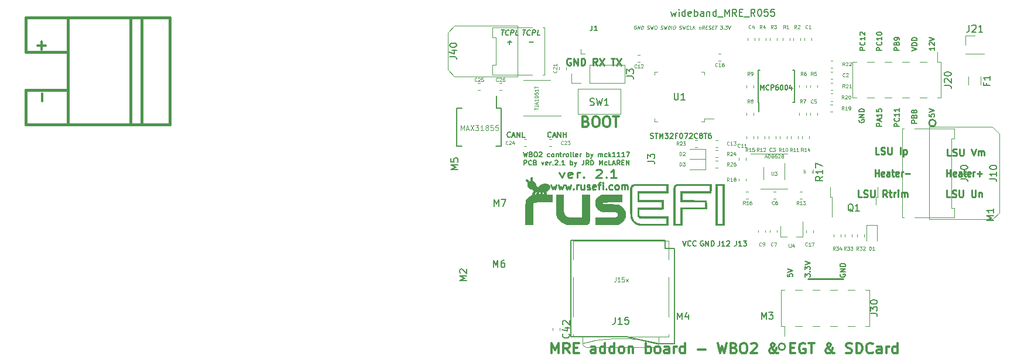
<source format=gbr>
G04 #@! TF.GenerationSoftware,KiCad,Pcbnew,5.1.5+dfsg1-2build2*
G04 #@! TF.CreationDate,2021-11-26T23:02:44+01:00*
G04 #@! TF.ProjectId,mre_addon_v2,6d72655f-6164-4646-9f6e-5f76322e6b69,V2.1*
G04 #@! TF.SameCoordinates,Original*
G04 #@! TF.FileFunction,Legend,Top*
G04 #@! TF.FilePolarity,Positive*
%FSLAX46Y46*%
G04 Gerber Fmt 4.6, Leading zero omitted, Abs format (unit mm)*
G04 Created by KiCad (PCBNEW 5.1.5+dfsg1-2build2) date 2021-11-26 23:02:44*
%MOMM*%
%LPD*%
G04 APERTURE LIST*
%ADD10C,0.125000*%
%ADD11C,0.150000*%
%ADD12C,0.187500*%
%ADD13C,0.225000*%
%ADD14C,0.250000*%
%ADD15C,0.300000*%
%ADD16C,0.120000*%
%ADD17C,0.381000*%
%ADD18C,0.254000*%
%ADD19C,0.127000*%
%ADD20C,0.010000*%
%ADD21C,0.304800*%
%ADD22C,0.130000*%
%ADD23C,0.101600*%
G04 APERTURE END LIST*
D10*
X121378571Y-145233333D02*
X121616666Y-145233333D01*
X121330952Y-145376190D02*
X121497619Y-144876190D01*
X121664285Y-145376190D01*
X121830952Y-145376190D02*
X121830952Y-144876190D01*
X121950000Y-144876190D01*
X122021428Y-144900000D01*
X122069047Y-144947619D01*
X122092857Y-144995238D01*
X122116666Y-145090476D01*
X122116666Y-145161904D01*
X122092857Y-145257142D01*
X122069047Y-145304761D01*
X122021428Y-145352380D01*
X121950000Y-145376190D01*
X121830952Y-145376190D01*
X122402380Y-145090476D02*
X122354761Y-145066666D01*
X122330952Y-145042857D01*
X122307142Y-144995238D01*
X122307142Y-144971428D01*
X122330952Y-144923809D01*
X122354761Y-144900000D01*
X122402380Y-144876190D01*
X122497619Y-144876190D01*
X122545238Y-144900000D01*
X122569047Y-144923809D01*
X122592857Y-144971428D01*
X122592857Y-144995238D01*
X122569047Y-145042857D01*
X122545238Y-145066666D01*
X122497619Y-145090476D01*
X122402380Y-145090476D01*
X122354761Y-145114285D01*
X122330952Y-145138095D01*
X122307142Y-145185714D01*
X122307142Y-145280952D01*
X122330952Y-145328571D01*
X122354761Y-145352380D01*
X122402380Y-145376190D01*
X122497619Y-145376190D01*
X122545238Y-145352380D01*
X122569047Y-145328571D01*
X122592857Y-145280952D01*
X122592857Y-145185714D01*
X122569047Y-145138095D01*
X122545238Y-145114285D01*
X122497619Y-145090476D01*
X123021428Y-144876190D02*
X122926190Y-144876190D01*
X122878571Y-144900000D01*
X122854761Y-144923809D01*
X122807142Y-144995238D01*
X122783333Y-145090476D01*
X122783333Y-145280952D01*
X122807142Y-145328571D01*
X122830952Y-145352380D01*
X122878571Y-145376190D01*
X122973809Y-145376190D01*
X123021428Y-145352380D01*
X123045238Y-145328571D01*
X123069047Y-145280952D01*
X123069047Y-145161904D01*
X123045238Y-145114285D01*
X123021428Y-145090476D01*
X122973809Y-145066666D01*
X122878571Y-145066666D01*
X122830952Y-145090476D01*
X122807142Y-145114285D01*
X122783333Y-145161904D01*
X123259523Y-144923809D02*
X123283333Y-144900000D01*
X123330952Y-144876190D01*
X123450000Y-144876190D01*
X123497619Y-144900000D01*
X123521428Y-144923809D01*
X123545238Y-144971428D01*
X123545238Y-145019047D01*
X123521428Y-145090476D01*
X123235714Y-145376190D01*
X123545238Y-145376190D01*
X123830952Y-145090476D02*
X123783333Y-145066666D01*
X123759523Y-145042857D01*
X123735714Y-144995238D01*
X123735714Y-144971428D01*
X123759523Y-144923809D01*
X123783333Y-144900000D01*
X123830952Y-144876190D01*
X123926190Y-144876190D01*
X123973809Y-144900000D01*
X123997619Y-144923809D01*
X124021428Y-144971428D01*
X124021428Y-144995238D01*
X123997619Y-145042857D01*
X123973809Y-145066666D01*
X123926190Y-145090476D01*
X123830952Y-145090476D01*
X123783333Y-145114285D01*
X123759523Y-145138095D01*
X123735714Y-145185714D01*
X123735714Y-145280952D01*
X123759523Y-145328571D01*
X123783333Y-145352380D01*
X123830952Y-145376190D01*
X123926190Y-145376190D01*
X123973809Y-145352380D01*
X123997619Y-145328571D01*
X124021428Y-145280952D01*
X124021428Y-145185714D01*
X123997619Y-145138095D01*
X123973809Y-145114285D01*
X123926190Y-145090476D01*
X77335714Y-141389285D02*
X77335714Y-140639285D01*
X77585714Y-141175000D01*
X77835714Y-140639285D01*
X77835714Y-141389285D01*
X78157142Y-141175000D02*
X78514285Y-141175000D01*
X78085714Y-141389285D02*
X78335714Y-140639285D01*
X78585714Y-141389285D01*
X78764285Y-140639285D02*
X79264285Y-141389285D01*
X79264285Y-140639285D02*
X78764285Y-141389285D01*
X79478571Y-140639285D02*
X79942857Y-140639285D01*
X79692857Y-140925000D01*
X79800000Y-140925000D01*
X79871428Y-140960714D01*
X79907142Y-140996428D01*
X79942857Y-141067857D01*
X79942857Y-141246428D01*
X79907142Y-141317857D01*
X79871428Y-141353571D01*
X79800000Y-141389285D01*
X79585714Y-141389285D01*
X79514285Y-141353571D01*
X79478571Y-141317857D01*
X80657142Y-141389285D02*
X80228571Y-141389285D01*
X80442857Y-141389285D02*
X80442857Y-140639285D01*
X80371428Y-140746428D01*
X80300000Y-140817857D01*
X80228571Y-140853571D01*
X81085714Y-140960714D02*
X81014285Y-140925000D01*
X80978571Y-140889285D01*
X80942857Y-140817857D01*
X80942857Y-140782142D01*
X80978571Y-140710714D01*
X81014285Y-140675000D01*
X81085714Y-140639285D01*
X81228571Y-140639285D01*
X81300000Y-140675000D01*
X81335714Y-140710714D01*
X81371428Y-140782142D01*
X81371428Y-140817857D01*
X81335714Y-140889285D01*
X81300000Y-140925000D01*
X81228571Y-140960714D01*
X81085714Y-140960714D01*
X81014285Y-140996428D01*
X80978571Y-141032142D01*
X80942857Y-141103571D01*
X80942857Y-141246428D01*
X80978571Y-141317857D01*
X81014285Y-141353571D01*
X81085714Y-141389285D01*
X81228571Y-141389285D01*
X81300000Y-141353571D01*
X81335714Y-141317857D01*
X81371428Y-141246428D01*
X81371428Y-141103571D01*
X81335714Y-141032142D01*
X81300000Y-140996428D01*
X81228571Y-140960714D01*
X82050000Y-140639285D02*
X81692857Y-140639285D01*
X81657142Y-140996428D01*
X81692857Y-140960714D01*
X81764285Y-140925000D01*
X81942857Y-140925000D01*
X82014285Y-140960714D01*
X82050000Y-140996428D01*
X82085714Y-141067857D01*
X82085714Y-141246428D01*
X82050000Y-141317857D01*
X82014285Y-141353571D01*
X81942857Y-141389285D01*
X81764285Y-141389285D01*
X81692857Y-141353571D01*
X81657142Y-141317857D01*
X82764285Y-140639285D02*
X82407142Y-140639285D01*
X82371428Y-140996428D01*
X82407142Y-140960714D01*
X82478571Y-140925000D01*
X82657142Y-140925000D01*
X82728571Y-140960714D01*
X82764285Y-140996428D01*
X82800000Y-141067857D01*
X82800000Y-141246428D01*
X82764285Y-141317857D01*
X82728571Y-141353571D01*
X82657142Y-141389285D01*
X82478571Y-141389285D01*
X82407142Y-141353571D01*
X82371428Y-141317857D01*
X88026190Y-138390476D02*
X88026190Y-138104761D01*
X88526190Y-138247619D02*
X88026190Y-138247619D01*
X88026190Y-137795238D02*
X88383333Y-137795238D01*
X88454761Y-137819047D01*
X88502380Y-137866666D01*
X88526190Y-137938095D01*
X88526190Y-137985714D01*
X88383333Y-137580952D02*
X88383333Y-137342857D01*
X88526190Y-137628571D02*
X88026190Y-137461904D01*
X88526190Y-137295238D01*
X88526190Y-136866666D02*
X88526190Y-137152380D01*
X88526190Y-137009523D02*
X88026190Y-137009523D01*
X88097619Y-137057142D01*
X88145238Y-137104761D01*
X88169047Y-137152380D01*
X88026190Y-136557142D02*
X88026190Y-136509523D01*
X88050000Y-136461904D01*
X88073809Y-136438095D01*
X88121428Y-136414285D01*
X88216666Y-136390476D01*
X88335714Y-136390476D01*
X88430952Y-136414285D01*
X88478571Y-136438095D01*
X88502380Y-136461904D01*
X88526190Y-136509523D01*
X88526190Y-136557142D01*
X88502380Y-136604761D01*
X88478571Y-136628571D01*
X88430952Y-136652380D01*
X88335714Y-136676190D01*
X88216666Y-136676190D01*
X88121428Y-136652380D01*
X88073809Y-136628571D01*
X88050000Y-136604761D01*
X88026190Y-136557142D01*
X88026190Y-135938095D02*
X88026190Y-136176190D01*
X88264285Y-136200000D01*
X88240476Y-136176190D01*
X88216666Y-136128571D01*
X88216666Y-136009523D01*
X88240476Y-135961904D01*
X88264285Y-135938095D01*
X88311904Y-135914285D01*
X88430952Y-135914285D01*
X88478571Y-135938095D01*
X88502380Y-135961904D01*
X88526190Y-136009523D01*
X88526190Y-136128571D01*
X88502380Y-136176190D01*
X88478571Y-136200000D01*
X88526190Y-135438095D02*
X88526190Y-135723809D01*
X88526190Y-135580952D02*
X88026190Y-135580952D01*
X88097619Y-135628571D01*
X88145238Y-135676190D01*
X88169047Y-135723809D01*
X88026190Y-135295238D02*
X88026190Y-135009523D01*
X88526190Y-135152380D02*
X88026190Y-135152380D01*
D11*
X120733333Y-135516666D02*
X120733333Y-134816666D01*
X120966666Y-135316666D01*
X121200000Y-134816666D01*
X121200000Y-135516666D01*
X121933333Y-135450000D02*
X121900000Y-135483333D01*
X121800000Y-135516666D01*
X121733333Y-135516666D01*
X121633333Y-135483333D01*
X121566666Y-135416666D01*
X121533333Y-135350000D01*
X121500000Y-135216666D01*
X121500000Y-135116666D01*
X121533333Y-134983333D01*
X121566666Y-134916666D01*
X121633333Y-134850000D01*
X121733333Y-134816666D01*
X121800000Y-134816666D01*
X121900000Y-134850000D01*
X121933333Y-134883333D01*
X122233333Y-135516666D02*
X122233333Y-134816666D01*
X122500000Y-134816666D01*
X122566666Y-134850000D01*
X122600000Y-134883333D01*
X122633333Y-134950000D01*
X122633333Y-135050000D01*
X122600000Y-135116666D01*
X122566666Y-135150000D01*
X122500000Y-135183333D01*
X122233333Y-135183333D01*
X123233333Y-134816666D02*
X123100000Y-134816666D01*
X123033333Y-134850000D01*
X123000000Y-134883333D01*
X122933333Y-134983333D01*
X122900000Y-135116666D01*
X122900000Y-135383333D01*
X122933333Y-135450000D01*
X122966666Y-135483333D01*
X123033333Y-135516666D01*
X123166666Y-135516666D01*
X123233333Y-135483333D01*
X123266666Y-135450000D01*
X123300000Y-135383333D01*
X123300000Y-135216666D01*
X123266666Y-135150000D01*
X123233333Y-135116666D01*
X123166666Y-135083333D01*
X123033333Y-135083333D01*
X122966666Y-135116666D01*
X122933333Y-135150000D01*
X122900000Y-135216666D01*
X123733333Y-134816666D02*
X123800000Y-134816666D01*
X123866666Y-134850000D01*
X123900000Y-134883333D01*
X123933333Y-134950000D01*
X123966666Y-135083333D01*
X123966666Y-135250000D01*
X123933333Y-135383333D01*
X123900000Y-135450000D01*
X123866666Y-135483333D01*
X123800000Y-135516666D01*
X123733333Y-135516666D01*
X123666666Y-135483333D01*
X123633333Y-135450000D01*
X123600000Y-135383333D01*
X123566666Y-135250000D01*
X123566666Y-135083333D01*
X123600000Y-134950000D01*
X123633333Y-134883333D01*
X123666666Y-134850000D01*
X123733333Y-134816666D01*
X124400000Y-134816666D02*
X124466666Y-134816666D01*
X124533333Y-134850000D01*
X124566666Y-134883333D01*
X124600000Y-134950000D01*
X124633333Y-135083333D01*
X124633333Y-135250000D01*
X124600000Y-135383333D01*
X124566666Y-135450000D01*
X124533333Y-135483333D01*
X124466666Y-135516666D01*
X124400000Y-135516666D01*
X124333333Y-135483333D01*
X124300000Y-135450000D01*
X124266666Y-135383333D01*
X124233333Y-135250000D01*
X124233333Y-135083333D01*
X124266666Y-134950000D01*
X124300000Y-134883333D01*
X124333333Y-134850000D01*
X124400000Y-134816666D01*
X125233333Y-135050000D02*
X125233333Y-135516666D01*
X125066666Y-134783333D02*
X124900000Y-135283333D01*
X125333333Y-135283333D01*
X104789285Y-142503571D02*
X104896428Y-142539285D01*
X105075000Y-142539285D01*
X105146428Y-142503571D01*
X105182142Y-142467857D01*
X105217857Y-142396428D01*
X105217857Y-142325000D01*
X105182142Y-142253571D01*
X105146428Y-142217857D01*
X105075000Y-142182142D01*
X104932142Y-142146428D01*
X104860714Y-142110714D01*
X104825000Y-142075000D01*
X104789285Y-142003571D01*
X104789285Y-141932142D01*
X104825000Y-141860714D01*
X104860714Y-141825000D01*
X104932142Y-141789285D01*
X105110714Y-141789285D01*
X105217857Y-141825000D01*
X105432142Y-141789285D02*
X105860714Y-141789285D01*
X105646428Y-142539285D02*
X105646428Y-141789285D01*
X106110714Y-142539285D02*
X106110714Y-141789285D01*
X106360714Y-142325000D01*
X106610714Y-141789285D01*
X106610714Y-142539285D01*
X106896428Y-141789285D02*
X107360714Y-141789285D01*
X107110714Y-142075000D01*
X107217857Y-142075000D01*
X107289285Y-142110714D01*
X107325000Y-142146428D01*
X107360714Y-142217857D01*
X107360714Y-142396428D01*
X107325000Y-142467857D01*
X107289285Y-142503571D01*
X107217857Y-142539285D01*
X107003571Y-142539285D01*
X106932142Y-142503571D01*
X106896428Y-142467857D01*
X107646428Y-141860714D02*
X107682142Y-141825000D01*
X107753571Y-141789285D01*
X107932142Y-141789285D01*
X108003571Y-141825000D01*
X108039285Y-141860714D01*
X108075000Y-141932142D01*
X108075000Y-142003571D01*
X108039285Y-142110714D01*
X107610714Y-142539285D01*
X108075000Y-142539285D01*
X108646428Y-142146428D02*
X108396428Y-142146428D01*
X108396428Y-142539285D02*
X108396428Y-141789285D01*
X108753571Y-141789285D01*
X109182142Y-141789285D02*
X109253571Y-141789285D01*
X109325000Y-141825000D01*
X109360714Y-141860714D01*
X109396428Y-141932142D01*
X109432142Y-142075000D01*
X109432142Y-142253571D01*
X109396428Y-142396428D01*
X109360714Y-142467857D01*
X109325000Y-142503571D01*
X109253571Y-142539285D01*
X109182142Y-142539285D01*
X109110714Y-142503571D01*
X109075000Y-142467857D01*
X109039285Y-142396428D01*
X109003571Y-142253571D01*
X109003571Y-142075000D01*
X109039285Y-141932142D01*
X109075000Y-141860714D01*
X109110714Y-141825000D01*
X109182142Y-141789285D01*
X109682142Y-141789285D02*
X110182142Y-141789285D01*
X109860714Y-142539285D01*
X110432142Y-141860714D02*
X110467857Y-141825000D01*
X110539285Y-141789285D01*
X110717857Y-141789285D01*
X110789285Y-141825000D01*
X110825000Y-141860714D01*
X110860714Y-141932142D01*
X110860714Y-142003571D01*
X110825000Y-142110714D01*
X110396428Y-142539285D01*
X110860714Y-142539285D01*
X111610714Y-142467857D02*
X111575000Y-142503571D01*
X111467857Y-142539285D01*
X111396428Y-142539285D01*
X111289285Y-142503571D01*
X111217857Y-142432142D01*
X111182142Y-142360714D01*
X111146428Y-142217857D01*
X111146428Y-142110714D01*
X111182142Y-141967857D01*
X111217857Y-141896428D01*
X111289285Y-141825000D01*
X111396428Y-141789285D01*
X111467857Y-141789285D01*
X111575000Y-141825000D01*
X111610714Y-141860714D01*
X112039285Y-142110714D02*
X111967857Y-142075000D01*
X111932142Y-142039285D01*
X111896428Y-141967857D01*
X111896428Y-141932142D01*
X111932142Y-141860714D01*
X111967857Y-141825000D01*
X112039285Y-141789285D01*
X112182142Y-141789285D01*
X112253571Y-141825000D01*
X112289285Y-141860714D01*
X112325000Y-141932142D01*
X112325000Y-141967857D01*
X112289285Y-142039285D01*
X112253571Y-142075000D01*
X112182142Y-142110714D01*
X112039285Y-142110714D01*
X111967857Y-142146428D01*
X111932142Y-142182142D01*
X111896428Y-142253571D01*
X111896428Y-142396428D01*
X111932142Y-142467857D01*
X111967857Y-142503571D01*
X112039285Y-142539285D01*
X112182142Y-142539285D01*
X112253571Y-142503571D01*
X112289285Y-142467857D01*
X112325000Y-142396428D01*
X112325000Y-142253571D01*
X112289285Y-142182142D01*
X112253571Y-142146428D01*
X112182142Y-142110714D01*
X112539285Y-141789285D02*
X112967857Y-141789285D01*
X112753571Y-142539285D02*
X112753571Y-141789285D01*
X113539285Y-141789285D02*
X113396428Y-141789285D01*
X113325000Y-141825000D01*
X113289285Y-141860714D01*
X113217857Y-141967857D01*
X113182142Y-142110714D01*
X113182142Y-142396428D01*
X113217857Y-142467857D01*
X113253571Y-142503571D01*
X113325000Y-142539285D01*
X113467857Y-142539285D01*
X113539285Y-142503571D01*
X113575000Y-142467857D01*
X113610714Y-142396428D01*
X113610714Y-142217857D01*
X113575000Y-142146428D01*
X113539285Y-142110714D01*
X113467857Y-142075000D01*
X113325000Y-142075000D01*
X113253571Y-142110714D01*
X113217857Y-142146428D01*
X113182142Y-142217857D01*
D12*
X86344810Y-126833035D02*
X86773381Y-126833035D01*
X86465345Y-127583035D02*
X86559095Y-126833035D01*
X87367131Y-127511607D02*
X87326953Y-127547321D01*
X87215345Y-127583035D01*
X87143917Y-127583035D01*
X87041238Y-127547321D01*
X86978738Y-127475892D01*
X86951953Y-127404464D01*
X86934095Y-127261607D01*
X86947488Y-127154464D01*
X87001060Y-127011607D01*
X87045703Y-126940178D01*
X87126060Y-126868750D01*
X87237667Y-126833035D01*
X87309095Y-126833035D01*
X87411774Y-126868750D01*
X87443024Y-126904464D01*
X87679631Y-127583035D02*
X87773381Y-126833035D01*
X88059095Y-126833035D01*
X88126060Y-126868750D01*
X88157310Y-126904464D01*
X88184095Y-126975892D01*
X88170703Y-127083035D01*
X88126060Y-127154464D01*
X88085881Y-127190178D01*
X88009988Y-127225892D01*
X87724274Y-127225892D01*
X88786774Y-127583035D02*
X88429631Y-127583035D01*
X88523381Y-126833035D01*
X87268917Y-128609821D02*
X87840345Y-128609821D01*
X83244810Y-126833035D02*
X83673381Y-126833035D01*
X83365345Y-127583035D02*
X83459095Y-126833035D01*
X84267131Y-127511607D02*
X84226953Y-127547321D01*
X84115345Y-127583035D01*
X84043917Y-127583035D01*
X83941238Y-127547321D01*
X83878738Y-127475892D01*
X83851953Y-127404464D01*
X83834095Y-127261607D01*
X83847488Y-127154464D01*
X83901060Y-127011607D01*
X83945703Y-126940178D01*
X84026060Y-126868750D01*
X84137667Y-126833035D01*
X84209095Y-126833035D01*
X84311774Y-126868750D01*
X84343024Y-126904464D01*
X84579631Y-127583035D02*
X84673381Y-126833035D01*
X84959095Y-126833035D01*
X85026060Y-126868750D01*
X85057310Y-126904464D01*
X85084095Y-126975892D01*
X85070703Y-127083035D01*
X85026060Y-127154464D01*
X84985881Y-127190178D01*
X84909988Y-127225892D01*
X84624274Y-127225892D01*
X85686774Y-127583035D02*
X85329631Y-127583035D01*
X85423381Y-126833035D01*
X84168917Y-128609821D02*
X84740345Y-128609821D01*
X84418917Y-128895535D02*
X84490345Y-128324107D01*
D13*
X137271428Y-148052380D02*
X137271428Y-147052380D01*
X137271428Y-147528571D02*
X137785714Y-147528571D01*
X137785714Y-148052380D02*
X137785714Y-147052380D01*
X138557142Y-148004761D02*
X138471428Y-148052380D01*
X138300000Y-148052380D01*
X138214285Y-148004761D01*
X138171428Y-147909523D01*
X138171428Y-147528571D01*
X138214285Y-147433333D01*
X138300000Y-147385714D01*
X138471428Y-147385714D01*
X138557142Y-147433333D01*
X138600000Y-147528571D01*
X138600000Y-147623809D01*
X138171428Y-147719047D01*
X139371428Y-148052380D02*
X139371428Y-147528571D01*
X139328571Y-147433333D01*
X139242857Y-147385714D01*
X139071428Y-147385714D01*
X138985714Y-147433333D01*
X139371428Y-148004761D02*
X139285714Y-148052380D01*
X139071428Y-148052380D01*
X138985714Y-148004761D01*
X138942857Y-147909523D01*
X138942857Y-147814285D01*
X138985714Y-147719047D01*
X139071428Y-147671428D01*
X139285714Y-147671428D01*
X139371428Y-147623809D01*
X139671428Y-147385714D02*
X140014285Y-147385714D01*
X139800000Y-147052380D02*
X139800000Y-147909523D01*
X139842857Y-148004761D01*
X139928571Y-148052380D01*
X140014285Y-148052380D01*
X140657142Y-148004761D02*
X140571428Y-148052380D01*
X140400000Y-148052380D01*
X140314285Y-148004761D01*
X140271428Y-147909523D01*
X140271428Y-147528571D01*
X140314285Y-147433333D01*
X140400000Y-147385714D01*
X140571428Y-147385714D01*
X140657142Y-147433333D01*
X140700000Y-147528571D01*
X140700000Y-147623809D01*
X140271428Y-147719047D01*
X141085714Y-148052380D02*
X141085714Y-147385714D01*
X141085714Y-147576190D02*
X141128571Y-147480952D01*
X141171428Y-147433333D01*
X141257142Y-147385714D01*
X141342857Y-147385714D01*
X141642857Y-147671428D02*
X142328571Y-147671428D01*
D14*
X148152380Y-151052380D02*
X147676190Y-151052380D01*
X147676190Y-150052380D01*
X148438095Y-151004761D02*
X148580952Y-151052380D01*
X148819047Y-151052380D01*
X148914285Y-151004761D01*
X148961904Y-150957142D01*
X149009523Y-150861904D01*
X149009523Y-150766666D01*
X148961904Y-150671428D01*
X148914285Y-150623809D01*
X148819047Y-150576190D01*
X148628571Y-150528571D01*
X148533333Y-150480952D01*
X148485714Y-150433333D01*
X148438095Y-150338095D01*
X148438095Y-150242857D01*
X148485714Y-150147619D01*
X148533333Y-150100000D01*
X148628571Y-150052380D01*
X148866666Y-150052380D01*
X149009523Y-150100000D01*
X149438095Y-150052380D02*
X149438095Y-150861904D01*
X149485714Y-150957142D01*
X149533333Y-151004761D01*
X149628571Y-151052380D01*
X149819047Y-151052380D01*
X149914285Y-151004761D01*
X149961904Y-150957142D01*
X150009523Y-150861904D01*
X150009523Y-150052380D01*
X151247619Y-150052380D02*
X151247619Y-150861904D01*
X151295238Y-150957142D01*
X151342857Y-151004761D01*
X151438095Y-151052380D01*
X151628571Y-151052380D01*
X151723809Y-151004761D01*
X151771428Y-150957142D01*
X151819047Y-150861904D01*
X151819047Y-150052380D01*
X152295238Y-150385714D02*
X152295238Y-151052380D01*
X152295238Y-150480952D02*
X152342857Y-150433333D01*
X152438095Y-150385714D01*
X152580952Y-150385714D01*
X152676190Y-150433333D01*
X152723809Y-150528571D01*
X152723809Y-151052380D01*
X148233333Y-145052380D02*
X147757142Y-145052380D01*
X147757142Y-144052380D01*
X148519047Y-145004761D02*
X148661904Y-145052380D01*
X148900000Y-145052380D01*
X148995238Y-145004761D01*
X149042857Y-144957142D01*
X149090476Y-144861904D01*
X149090476Y-144766666D01*
X149042857Y-144671428D01*
X148995238Y-144623809D01*
X148900000Y-144576190D01*
X148709523Y-144528571D01*
X148614285Y-144480952D01*
X148566666Y-144433333D01*
X148519047Y-144338095D01*
X148519047Y-144242857D01*
X148566666Y-144147619D01*
X148614285Y-144100000D01*
X148709523Y-144052380D01*
X148947619Y-144052380D01*
X149090476Y-144100000D01*
X149519047Y-144052380D02*
X149519047Y-144861904D01*
X149566666Y-144957142D01*
X149614285Y-145004761D01*
X149709523Y-145052380D01*
X149900000Y-145052380D01*
X149995238Y-145004761D01*
X150042857Y-144957142D01*
X150090476Y-144861904D01*
X150090476Y-144052380D01*
X151185714Y-144052380D02*
X151519047Y-145052380D01*
X151852380Y-144052380D01*
X152185714Y-145052380D02*
X152185714Y-144385714D01*
X152185714Y-144480952D02*
X152233333Y-144433333D01*
X152328571Y-144385714D01*
X152471428Y-144385714D01*
X152566666Y-144433333D01*
X152614285Y-144528571D01*
X152614285Y-145052380D01*
X152614285Y-144528571D02*
X152661904Y-144433333D01*
X152757142Y-144385714D01*
X152900000Y-144385714D01*
X152995238Y-144433333D01*
X153042857Y-144528571D01*
X153042857Y-145052380D01*
X135328571Y-151052380D02*
X134852380Y-151052380D01*
X134852380Y-150052380D01*
X135614285Y-151004761D02*
X135757142Y-151052380D01*
X135995238Y-151052380D01*
X136090476Y-151004761D01*
X136138095Y-150957142D01*
X136185714Y-150861904D01*
X136185714Y-150766666D01*
X136138095Y-150671428D01*
X136090476Y-150623809D01*
X135995238Y-150576190D01*
X135804761Y-150528571D01*
X135709523Y-150480952D01*
X135661904Y-150433333D01*
X135614285Y-150338095D01*
X135614285Y-150242857D01*
X135661904Y-150147619D01*
X135709523Y-150100000D01*
X135804761Y-150052380D01*
X136042857Y-150052380D01*
X136185714Y-150100000D01*
X136614285Y-150052380D02*
X136614285Y-150861904D01*
X136661904Y-150957142D01*
X136709523Y-151004761D01*
X136804761Y-151052380D01*
X136995238Y-151052380D01*
X137090476Y-151004761D01*
X137138095Y-150957142D01*
X137185714Y-150861904D01*
X137185714Y-150052380D01*
X138995238Y-151052380D02*
X138661904Y-150576190D01*
X138423809Y-151052380D02*
X138423809Y-150052380D01*
X138804761Y-150052380D01*
X138900000Y-150100000D01*
X138947619Y-150147619D01*
X138995238Y-150242857D01*
X138995238Y-150385714D01*
X138947619Y-150480952D01*
X138900000Y-150528571D01*
X138804761Y-150576190D01*
X138423809Y-150576190D01*
X139280952Y-150385714D02*
X139661904Y-150385714D01*
X139423809Y-150052380D02*
X139423809Y-150909523D01*
X139471428Y-151004761D01*
X139566666Y-151052380D01*
X139661904Y-151052380D01*
X139995238Y-151052380D02*
X139995238Y-150385714D01*
X139995238Y-150576190D02*
X140042857Y-150480952D01*
X140090476Y-150433333D01*
X140185714Y-150385714D01*
X140280952Y-150385714D01*
X140614285Y-151052380D02*
X140614285Y-150385714D01*
X140614285Y-150052380D02*
X140566666Y-150100000D01*
X140614285Y-150147619D01*
X140661904Y-150100000D01*
X140614285Y-150052380D01*
X140614285Y-150147619D01*
X141090476Y-151052380D02*
X141090476Y-150385714D01*
X141090476Y-150480952D02*
X141138095Y-150433333D01*
X141233333Y-150385714D01*
X141376190Y-150385714D01*
X141471428Y-150433333D01*
X141519047Y-150528571D01*
X141519047Y-151052380D01*
X141519047Y-150528571D02*
X141566666Y-150433333D01*
X141661904Y-150385714D01*
X141804761Y-150385714D01*
X141900000Y-150433333D01*
X141947619Y-150528571D01*
X141947619Y-151052380D01*
D13*
X147671428Y-148052380D02*
X147671428Y-147052380D01*
X147671428Y-147528571D02*
X148185714Y-147528571D01*
X148185714Y-148052380D02*
X148185714Y-147052380D01*
X148957142Y-148004761D02*
X148871428Y-148052380D01*
X148700000Y-148052380D01*
X148614285Y-148004761D01*
X148571428Y-147909523D01*
X148571428Y-147528571D01*
X148614285Y-147433333D01*
X148700000Y-147385714D01*
X148871428Y-147385714D01*
X148957142Y-147433333D01*
X149000000Y-147528571D01*
X149000000Y-147623809D01*
X148571428Y-147719047D01*
X149771428Y-148052380D02*
X149771428Y-147528571D01*
X149728571Y-147433333D01*
X149642857Y-147385714D01*
X149471428Y-147385714D01*
X149385714Y-147433333D01*
X149771428Y-148004761D02*
X149685714Y-148052380D01*
X149471428Y-148052380D01*
X149385714Y-148004761D01*
X149342857Y-147909523D01*
X149342857Y-147814285D01*
X149385714Y-147719047D01*
X149471428Y-147671428D01*
X149685714Y-147671428D01*
X149771428Y-147623809D01*
X150071428Y-147385714D02*
X150414285Y-147385714D01*
X150200000Y-147052380D02*
X150200000Y-147909523D01*
X150242857Y-148004761D01*
X150328571Y-148052380D01*
X150414285Y-148052380D01*
X151057142Y-148004761D02*
X150971428Y-148052380D01*
X150800000Y-148052380D01*
X150714285Y-148004761D01*
X150671428Y-147909523D01*
X150671428Y-147528571D01*
X150714285Y-147433333D01*
X150800000Y-147385714D01*
X150971428Y-147385714D01*
X151057142Y-147433333D01*
X151100000Y-147528571D01*
X151100000Y-147623809D01*
X150671428Y-147719047D01*
X151485714Y-148052380D02*
X151485714Y-147385714D01*
X151485714Y-147576190D02*
X151528571Y-147480952D01*
X151571428Y-147433333D01*
X151657142Y-147385714D01*
X151742857Y-147385714D01*
X152042857Y-147671428D02*
X152728571Y-147671428D01*
X152385714Y-148052380D02*
X152385714Y-147290476D01*
D14*
X137838095Y-144852380D02*
X137361904Y-144852380D01*
X137361904Y-143852380D01*
X138123809Y-144804761D02*
X138266666Y-144852380D01*
X138504761Y-144852380D01*
X138600000Y-144804761D01*
X138647619Y-144757142D01*
X138695238Y-144661904D01*
X138695238Y-144566666D01*
X138647619Y-144471428D01*
X138600000Y-144423809D01*
X138504761Y-144376190D01*
X138314285Y-144328571D01*
X138219047Y-144280952D01*
X138171428Y-144233333D01*
X138123809Y-144138095D01*
X138123809Y-144042857D01*
X138171428Y-143947619D01*
X138219047Y-143900000D01*
X138314285Y-143852380D01*
X138552380Y-143852380D01*
X138695238Y-143900000D01*
X139123809Y-143852380D02*
X139123809Y-144661904D01*
X139171428Y-144757142D01*
X139219047Y-144804761D01*
X139314285Y-144852380D01*
X139504761Y-144852380D01*
X139600000Y-144804761D01*
X139647619Y-144757142D01*
X139695238Y-144661904D01*
X139695238Y-143852380D01*
X140933333Y-144852380D02*
X140933333Y-143852380D01*
X141409523Y-144185714D02*
X141409523Y-145185714D01*
X141409523Y-144233333D02*
X141504761Y-144185714D01*
X141695238Y-144185714D01*
X141790476Y-144233333D01*
X141838095Y-144280952D01*
X141885714Y-144376190D01*
X141885714Y-144661904D01*
X141838095Y-144757142D01*
X141790476Y-144804761D01*
X141695238Y-144852380D01*
X141504761Y-144852380D01*
X141409523Y-144804761D01*
X91621428Y-147442857D02*
X91978571Y-148242857D01*
X92335714Y-147442857D01*
X93478571Y-148185714D02*
X93335714Y-148242857D01*
X93050000Y-148242857D01*
X92907142Y-148185714D01*
X92835714Y-148071428D01*
X92835714Y-147614285D01*
X92907142Y-147500000D01*
X93050000Y-147442857D01*
X93335714Y-147442857D01*
X93478571Y-147500000D01*
X93550000Y-147614285D01*
X93550000Y-147728571D01*
X92835714Y-147842857D01*
X94192857Y-148242857D02*
X94192857Y-147442857D01*
X94192857Y-147671428D02*
X94264285Y-147557142D01*
X94335714Y-147500000D01*
X94478571Y-147442857D01*
X94621428Y-147442857D01*
X95121428Y-148128571D02*
X95192857Y-148185714D01*
X95121428Y-148242857D01*
X95050000Y-148185714D01*
X95121428Y-148128571D01*
X95121428Y-148242857D01*
X96907142Y-147157142D02*
X96978571Y-147100000D01*
X97121428Y-147042857D01*
X97478571Y-147042857D01*
X97621428Y-147100000D01*
X97692857Y-147157142D01*
X97764285Y-147271428D01*
X97764285Y-147385714D01*
X97692857Y-147557142D01*
X96835714Y-148242857D01*
X97764285Y-148242857D01*
X98407142Y-148128571D02*
X98478571Y-148185714D01*
X98407142Y-148242857D01*
X98335714Y-148185714D01*
X98407142Y-148128571D01*
X98407142Y-148242857D01*
X99907142Y-148242857D02*
X99050000Y-148242857D01*
X99478571Y-148242857D02*
X99478571Y-147042857D01*
X99335714Y-147214285D01*
X99192857Y-147328571D01*
X99050000Y-147385714D01*
D11*
X86433333Y-144516666D02*
X86600000Y-145216666D01*
X86733333Y-144716666D01*
X86866666Y-145216666D01*
X87033333Y-144516666D01*
X87533333Y-144850000D02*
X87633333Y-144883333D01*
X87666666Y-144916666D01*
X87700000Y-144983333D01*
X87700000Y-145083333D01*
X87666666Y-145150000D01*
X87633333Y-145183333D01*
X87566666Y-145216666D01*
X87300000Y-145216666D01*
X87300000Y-144516666D01*
X87533333Y-144516666D01*
X87600000Y-144550000D01*
X87633333Y-144583333D01*
X87666666Y-144650000D01*
X87666666Y-144716666D01*
X87633333Y-144783333D01*
X87600000Y-144816666D01*
X87533333Y-144850000D01*
X87300000Y-144850000D01*
X88133333Y-144516666D02*
X88266666Y-144516666D01*
X88333333Y-144550000D01*
X88400000Y-144616666D01*
X88433333Y-144750000D01*
X88433333Y-144983333D01*
X88400000Y-145116666D01*
X88333333Y-145183333D01*
X88266666Y-145216666D01*
X88133333Y-145216666D01*
X88066666Y-145183333D01*
X88000000Y-145116666D01*
X87966666Y-144983333D01*
X87966666Y-144750000D01*
X88000000Y-144616666D01*
X88066666Y-144550000D01*
X88133333Y-144516666D01*
X88700000Y-144583333D02*
X88733333Y-144550000D01*
X88800000Y-144516666D01*
X88966666Y-144516666D01*
X89033333Y-144550000D01*
X89066666Y-144583333D01*
X89100000Y-144650000D01*
X89100000Y-144716666D01*
X89066666Y-144816666D01*
X88666666Y-145216666D01*
X89100000Y-145216666D01*
X90233333Y-145183333D02*
X90166666Y-145216666D01*
X90033333Y-145216666D01*
X89966666Y-145183333D01*
X89933333Y-145150000D01*
X89900000Y-145083333D01*
X89900000Y-144883333D01*
X89933333Y-144816666D01*
X89966666Y-144783333D01*
X90033333Y-144750000D01*
X90166666Y-144750000D01*
X90233333Y-144783333D01*
X90633333Y-145216666D02*
X90566666Y-145183333D01*
X90533333Y-145150000D01*
X90500000Y-145083333D01*
X90500000Y-144883333D01*
X90533333Y-144816666D01*
X90566666Y-144783333D01*
X90633333Y-144750000D01*
X90733333Y-144750000D01*
X90800000Y-144783333D01*
X90833333Y-144816666D01*
X90866666Y-144883333D01*
X90866666Y-145083333D01*
X90833333Y-145150000D01*
X90800000Y-145183333D01*
X90733333Y-145216666D01*
X90633333Y-145216666D01*
X91166666Y-144750000D02*
X91166666Y-145216666D01*
X91166666Y-144816666D02*
X91200000Y-144783333D01*
X91266666Y-144750000D01*
X91366666Y-144750000D01*
X91433333Y-144783333D01*
X91466666Y-144850000D01*
X91466666Y-145216666D01*
X91700000Y-144750000D02*
X91966666Y-144750000D01*
X91800000Y-144516666D02*
X91800000Y-145116666D01*
X91833333Y-145183333D01*
X91900000Y-145216666D01*
X91966666Y-145216666D01*
X92200000Y-145216666D02*
X92200000Y-144750000D01*
X92200000Y-144883333D02*
X92233333Y-144816666D01*
X92266666Y-144783333D01*
X92333333Y-144750000D01*
X92400000Y-144750000D01*
X92733333Y-145216666D02*
X92666666Y-145183333D01*
X92633333Y-145150000D01*
X92600000Y-145083333D01*
X92600000Y-144883333D01*
X92633333Y-144816666D01*
X92666666Y-144783333D01*
X92733333Y-144750000D01*
X92833333Y-144750000D01*
X92900000Y-144783333D01*
X92933333Y-144816666D01*
X92966666Y-144883333D01*
X92966666Y-145083333D01*
X92933333Y-145150000D01*
X92900000Y-145183333D01*
X92833333Y-145216666D01*
X92733333Y-145216666D01*
X93366666Y-145216666D02*
X93300000Y-145183333D01*
X93266666Y-145116666D01*
X93266666Y-144516666D01*
X93733333Y-145216666D02*
X93666666Y-145183333D01*
X93633333Y-145116666D01*
X93633333Y-144516666D01*
X94266666Y-145183333D02*
X94200000Y-145216666D01*
X94066666Y-145216666D01*
X94000000Y-145183333D01*
X93966666Y-145116666D01*
X93966666Y-144850000D01*
X94000000Y-144783333D01*
X94066666Y-144750000D01*
X94200000Y-144750000D01*
X94266666Y-144783333D01*
X94300000Y-144850000D01*
X94300000Y-144916666D01*
X93966666Y-144983333D01*
X94600000Y-145216666D02*
X94600000Y-144750000D01*
X94600000Y-144883333D02*
X94633333Y-144816666D01*
X94666666Y-144783333D01*
X94733333Y-144750000D01*
X94800000Y-144750000D01*
X95566666Y-145216666D02*
X95566666Y-144516666D01*
X95566666Y-144783333D02*
X95633333Y-144750000D01*
X95766666Y-144750000D01*
X95833333Y-144783333D01*
X95866666Y-144816666D01*
X95900000Y-144883333D01*
X95900000Y-145083333D01*
X95866666Y-145150000D01*
X95833333Y-145183333D01*
X95766666Y-145216666D01*
X95633333Y-145216666D01*
X95566666Y-145183333D01*
X96133333Y-144750000D02*
X96300000Y-145216666D01*
X96466666Y-144750000D02*
X96300000Y-145216666D01*
X96233333Y-145383333D01*
X96200000Y-145416666D01*
X96133333Y-145450000D01*
X97266666Y-145216666D02*
X97266666Y-144750000D01*
X97266666Y-144816666D02*
X97300000Y-144783333D01*
X97366666Y-144750000D01*
X97466666Y-144750000D01*
X97533333Y-144783333D01*
X97566666Y-144850000D01*
X97566666Y-145216666D01*
X97566666Y-144850000D02*
X97600000Y-144783333D01*
X97666666Y-144750000D01*
X97766666Y-144750000D01*
X97833333Y-144783333D01*
X97866666Y-144850000D01*
X97866666Y-145216666D01*
X98500000Y-145183333D02*
X98433333Y-145216666D01*
X98300000Y-145216666D01*
X98233333Y-145183333D01*
X98200000Y-145150000D01*
X98166666Y-145083333D01*
X98166666Y-144883333D01*
X98200000Y-144816666D01*
X98233333Y-144783333D01*
X98300000Y-144750000D01*
X98433333Y-144750000D01*
X98500000Y-144783333D01*
X98800000Y-145216666D02*
X98800000Y-144516666D01*
X98866666Y-144950000D02*
X99066666Y-145216666D01*
X99066666Y-144750000D02*
X98800000Y-145016666D01*
X99733333Y-145216666D02*
X99333333Y-145216666D01*
X99533333Y-145216666D02*
X99533333Y-144516666D01*
X99466666Y-144616666D01*
X99400000Y-144683333D01*
X99333333Y-144716666D01*
X100400000Y-145216666D02*
X100000000Y-145216666D01*
X100200000Y-145216666D02*
X100200000Y-144516666D01*
X100133333Y-144616666D01*
X100066666Y-144683333D01*
X100000000Y-144716666D01*
X101066666Y-145216666D02*
X100666666Y-145216666D01*
X100866666Y-145216666D02*
X100866666Y-144516666D01*
X100800000Y-144616666D01*
X100733333Y-144683333D01*
X100666666Y-144716666D01*
X101300000Y-144516666D02*
X101766666Y-144516666D01*
X101466666Y-145216666D01*
X86500000Y-146416666D02*
X86500000Y-145716666D01*
X86766666Y-145716666D01*
X86833333Y-145750000D01*
X86866666Y-145783333D01*
X86900000Y-145850000D01*
X86900000Y-145950000D01*
X86866666Y-146016666D01*
X86833333Y-146050000D01*
X86766666Y-146083333D01*
X86500000Y-146083333D01*
X87600000Y-146350000D02*
X87566666Y-146383333D01*
X87466666Y-146416666D01*
X87400000Y-146416666D01*
X87300000Y-146383333D01*
X87233333Y-146316666D01*
X87200000Y-146250000D01*
X87166666Y-146116666D01*
X87166666Y-146016666D01*
X87200000Y-145883333D01*
X87233333Y-145816666D01*
X87300000Y-145750000D01*
X87400000Y-145716666D01*
X87466666Y-145716666D01*
X87566666Y-145750000D01*
X87600000Y-145783333D01*
X88133333Y-146050000D02*
X88233333Y-146083333D01*
X88266666Y-146116666D01*
X88300000Y-146183333D01*
X88300000Y-146283333D01*
X88266666Y-146350000D01*
X88233333Y-146383333D01*
X88166666Y-146416666D01*
X87900000Y-146416666D01*
X87900000Y-145716666D01*
X88133333Y-145716666D01*
X88200000Y-145750000D01*
X88233333Y-145783333D01*
X88266666Y-145850000D01*
X88266666Y-145916666D01*
X88233333Y-145983333D01*
X88200000Y-146016666D01*
X88133333Y-146050000D01*
X87900000Y-146050000D01*
X89066666Y-145950000D02*
X89233333Y-146416666D01*
X89400000Y-145950000D01*
X89933333Y-146383333D02*
X89866666Y-146416666D01*
X89733333Y-146416666D01*
X89666666Y-146383333D01*
X89633333Y-146316666D01*
X89633333Y-146050000D01*
X89666666Y-145983333D01*
X89733333Y-145950000D01*
X89866666Y-145950000D01*
X89933333Y-145983333D01*
X89966666Y-146050000D01*
X89966666Y-146116666D01*
X89633333Y-146183333D01*
X90266666Y-146416666D02*
X90266666Y-145950000D01*
X90266666Y-146083333D02*
X90300000Y-146016666D01*
X90333333Y-145983333D01*
X90400000Y-145950000D01*
X90466666Y-145950000D01*
X90700000Y-146350000D02*
X90733333Y-146383333D01*
X90700000Y-146416666D01*
X90666666Y-146383333D01*
X90700000Y-146350000D01*
X90700000Y-146416666D01*
X91000000Y-145783333D02*
X91033333Y-145750000D01*
X91100000Y-145716666D01*
X91266666Y-145716666D01*
X91333333Y-145750000D01*
X91366666Y-145783333D01*
X91400000Y-145850000D01*
X91400000Y-145916666D01*
X91366666Y-146016666D01*
X90966666Y-146416666D01*
X91400000Y-146416666D01*
X91700000Y-146350000D02*
X91733333Y-146383333D01*
X91700000Y-146416666D01*
X91666666Y-146383333D01*
X91700000Y-146350000D01*
X91700000Y-146416666D01*
X92400000Y-146416666D02*
X92000000Y-146416666D01*
X92200000Y-146416666D02*
X92200000Y-145716666D01*
X92133333Y-145816666D01*
X92066666Y-145883333D01*
X92000000Y-145916666D01*
X93233333Y-146416666D02*
X93233333Y-145716666D01*
X93233333Y-145983333D02*
X93300000Y-145950000D01*
X93433333Y-145950000D01*
X93500000Y-145983333D01*
X93533333Y-146016666D01*
X93566666Y-146083333D01*
X93566666Y-146283333D01*
X93533333Y-146350000D01*
X93500000Y-146383333D01*
X93433333Y-146416666D01*
X93300000Y-146416666D01*
X93233333Y-146383333D01*
X93800000Y-145950000D02*
X93966666Y-146416666D01*
X94133333Y-145950000D02*
X93966666Y-146416666D01*
X93900000Y-146583333D01*
X93866666Y-146616666D01*
X93800000Y-146650000D01*
X95133333Y-145716666D02*
X95133333Y-146216666D01*
X95100000Y-146316666D01*
X95033333Y-146383333D01*
X94933333Y-146416666D01*
X94866666Y-146416666D01*
X95866666Y-146416666D02*
X95633333Y-146083333D01*
X95466666Y-146416666D02*
X95466666Y-145716666D01*
X95733333Y-145716666D01*
X95800000Y-145750000D01*
X95833333Y-145783333D01*
X95866666Y-145850000D01*
X95866666Y-145950000D01*
X95833333Y-146016666D01*
X95800000Y-146050000D01*
X95733333Y-146083333D01*
X95466666Y-146083333D01*
X96166666Y-146416666D02*
X96166666Y-145716666D01*
X96333333Y-145716666D01*
X96433333Y-145750000D01*
X96500000Y-145816666D01*
X96533333Y-145883333D01*
X96566666Y-146016666D01*
X96566666Y-146116666D01*
X96533333Y-146250000D01*
X96500000Y-146316666D01*
X96433333Y-146383333D01*
X96333333Y-146416666D01*
X96166666Y-146416666D01*
X97400000Y-146416666D02*
X97400000Y-145716666D01*
X97633333Y-146216666D01*
X97866666Y-145716666D01*
X97866666Y-146416666D01*
X98500000Y-146383333D02*
X98433333Y-146416666D01*
X98300000Y-146416666D01*
X98233333Y-146383333D01*
X98200000Y-146350000D01*
X98166666Y-146283333D01*
X98166666Y-146083333D01*
X98200000Y-146016666D01*
X98233333Y-145983333D01*
X98300000Y-145950000D01*
X98433333Y-145950000D01*
X98500000Y-145983333D01*
X99133333Y-146416666D02*
X98800000Y-146416666D01*
X98800000Y-145716666D01*
X99333333Y-146216666D02*
X99666666Y-146216666D01*
X99266666Y-146416666D02*
X99500000Y-145716666D01*
X99733333Y-146416666D01*
X100366666Y-146416666D02*
X100133333Y-146083333D01*
X99966666Y-146416666D02*
X99966666Y-145716666D01*
X100233333Y-145716666D01*
X100300000Y-145750000D01*
X100333333Y-145783333D01*
X100366666Y-145850000D01*
X100366666Y-145950000D01*
X100333333Y-146016666D01*
X100300000Y-146050000D01*
X100233333Y-146083333D01*
X99966666Y-146083333D01*
X100666666Y-146050000D02*
X100900000Y-146050000D01*
X101000000Y-146416666D02*
X100666666Y-146416666D01*
X100666666Y-145716666D01*
X101000000Y-145716666D01*
X101300000Y-146416666D02*
X101300000Y-145716666D01*
X101700000Y-146416666D01*
X101700000Y-145716666D01*
D14*
X90428571Y-149285714D02*
X90619047Y-149952380D01*
X90809523Y-149476190D01*
X91000000Y-149952380D01*
X91190476Y-149285714D01*
X91476190Y-149285714D02*
X91666666Y-149952380D01*
X91857142Y-149476190D01*
X92047619Y-149952380D01*
X92238095Y-149285714D01*
X92523809Y-149285714D02*
X92714285Y-149952380D01*
X92904761Y-149476190D01*
X93095238Y-149952380D01*
X93285714Y-149285714D01*
X93666666Y-149857142D02*
X93714285Y-149904761D01*
X93666666Y-149952380D01*
X93619047Y-149904761D01*
X93666666Y-149857142D01*
X93666666Y-149952380D01*
X94142857Y-149952380D02*
X94142857Y-149285714D01*
X94142857Y-149476190D02*
X94190476Y-149380952D01*
X94238095Y-149333333D01*
X94333333Y-149285714D01*
X94428571Y-149285714D01*
X95190476Y-149285714D02*
X95190476Y-149952380D01*
X94761904Y-149285714D02*
X94761904Y-149809523D01*
X94809523Y-149904761D01*
X94904761Y-149952380D01*
X95047619Y-149952380D01*
X95142857Y-149904761D01*
X95190476Y-149857142D01*
X95619047Y-149904761D02*
X95714285Y-149952380D01*
X95904761Y-149952380D01*
X96000000Y-149904761D01*
X96047619Y-149809523D01*
X96047619Y-149761904D01*
X96000000Y-149666666D01*
X95904761Y-149619047D01*
X95761904Y-149619047D01*
X95666666Y-149571428D01*
X95619047Y-149476190D01*
X95619047Y-149428571D01*
X95666666Y-149333333D01*
X95761904Y-149285714D01*
X95904761Y-149285714D01*
X96000000Y-149333333D01*
X96857142Y-149904761D02*
X96761904Y-149952380D01*
X96571428Y-149952380D01*
X96476190Y-149904761D01*
X96428571Y-149809523D01*
X96428571Y-149428571D01*
X96476190Y-149333333D01*
X96571428Y-149285714D01*
X96761904Y-149285714D01*
X96857142Y-149333333D01*
X96904761Y-149428571D01*
X96904761Y-149523809D01*
X96428571Y-149619047D01*
X97190476Y-149285714D02*
X97571428Y-149285714D01*
X97333333Y-149952380D02*
X97333333Y-149095238D01*
X97380952Y-149000000D01*
X97476190Y-148952380D01*
X97571428Y-148952380D01*
X97904761Y-149952380D02*
X97904761Y-149285714D01*
X97904761Y-148952380D02*
X97857142Y-149000000D01*
X97904761Y-149047619D01*
X97952380Y-149000000D01*
X97904761Y-148952380D01*
X97904761Y-149047619D01*
X98380952Y-149857142D02*
X98428571Y-149904761D01*
X98380952Y-149952380D01*
X98333333Y-149904761D01*
X98380952Y-149857142D01*
X98380952Y-149952380D01*
X99285714Y-149904761D02*
X99190476Y-149952380D01*
X99000000Y-149952380D01*
X98904761Y-149904761D01*
X98857142Y-149857142D01*
X98809523Y-149761904D01*
X98809523Y-149476190D01*
X98857142Y-149380952D01*
X98904761Y-149333333D01*
X99000000Y-149285714D01*
X99190476Y-149285714D01*
X99285714Y-149333333D01*
X99857142Y-149952380D02*
X99761904Y-149904761D01*
X99714285Y-149857142D01*
X99666666Y-149761904D01*
X99666666Y-149476190D01*
X99714285Y-149380952D01*
X99761904Y-149333333D01*
X99857142Y-149285714D01*
X100000000Y-149285714D01*
X100095238Y-149333333D01*
X100142857Y-149380952D01*
X100190476Y-149476190D01*
X100190476Y-149761904D01*
X100142857Y-149857142D01*
X100095238Y-149904761D01*
X100000000Y-149952380D01*
X99857142Y-149952380D01*
X100619047Y-149952380D02*
X100619047Y-149285714D01*
X100619047Y-149380952D02*
X100666666Y-149333333D01*
X100761904Y-149285714D01*
X100904761Y-149285714D01*
X101000000Y-149333333D01*
X101047619Y-149428571D01*
X101047619Y-149952380D01*
X101047619Y-149428571D02*
X101095238Y-149333333D01*
X101190476Y-149285714D01*
X101333333Y-149285714D01*
X101428571Y-149333333D01*
X101476190Y-149428571D01*
X101476190Y-149952380D01*
D15*
X90499999Y-173678571D02*
X90499999Y-172178571D01*
X90999999Y-173250000D01*
X91499999Y-172178571D01*
X91499999Y-173678571D01*
X93071428Y-173678571D02*
X92571428Y-172964285D01*
X92214285Y-173678571D02*
X92214285Y-172178571D01*
X92785714Y-172178571D01*
X92928571Y-172250000D01*
X92999999Y-172321428D01*
X93071428Y-172464285D01*
X93071428Y-172678571D01*
X92999999Y-172821428D01*
X92928571Y-172892857D01*
X92785714Y-172964285D01*
X92214285Y-172964285D01*
X93714285Y-172892857D02*
X94214285Y-172892857D01*
X94428571Y-173678571D02*
X93714285Y-173678571D01*
X93714285Y-172178571D01*
X94428571Y-172178571D01*
X96857142Y-173678571D02*
X96857142Y-172892857D01*
X96785714Y-172750000D01*
X96642857Y-172678571D01*
X96357142Y-172678571D01*
X96214285Y-172750000D01*
X96857142Y-173607142D02*
X96714285Y-173678571D01*
X96357142Y-173678571D01*
X96214285Y-173607142D01*
X96142857Y-173464285D01*
X96142857Y-173321428D01*
X96214285Y-173178571D01*
X96357142Y-173107142D01*
X96714285Y-173107142D01*
X96857142Y-173035714D01*
X98214285Y-173678571D02*
X98214285Y-172178571D01*
X98214285Y-173607142D02*
X98071428Y-173678571D01*
X97785714Y-173678571D01*
X97642857Y-173607142D01*
X97571428Y-173535714D01*
X97499999Y-173392857D01*
X97499999Y-172964285D01*
X97571428Y-172821428D01*
X97642857Y-172750000D01*
X97785714Y-172678571D01*
X98071428Y-172678571D01*
X98214285Y-172750000D01*
X99571428Y-173678571D02*
X99571428Y-172178571D01*
X99571428Y-173607142D02*
X99428571Y-173678571D01*
X99142857Y-173678571D01*
X98999999Y-173607142D01*
X98928571Y-173535714D01*
X98857142Y-173392857D01*
X98857142Y-172964285D01*
X98928571Y-172821428D01*
X98999999Y-172750000D01*
X99142857Y-172678571D01*
X99428571Y-172678571D01*
X99571428Y-172750000D01*
X100499999Y-173678571D02*
X100357142Y-173607142D01*
X100285714Y-173535714D01*
X100214285Y-173392857D01*
X100214285Y-172964285D01*
X100285714Y-172821428D01*
X100357142Y-172750000D01*
X100499999Y-172678571D01*
X100714285Y-172678571D01*
X100857142Y-172750000D01*
X100928571Y-172821428D01*
X100999999Y-172964285D01*
X100999999Y-173392857D01*
X100928571Y-173535714D01*
X100857142Y-173607142D01*
X100714285Y-173678571D01*
X100499999Y-173678571D01*
X101642857Y-172678571D02*
X101642857Y-173678571D01*
X101642857Y-172821428D02*
X101714285Y-172750000D01*
X101857142Y-172678571D01*
X102071428Y-172678571D01*
X102214285Y-172750000D01*
X102285714Y-172892857D01*
X102285714Y-173678571D01*
X104142857Y-173678571D02*
X104142857Y-172178571D01*
X104142857Y-172750000D02*
X104285714Y-172678571D01*
X104571428Y-172678571D01*
X104714285Y-172750000D01*
X104785714Y-172821428D01*
X104857142Y-172964285D01*
X104857142Y-173392857D01*
X104785714Y-173535714D01*
X104714285Y-173607142D01*
X104571428Y-173678571D01*
X104285714Y-173678571D01*
X104142857Y-173607142D01*
X105714285Y-173678571D02*
X105571428Y-173607142D01*
X105499999Y-173535714D01*
X105428571Y-173392857D01*
X105428571Y-172964285D01*
X105499999Y-172821428D01*
X105571428Y-172750000D01*
X105714285Y-172678571D01*
X105928571Y-172678571D01*
X106071428Y-172750000D01*
X106142857Y-172821428D01*
X106214285Y-172964285D01*
X106214285Y-173392857D01*
X106142857Y-173535714D01*
X106071428Y-173607142D01*
X105928571Y-173678571D01*
X105714285Y-173678571D01*
X107499999Y-173678571D02*
X107499999Y-172892857D01*
X107428571Y-172750000D01*
X107285714Y-172678571D01*
X106999999Y-172678571D01*
X106857142Y-172750000D01*
X107499999Y-173607142D02*
X107357142Y-173678571D01*
X106999999Y-173678571D01*
X106857142Y-173607142D01*
X106785714Y-173464285D01*
X106785714Y-173321428D01*
X106857142Y-173178571D01*
X106999999Y-173107142D01*
X107357142Y-173107142D01*
X107499999Y-173035714D01*
X108214285Y-173678571D02*
X108214285Y-172678571D01*
X108214285Y-172964285D02*
X108285714Y-172821428D01*
X108357142Y-172750000D01*
X108499999Y-172678571D01*
X108642857Y-172678571D01*
X109785714Y-173678571D02*
X109785714Y-172178571D01*
X109785714Y-173607142D02*
X109642857Y-173678571D01*
X109357142Y-173678571D01*
X109214285Y-173607142D01*
X109142857Y-173535714D01*
X109071428Y-173392857D01*
X109071428Y-172964285D01*
X109142857Y-172821428D01*
X109214285Y-172750000D01*
X109357142Y-172678571D01*
X109642857Y-172678571D01*
X109785714Y-172750000D01*
X111642857Y-173107142D02*
X112785714Y-173107142D01*
X114499999Y-172178571D02*
X114857142Y-173678571D01*
X115142857Y-172607142D01*
X115428571Y-173678571D01*
X115785714Y-172178571D01*
X116857142Y-172892857D02*
X117071428Y-172964285D01*
X117142857Y-173035714D01*
X117214285Y-173178571D01*
X117214285Y-173392857D01*
X117142857Y-173535714D01*
X117071428Y-173607142D01*
X116928571Y-173678571D01*
X116357142Y-173678571D01*
X116357142Y-172178571D01*
X116857142Y-172178571D01*
X116999999Y-172250000D01*
X117071428Y-172321428D01*
X117142857Y-172464285D01*
X117142857Y-172607142D01*
X117071428Y-172750000D01*
X116999999Y-172821428D01*
X116857142Y-172892857D01*
X116357142Y-172892857D01*
X118142857Y-172178571D02*
X118428571Y-172178571D01*
X118571428Y-172250000D01*
X118714285Y-172392857D01*
X118785714Y-172678571D01*
X118785714Y-173178571D01*
X118714285Y-173464285D01*
X118571428Y-173607142D01*
X118428571Y-173678571D01*
X118142857Y-173678571D01*
X117999999Y-173607142D01*
X117857142Y-173464285D01*
X117785714Y-173178571D01*
X117785714Y-172678571D01*
X117857142Y-172392857D01*
X117999999Y-172250000D01*
X118142857Y-172178571D01*
X119357142Y-172321428D02*
X119428571Y-172250000D01*
X119571428Y-172178571D01*
X119928571Y-172178571D01*
X120071428Y-172250000D01*
X120142857Y-172321428D01*
X120214285Y-172464285D01*
X120214285Y-172607142D01*
X120142857Y-172821428D01*
X119285714Y-173678571D01*
X120214285Y-173678571D01*
X123214285Y-173678571D02*
X123142857Y-173678571D01*
X122999999Y-173607142D01*
X122785714Y-173392857D01*
X122428571Y-172964285D01*
X122285714Y-172750000D01*
X122214285Y-172535714D01*
X122214285Y-172392857D01*
X122285714Y-172250000D01*
X122428571Y-172178571D01*
X122499999Y-172178571D01*
X122642857Y-172250000D01*
X122714285Y-172392857D01*
X122714285Y-172464285D01*
X122642857Y-172607142D01*
X122571428Y-172678571D01*
X122142857Y-172964285D01*
X122071428Y-173035714D01*
X121999999Y-173178571D01*
X121999999Y-173392857D01*
X122071428Y-173535714D01*
X122142857Y-173607142D01*
X122285714Y-173678571D01*
X122499999Y-173678571D01*
X122642857Y-173607142D01*
X122714285Y-173535714D01*
X122928571Y-173250000D01*
X122999999Y-173035714D01*
X122999999Y-172892857D01*
X124999999Y-172892857D02*
X125499999Y-172892857D01*
X125714285Y-173678571D02*
X124999999Y-173678571D01*
X124999999Y-172178571D01*
X125714285Y-172178571D01*
X127142857Y-172250000D02*
X126999999Y-172178571D01*
X126785714Y-172178571D01*
X126571428Y-172250000D01*
X126428571Y-172392857D01*
X126357142Y-172535714D01*
X126285714Y-172821428D01*
X126285714Y-173035714D01*
X126357142Y-173321428D01*
X126428571Y-173464285D01*
X126571428Y-173607142D01*
X126785714Y-173678571D01*
X126928571Y-173678571D01*
X127142857Y-173607142D01*
X127214285Y-173535714D01*
X127214285Y-173035714D01*
X126928571Y-173035714D01*
X127642857Y-172178571D02*
X128499999Y-172178571D01*
X128071428Y-173678571D02*
X128071428Y-172178571D01*
X131357142Y-173678571D02*
X131285714Y-173678571D01*
X131142857Y-173607142D01*
X130928571Y-173392857D01*
X130571428Y-172964285D01*
X130428571Y-172750000D01*
X130357142Y-172535714D01*
X130357142Y-172392857D01*
X130428571Y-172250000D01*
X130571428Y-172178571D01*
X130642857Y-172178571D01*
X130785714Y-172250000D01*
X130857142Y-172392857D01*
X130857142Y-172464285D01*
X130785714Y-172607142D01*
X130714285Y-172678571D01*
X130285714Y-172964285D01*
X130214285Y-173035714D01*
X130142857Y-173178571D01*
X130142857Y-173392857D01*
X130214285Y-173535714D01*
X130285714Y-173607142D01*
X130428571Y-173678571D01*
X130642857Y-173678571D01*
X130785714Y-173607142D01*
X130857142Y-173535714D01*
X131071428Y-173250000D01*
X131142857Y-173035714D01*
X131142857Y-172892857D01*
X133071428Y-173607142D02*
X133285714Y-173678571D01*
X133642857Y-173678571D01*
X133785714Y-173607142D01*
X133857142Y-173535714D01*
X133928571Y-173392857D01*
X133928571Y-173250000D01*
X133857142Y-173107142D01*
X133785714Y-173035714D01*
X133642857Y-172964285D01*
X133357142Y-172892857D01*
X133214285Y-172821428D01*
X133142857Y-172750000D01*
X133071428Y-172607142D01*
X133071428Y-172464285D01*
X133142857Y-172321428D01*
X133214285Y-172250000D01*
X133357142Y-172178571D01*
X133714285Y-172178571D01*
X133928571Y-172250000D01*
X134571428Y-173678571D02*
X134571428Y-172178571D01*
X134928571Y-172178571D01*
X135142857Y-172250000D01*
X135285714Y-172392857D01*
X135357142Y-172535714D01*
X135428571Y-172821428D01*
X135428571Y-173035714D01*
X135357142Y-173321428D01*
X135285714Y-173464285D01*
X135142857Y-173607142D01*
X134928571Y-173678571D01*
X134571428Y-173678571D01*
X136928571Y-173535714D02*
X136857142Y-173607142D01*
X136642857Y-173678571D01*
X136499999Y-173678571D01*
X136285714Y-173607142D01*
X136142857Y-173464285D01*
X136071428Y-173321428D01*
X135999999Y-173035714D01*
X135999999Y-172821428D01*
X136071428Y-172535714D01*
X136142857Y-172392857D01*
X136285714Y-172250000D01*
X136499999Y-172178571D01*
X136642857Y-172178571D01*
X136857142Y-172250000D01*
X136928571Y-172321428D01*
X138214285Y-173678571D02*
X138214285Y-172892857D01*
X138142857Y-172750000D01*
X137999999Y-172678571D01*
X137714285Y-172678571D01*
X137571428Y-172750000D01*
X138214285Y-173607142D02*
X138071428Y-173678571D01*
X137714285Y-173678571D01*
X137571428Y-173607142D01*
X137499999Y-173464285D01*
X137499999Y-173321428D01*
X137571428Y-173178571D01*
X137714285Y-173107142D01*
X138071428Y-173107142D01*
X138214285Y-173035714D01*
X138928571Y-173678571D02*
X138928571Y-172678571D01*
X138928571Y-172964285D02*
X138999999Y-172821428D01*
X139071428Y-172750000D01*
X139214285Y-172678571D01*
X139357142Y-172678571D01*
X140499999Y-173678571D02*
X140499999Y-172178571D01*
X140499999Y-173607142D02*
X140357142Y-173678571D01*
X140071428Y-173678571D01*
X139928571Y-173607142D01*
X139857142Y-173535714D01*
X139785714Y-173392857D01*
X139785714Y-172964285D01*
X139857142Y-172821428D01*
X139928571Y-172750000D01*
X140071428Y-172678571D01*
X140357142Y-172678571D01*
X140499999Y-172750000D01*
D10*
X102738802Y-126250000D02*
X102694159Y-126226190D01*
X102622730Y-126226190D01*
X102548325Y-126250000D01*
X102494754Y-126297619D01*
X102464992Y-126345238D01*
X102429278Y-126440476D01*
X102420349Y-126511904D01*
X102432254Y-126607142D01*
X102450111Y-126654761D01*
X102491778Y-126702380D01*
X102560230Y-126726190D01*
X102607849Y-126726190D01*
X102682254Y-126702380D01*
X102709040Y-126678571D01*
X102729873Y-126511904D01*
X102634635Y-126511904D01*
X102917373Y-126726190D02*
X102979873Y-126226190D01*
X103203087Y-126726190D01*
X103265587Y-126226190D01*
X103441183Y-126726190D02*
X103503683Y-126226190D01*
X103622730Y-126226190D01*
X103691183Y-126250000D01*
X103732849Y-126297619D01*
X103750706Y-126345238D01*
X103762611Y-126440476D01*
X103753683Y-126511904D01*
X103717968Y-126607142D01*
X103688206Y-126654761D01*
X103634635Y-126702380D01*
X103560230Y-126726190D01*
X103441183Y-126726190D01*
X104301302Y-126702380D02*
X104369754Y-126726190D01*
X104488802Y-126726190D01*
X104539397Y-126702380D01*
X104566183Y-126678571D01*
X104595944Y-126630952D01*
X104601897Y-126583333D01*
X104584040Y-126535714D01*
X104563206Y-126511904D01*
X104518563Y-126488095D01*
X104426302Y-126464285D01*
X104381659Y-126440476D01*
X104360825Y-126416666D01*
X104342968Y-126369047D01*
X104348921Y-126321428D01*
X104378683Y-126273809D01*
X104405468Y-126250000D01*
X104456063Y-126226190D01*
X104575111Y-126226190D01*
X104643563Y-126250000D01*
X104813206Y-126226190D02*
X104869754Y-126726190D01*
X105009635Y-126369047D01*
X105060230Y-126726190D01*
X105241778Y-126226190D01*
X105527492Y-126226190D02*
X105622730Y-126226190D01*
X105667373Y-126250000D01*
X105709040Y-126297619D01*
X105720944Y-126392857D01*
X105700111Y-126559523D01*
X105664397Y-126654761D01*
X105610825Y-126702380D01*
X105560230Y-126726190D01*
X105464992Y-126726190D01*
X105420349Y-126702380D01*
X105378683Y-126654761D01*
X105366778Y-126559523D01*
X105387611Y-126392857D01*
X105423325Y-126297619D01*
X105476897Y-126250000D01*
X105527492Y-126226190D01*
X106253683Y-126702380D02*
X106322135Y-126726190D01*
X106441183Y-126726190D01*
X106491778Y-126702380D01*
X106518563Y-126678571D01*
X106548325Y-126630952D01*
X106554278Y-126583333D01*
X106536421Y-126535714D01*
X106515587Y-126511904D01*
X106470944Y-126488095D01*
X106378683Y-126464285D01*
X106334040Y-126440476D01*
X106313206Y-126416666D01*
X106295349Y-126369047D01*
X106301302Y-126321428D01*
X106331063Y-126273809D01*
X106357849Y-126250000D01*
X106408444Y-126226190D01*
X106527492Y-126226190D01*
X106595944Y-126250000D01*
X106765587Y-126226190D02*
X106822135Y-126726190D01*
X106962016Y-126369047D01*
X107012611Y-126726190D01*
X107194159Y-126226190D01*
X107322135Y-126726190D02*
X107384635Y-126226190D01*
X107503683Y-126226190D01*
X107572135Y-126250000D01*
X107613802Y-126297619D01*
X107631659Y-126345238D01*
X107643563Y-126440476D01*
X107634635Y-126511904D01*
X107598921Y-126607142D01*
X107569159Y-126654761D01*
X107515587Y-126702380D01*
X107441183Y-126726190D01*
X107322135Y-126726190D01*
X107822135Y-126726190D02*
X107884635Y-126226190D01*
X108217968Y-126226190D02*
X108313206Y-126226190D01*
X108357849Y-126250000D01*
X108399516Y-126297619D01*
X108411421Y-126392857D01*
X108390587Y-126559523D01*
X108354873Y-126654761D01*
X108301302Y-126702380D01*
X108250706Y-126726190D01*
X108155468Y-126726190D01*
X108110825Y-126702380D01*
X108069159Y-126654761D01*
X108057254Y-126559523D01*
X108078087Y-126392857D01*
X108113802Y-126297619D01*
X108167373Y-126250000D01*
X108217968Y-126226190D01*
X108944159Y-126702380D02*
X109012611Y-126726190D01*
X109131659Y-126726190D01*
X109182254Y-126702380D01*
X109209040Y-126678571D01*
X109238802Y-126630952D01*
X109244754Y-126583333D01*
X109226897Y-126535714D01*
X109206063Y-126511904D01*
X109161421Y-126488095D01*
X109069159Y-126464285D01*
X109024516Y-126440476D01*
X109003683Y-126416666D01*
X108985825Y-126369047D01*
X108991778Y-126321428D01*
X109021540Y-126273809D01*
X109048325Y-126250000D01*
X109098921Y-126226190D01*
X109217968Y-126226190D01*
X109286421Y-126250000D01*
X109456063Y-126226190D02*
X109512611Y-126726190D01*
X109652492Y-126369047D01*
X109703087Y-126726190D01*
X109884635Y-126226190D01*
X110304278Y-126678571D02*
X110277492Y-126702380D01*
X110203087Y-126726190D01*
X110155468Y-126726190D01*
X110087016Y-126702380D01*
X110045349Y-126654761D01*
X110027492Y-126607142D01*
X110015587Y-126511904D01*
X110024516Y-126440476D01*
X110060230Y-126345238D01*
X110089992Y-126297619D01*
X110143563Y-126250000D01*
X110217968Y-126226190D01*
X110265587Y-126226190D01*
X110334040Y-126250000D01*
X110354873Y-126273809D01*
X110750706Y-126726190D02*
X110512611Y-126726190D01*
X110575111Y-126226190D01*
X110917373Y-126726190D02*
X110979873Y-126226190D01*
X111203087Y-126726190D02*
X111024516Y-126440476D01*
X111265587Y-126226190D02*
X110944159Y-126511904D01*
X111839992Y-126392857D02*
X111798325Y-126726190D01*
X111834040Y-126440476D02*
X111860825Y-126416666D01*
X111911421Y-126392857D01*
X111982849Y-126392857D01*
X112027492Y-126416666D01*
X112045349Y-126464285D01*
X112012611Y-126726190D01*
X112536421Y-126726190D02*
X112399516Y-126488095D01*
X112250706Y-126726190D02*
X112313206Y-126226190D01*
X112503683Y-126226190D01*
X112548325Y-126250000D01*
X112569159Y-126273809D01*
X112587016Y-126321428D01*
X112578087Y-126392857D01*
X112548325Y-126440476D01*
X112521540Y-126464285D01*
X112470944Y-126488095D01*
X112280468Y-126488095D01*
X112783444Y-126464285D02*
X112950111Y-126464285D01*
X112988802Y-126726190D02*
X112750706Y-126726190D01*
X112813206Y-126226190D01*
X113051302Y-126226190D01*
X113182254Y-126702380D02*
X113250706Y-126726190D01*
X113369754Y-126726190D01*
X113420349Y-126702380D01*
X113447135Y-126678571D01*
X113476897Y-126630952D01*
X113482849Y-126583333D01*
X113464992Y-126535714D01*
X113444159Y-126511904D01*
X113399516Y-126488095D01*
X113307254Y-126464285D01*
X113262611Y-126440476D01*
X113241778Y-126416666D01*
X113223921Y-126369047D01*
X113229873Y-126321428D01*
X113259635Y-126273809D01*
X113286421Y-126250000D01*
X113337016Y-126226190D01*
X113456063Y-126226190D01*
X113524516Y-126250000D01*
X113712016Y-126464285D02*
X113878683Y-126464285D01*
X113917373Y-126726190D02*
X113679278Y-126726190D01*
X113741778Y-126226190D01*
X113979873Y-126226190D01*
X114122730Y-126226190D02*
X114408444Y-126226190D01*
X114203087Y-126726190D02*
X114265587Y-126226190D01*
X114908444Y-126226190D02*
X115217968Y-126226190D01*
X115027492Y-126416666D01*
X115098921Y-126416666D01*
X115143563Y-126440476D01*
X115164397Y-126464285D01*
X115182254Y-126511904D01*
X115167373Y-126630952D01*
X115137611Y-126678571D01*
X115110825Y-126702380D01*
X115060230Y-126726190D01*
X114917373Y-126726190D01*
X114872730Y-126702380D01*
X114851897Y-126678571D01*
X115375706Y-126678571D02*
X115396540Y-126702380D01*
X115369754Y-126726190D01*
X115348921Y-126702380D01*
X115375706Y-126678571D01*
X115369754Y-126726190D01*
X115622730Y-126226190D02*
X115932254Y-126226190D01*
X115741778Y-126416666D01*
X115813206Y-126416666D01*
X115857849Y-126440476D01*
X115878683Y-126464285D01*
X115896540Y-126511904D01*
X115881659Y-126630952D01*
X115851897Y-126678571D01*
X115825111Y-126702380D01*
X115774516Y-126726190D01*
X115631659Y-126726190D01*
X115587016Y-126702380D01*
X115566183Y-126678571D01*
X116075111Y-126226190D02*
X116179278Y-126726190D01*
X116408444Y-126226190D01*
D14*
X93242857Y-131000000D02*
X93147619Y-130952380D01*
X93004761Y-130952380D01*
X92861904Y-131000000D01*
X92766666Y-131095238D01*
X92719047Y-131190476D01*
X92671428Y-131380952D01*
X92671428Y-131523809D01*
X92719047Y-131714285D01*
X92766666Y-131809523D01*
X92861904Y-131904761D01*
X93004761Y-131952380D01*
X93100000Y-131952380D01*
X93242857Y-131904761D01*
X93290476Y-131857142D01*
X93290476Y-131523809D01*
X93100000Y-131523809D01*
X93719047Y-131952380D02*
X93719047Y-130952380D01*
X94290476Y-131952380D01*
X94290476Y-130952380D01*
X94766666Y-131952380D02*
X94766666Y-130952380D01*
X95004761Y-130952380D01*
X95147619Y-131000000D01*
X95242857Y-131095238D01*
X95290476Y-131190476D01*
X95338095Y-131380952D01*
X95338095Y-131523809D01*
X95290476Y-131714285D01*
X95242857Y-131809523D01*
X95147619Y-131904761D01*
X95004761Y-131952380D01*
X94766666Y-131952380D01*
X97100000Y-131952380D02*
X96766666Y-131476190D01*
X96528571Y-131952380D02*
X96528571Y-130952380D01*
X96909523Y-130952380D01*
X97004761Y-131000000D01*
X97052380Y-131047619D01*
X97100000Y-131142857D01*
X97100000Y-131285714D01*
X97052380Y-131380952D01*
X97004761Y-131428571D01*
X96909523Y-131476190D01*
X96528571Y-131476190D01*
X97433333Y-130952380D02*
X98100000Y-131952380D01*
X98100000Y-130952380D02*
X97433333Y-131952380D01*
X99100000Y-130952380D02*
X99671428Y-130952380D01*
X99385714Y-131952380D02*
X99385714Y-130952380D01*
X99909523Y-130952380D02*
X100576190Y-131952380D01*
X100576190Y-130952380D02*
X99909523Y-131952380D01*
D15*
X95464285Y-140092857D02*
X95678571Y-140164285D01*
X95750000Y-140235714D01*
X95821428Y-140378571D01*
X95821428Y-140592857D01*
X95750000Y-140735714D01*
X95678571Y-140807142D01*
X95535714Y-140878571D01*
X94964285Y-140878571D01*
X94964285Y-139378571D01*
X95464285Y-139378571D01*
X95607142Y-139450000D01*
X95678571Y-139521428D01*
X95750000Y-139664285D01*
X95750000Y-139807142D01*
X95678571Y-139950000D01*
X95607142Y-140021428D01*
X95464285Y-140092857D01*
X94964285Y-140092857D01*
X96750000Y-139378571D02*
X97035714Y-139378571D01*
X97178571Y-139450000D01*
X97321428Y-139592857D01*
X97392857Y-139878571D01*
X97392857Y-140378571D01*
X97321428Y-140664285D01*
X97178571Y-140807142D01*
X97035714Y-140878571D01*
X96750000Y-140878571D01*
X96607142Y-140807142D01*
X96464285Y-140664285D01*
X96392857Y-140378571D01*
X96392857Y-139878571D01*
X96464285Y-139592857D01*
X96607142Y-139450000D01*
X96750000Y-139378571D01*
X98321428Y-139378571D02*
X98607142Y-139378571D01*
X98750000Y-139450000D01*
X98892857Y-139592857D01*
X98964285Y-139878571D01*
X98964285Y-140378571D01*
X98892857Y-140664285D01*
X98750000Y-140807142D01*
X98607142Y-140878571D01*
X98321428Y-140878571D01*
X98178571Y-140807142D01*
X98035714Y-140664285D01*
X97964285Y-140378571D01*
X97964285Y-139878571D01*
X98035714Y-139592857D01*
X98178571Y-139450000D01*
X98321428Y-139378571D01*
X99392857Y-139378571D02*
X100250000Y-139378571D01*
X99821428Y-140878571D02*
X99821428Y-139378571D01*
D16*
X122700000Y-144740000D02*
X119250000Y-144740000D01*
X122700000Y-144740000D02*
X124650000Y-144740000D01*
X122700000Y-149860000D02*
X120750000Y-149860000D01*
X122700000Y-149860000D02*
X124650000Y-149860000D01*
X92610000Y-132562779D02*
X92610000Y-132237221D01*
X91590000Y-132562779D02*
X91590000Y-132237221D01*
X112610000Y-139660000D02*
X113900000Y-139660000D01*
X112610000Y-140110000D02*
X112610000Y-139660000D01*
X112160000Y-140110000D02*
X112610000Y-140110000D01*
X105390000Y-140110000D02*
X105390000Y-139660000D01*
X105840000Y-140110000D02*
X105390000Y-140110000D01*
X112610000Y-132890000D02*
X112610000Y-133340000D01*
X112160000Y-132890000D02*
X112610000Y-132890000D01*
X105390000Y-132890000D02*
X105390000Y-133340000D01*
X105840000Y-132890000D02*
X105390000Y-132890000D01*
X150370000Y-127670000D02*
X151700000Y-127670000D01*
X150370000Y-129000000D02*
X150370000Y-127670000D01*
X150370000Y-130270000D02*
X153030000Y-130270000D01*
X153030000Y-130270000D02*
X153030000Y-130330000D01*
X150370000Y-130270000D02*
X150370000Y-130330000D01*
X150370000Y-130330000D02*
X153030000Y-130330000D01*
X81920000Y-126465000D02*
X87680000Y-126465000D01*
X81920000Y-127885000D02*
X81920000Y-126465000D01*
X82420000Y-127885000D02*
X81920000Y-127885000D01*
X82420000Y-131915000D02*
X82420000Y-127885000D01*
X81920000Y-131915000D02*
X82420000Y-131915000D01*
X81920000Y-133335000D02*
X81920000Y-131915000D01*
X87680000Y-133335000D02*
X81920000Y-133335000D01*
X89510000Y-126465000D02*
X89200000Y-126465000D01*
X89510000Y-133335000D02*
X89510000Y-126465000D01*
X89200000Y-133335000D02*
X89510000Y-133335000D01*
D11*
X82550000Y-138150000D02*
X82550000Y-136400000D01*
X76795000Y-138150000D02*
X76795000Y-143650000D01*
X83205000Y-138150000D02*
X83205000Y-143650000D01*
X76795000Y-138150000D02*
X77545000Y-138150000D01*
X76795000Y-143650000D02*
X77545000Y-143650000D01*
X83205000Y-143650000D02*
X82455000Y-143650000D01*
X83205000Y-138150000D02*
X82550000Y-138150000D01*
D17*
X35249380Y-125050460D02*
X35249380Y-140549540D01*
X35249380Y-140549540D02*
X20550400Y-140549540D01*
X20550400Y-140549540D02*
X20550400Y-125050460D01*
X20550400Y-125050460D02*
X35249380Y-125050460D01*
X31248880Y-125050460D02*
X31248880Y-140549540D01*
X29651220Y-140549540D02*
X29651220Y-125050460D01*
X14449320Y-125050460D02*
X20550400Y-125050460D01*
X14449320Y-130000920D02*
X14449320Y-125050460D01*
X20550400Y-130049180D02*
X14449320Y-130000920D01*
X14449320Y-135550820D02*
X20550400Y-135550820D01*
X14449320Y-140549540D02*
X14449320Y-135550820D01*
X20601200Y-140549540D02*
X14449320Y-140549540D01*
D16*
X85600000Y-126215000D02*
X85600000Y-133585000D01*
X76470000Y-126215000D02*
X85600000Y-126215000D01*
X75470000Y-127215000D02*
X76470000Y-126215000D01*
X75470000Y-132585000D02*
X75470000Y-127215000D01*
X76470000Y-133585000D02*
X75470000Y-132585000D01*
X85600000Y-133585000D02*
X76470000Y-133585000D01*
X83262779Y-134490000D02*
X82937221Y-134490000D01*
X83262779Y-135510000D02*
X82937221Y-135510000D01*
X79849721Y-135510000D02*
X80175279Y-135510000D01*
X79849721Y-134490000D02*
X80175279Y-134490000D01*
D18*
X132689600Y-162869800D02*
X127609600Y-162869800D01*
D14*
X124287931Y-172722460D02*
G75*
G03X124287931Y-172722460I-495951J0D01*
G01*
X146063351Y-140314600D02*
G75*
G03X146063351Y-140314600I-495951J0D01*
G01*
D19*
X108293000Y-158450000D02*
X108293000Y-172293000D01*
X93307000Y-157307000D02*
X106896000Y-157307000D01*
X106896000Y-158450000D02*
X108293000Y-158450000D01*
X106896000Y-157307000D02*
X106896000Y-158450000D01*
X108293000Y-172293000D02*
X105761900Y-172293000D01*
X93307000Y-157307000D02*
X93307000Y-171277000D01*
X93307000Y-171277000D02*
X101359100Y-171277000D01*
X105753000Y-172293000D02*
X101308000Y-171277000D01*
D16*
X105510000Y-172795000D02*
G75*
G03X106010000Y-172295000I0J500000D01*
G01*
X95010000Y-172295000D02*
G75*
G03X95510000Y-172795000I500000J0D01*
G01*
X107420000Y-171295000D02*
X107420000Y-170895000D01*
X107420000Y-168375000D02*
X107420000Y-162595000D01*
X107420000Y-160075000D02*
X107420000Y-157375000D01*
X93600000Y-168375000D02*
X93600000Y-162595000D01*
X93600000Y-171295000D02*
X93600000Y-170895000D01*
X93600000Y-160075000D02*
X93600000Y-157375000D01*
X93600000Y-157375000D02*
X107420000Y-157375000D01*
X107420000Y-171295000D02*
X93600000Y-171295000D01*
X95010000Y-171295000D02*
X95010000Y-172295000D01*
X106010000Y-171295000D02*
X106010000Y-172295000D01*
X105510000Y-172795000D02*
X95510000Y-172795000D01*
X106010000Y-172195000D02*
X105210000Y-171995000D01*
X105210000Y-171995000D02*
X103510000Y-171695000D01*
X103510000Y-171695000D02*
X102710000Y-171595000D01*
X102710000Y-171595000D02*
X101410000Y-171495000D01*
X101410000Y-171495000D02*
X99610000Y-171495000D01*
X99610000Y-171495000D02*
X98310000Y-171595000D01*
X98310000Y-171595000D02*
X96810000Y-171795000D01*
X96810000Y-171795000D02*
X95510000Y-172095000D01*
X95510000Y-172095000D02*
X95010000Y-172195000D01*
X90690000Y-170037221D02*
X90690000Y-170362779D01*
X91710000Y-170037221D02*
X91710000Y-170362779D01*
D20*
G36*
X104553077Y-149165296D02*
G01*
X104823256Y-149165333D01*
X107311000Y-149165333D01*
X107311000Y-150435333D01*
X103120000Y-150435333D01*
X103120000Y-151493666D01*
X106633666Y-151493666D01*
X106633666Y-152752158D01*
X106437258Y-152779079D01*
X106350156Y-152785271D01*
X106189355Y-152790960D01*
X105965821Y-152795980D01*
X105690523Y-152800162D01*
X105374426Y-152803337D01*
X105028498Y-152805339D01*
X104680424Y-152806000D01*
X103120000Y-152806000D01*
X103120000Y-153250500D01*
X103117508Y-153387680D01*
X103114520Y-153502923D01*
X103117766Y-153598125D01*
X103133974Y-153675180D01*
X103169874Y-153735982D01*
X103232196Y-153782426D01*
X103327669Y-153816408D01*
X103463023Y-153839821D01*
X103644987Y-153854561D01*
X103880291Y-153862521D01*
X104175664Y-153865598D01*
X104537836Y-153865685D01*
X104973536Y-153864677D01*
X105300166Y-153864333D01*
X107311000Y-153864333D01*
X107311000Y-155134333D01*
X105247250Y-155132056D01*
X104770159Y-155131305D01*
X104369907Y-155130016D01*
X104038668Y-155127920D01*
X103768614Y-155124750D01*
X103551918Y-155120237D01*
X103380754Y-155114113D01*
X103247294Y-155106109D01*
X103143712Y-155095958D01*
X103062180Y-155083391D01*
X102994871Y-155068139D01*
X102943739Y-155053102D01*
X102604791Y-154904449D01*
X102323155Y-154694794D01*
X102101830Y-154426861D01*
X101967982Y-154166893D01*
X101946195Y-154111267D01*
X101927912Y-154056455D01*
X101912776Y-153994749D01*
X101900432Y-153918442D01*
X101890523Y-153819824D01*
X101882695Y-153691189D01*
X101876590Y-153524828D01*
X101871854Y-153313032D01*
X101868129Y-153048094D01*
X101865060Y-152722306D01*
X101862292Y-152327960D01*
X101859468Y-151857348D01*
X101859200Y-151811166D01*
X101846925Y-149694500D01*
X101897707Y-149596192D01*
X102104000Y-149596192D01*
X102104929Y-151762013D01*
X102105251Y-152246718D01*
X102105948Y-152654209D01*
X102107294Y-152991940D01*
X102109566Y-153267364D01*
X102113036Y-153487934D01*
X102117980Y-153661103D01*
X102124673Y-153794325D01*
X102133389Y-153895052D01*
X102144403Y-153970738D01*
X102157989Y-154028835D01*
X102174423Y-154076797D01*
X102191725Y-154117129D01*
X102339395Y-154381307D01*
X102516899Y-154578963D01*
X102678460Y-154693806D01*
X102766309Y-154744284D01*
X102848144Y-154786517D01*
X102932180Y-154821252D01*
X103026633Y-154849237D01*
X103139719Y-154871219D01*
X103279652Y-154887946D01*
X103454650Y-154900164D01*
X103672926Y-154908623D01*
X103942697Y-154914069D01*
X104272178Y-154917250D01*
X104669585Y-154918913D01*
X105143133Y-154919806D01*
X105162583Y-154919834D01*
X107099333Y-154922666D01*
X107099333Y-154076000D01*
X103206002Y-154076000D01*
X102929500Y-153829154D01*
X102915866Y-153190577D01*
X102902233Y-152552000D01*
X106422000Y-152552000D01*
X106422000Y-151747666D01*
X102908333Y-151747666D01*
X102908333Y-150181333D01*
X107099333Y-150181333D01*
X107099333Y-149377000D01*
X104731914Y-149376999D01*
X102364496Y-149376999D01*
X102234248Y-149486596D01*
X102104000Y-149596192D01*
X101897707Y-149596192D01*
X101943712Y-149507132D01*
X101978524Y-149438285D01*
X102010763Y-149379346D01*
X102046902Y-149329548D01*
X102093415Y-149288122D01*
X102156773Y-149254300D01*
X102243450Y-149227313D01*
X102359919Y-149206393D01*
X102512651Y-149190772D01*
X102708121Y-149179682D01*
X102952801Y-149172354D01*
X103253164Y-149168019D01*
X103615682Y-149165910D01*
X104046829Y-149165259D01*
X104553077Y-149165296D01*
G37*
X104553077Y-149165296D02*
X104823256Y-149165333D01*
X107311000Y-149165333D01*
X107311000Y-150435333D01*
X103120000Y-150435333D01*
X103120000Y-151493666D01*
X106633666Y-151493666D01*
X106633666Y-152752158D01*
X106437258Y-152779079D01*
X106350156Y-152785271D01*
X106189355Y-152790960D01*
X105965821Y-152795980D01*
X105690523Y-152800162D01*
X105374426Y-152803337D01*
X105028498Y-152805339D01*
X104680424Y-152806000D01*
X103120000Y-152806000D01*
X103120000Y-153250500D01*
X103117508Y-153387680D01*
X103114520Y-153502923D01*
X103117766Y-153598125D01*
X103133974Y-153675180D01*
X103169874Y-153735982D01*
X103232196Y-153782426D01*
X103327669Y-153816408D01*
X103463023Y-153839821D01*
X103644987Y-153854561D01*
X103880291Y-153862521D01*
X104175664Y-153865598D01*
X104537836Y-153865685D01*
X104973536Y-153864677D01*
X105300166Y-153864333D01*
X107311000Y-153864333D01*
X107311000Y-155134333D01*
X105247250Y-155132056D01*
X104770159Y-155131305D01*
X104369907Y-155130016D01*
X104038668Y-155127920D01*
X103768614Y-155124750D01*
X103551918Y-155120237D01*
X103380754Y-155114113D01*
X103247294Y-155106109D01*
X103143712Y-155095958D01*
X103062180Y-155083391D01*
X102994871Y-155068139D01*
X102943739Y-155053102D01*
X102604791Y-154904449D01*
X102323155Y-154694794D01*
X102101830Y-154426861D01*
X101967982Y-154166893D01*
X101946195Y-154111267D01*
X101927912Y-154056455D01*
X101912776Y-153994749D01*
X101900432Y-153918442D01*
X101890523Y-153819824D01*
X101882695Y-153691189D01*
X101876590Y-153524828D01*
X101871854Y-153313032D01*
X101868129Y-153048094D01*
X101865060Y-152722306D01*
X101862292Y-152327960D01*
X101859468Y-151857348D01*
X101859200Y-151811166D01*
X101846925Y-149694500D01*
X101897707Y-149596192D01*
X102104000Y-149596192D01*
X102104929Y-151762013D01*
X102105251Y-152246718D01*
X102105948Y-152654209D01*
X102107294Y-152991940D01*
X102109566Y-153267364D01*
X102113036Y-153487934D01*
X102117980Y-153661103D01*
X102124673Y-153794325D01*
X102133389Y-153895052D01*
X102144403Y-153970738D01*
X102157989Y-154028835D01*
X102174423Y-154076797D01*
X102191725Y-154117129D01*
X102339395Y-154381307D01*
X102516899Y-154578963D01*
X102678460Y-154693806D01*
X102766309Y-154744284D01*
X102848144Y-154786517D01*
X102932180Y-154821252D01*
X103026633Y-154849237D01*
X103139719Y-154871219D01*
X103279652Y-154887946D01*
X103454650Y-154900164D01*
X103672926Y-154908623D01*
X103942697Y-154914069D01*
X104272178Y-154917250D01*
X104669585Y-154918913D01*
X105143133Y-154919806D01*
X105162583Y-154919834D01*
X107099333Y-154922666D01*
X107099333Y-154076000D01*
X103206002Y-154076000D01*
X102929500Y-153829154D01*
X102915866Y-153190577D01*
X102902233Y-152552000D01*
X106422000Y-152552000D01*
X106422000Y-151747666D01*
X102908333Y-151747666D01*
X102908333Y-150181333D01*
X107099333Y-150181333D01*
X107099333Y-149377000D01*
X104731914Y-149376999D01*
X102364496Y-149376999D01*
X102234248Y-149486596D01*
X102104000Y-149596192D01*
X101897707Y-149596192D01*
X101943712Y-149507132D01*
X101978524Y-149438285D01*
X102010763Y-149379346D01*
X102046902Y-149329548D01*
X102093415Y-149288122D01*
X102156773Y-149254300D01*
X102243450Y-149227313D01*
X102359919Y-149206393D01*
X102512651Y-149190772D01*
X102708121Y-149179682D01*
X102952801Y-149172354D01*
X103253164Y-149168019D01*
X103615682Y-149165910D01*
X104046829Y-149165259D01*
X104553077Y-149165296D01*
G36*
X113566881Y-149789750D02*
G01*
X113555166Y-150414166D01*
X111470250Y-150425148D01*
X109385333Y-150436131D01*
X109385333Y-151492727D01*
X112877833Y-151514833D01*
X112889548Y-152139250D01*
X112901263Y-152763666D01*
X109385333Y-152763666D01*
X109385333Y-155134333D01*
X108115333Y-155134333D01*
X108115345Y-154922666D01*
X108325147Y-154922666D01*
X109129994Y-154922666D01*
X109152500Y-152573166D01*
X112645000Y-152551060D01*
X112645000Y-151748605D01*
X110898750Y-151737552D01*
X109152500Y-151726500D01*
X109152500Y-150202500D01*
X111237416Y-150191517D01*
X113322333Y-150180535D01*
X113322333Y-149377000D01*
X108585721Y-149377000D01*
X108466943Y-149479151D01*
X108348166Y-149581303D01*
X108336657Y-152251985D01*
X108325147Y-154922666D01*
X108115345Y-154922666D01*
X108115491Y-152372083D01*
X108115593Y-151820341D01*
X108115956Y-151346906D01*
X108116763Y-150945418D01*
X108118200Y-150609519D01*
X108120451Y-150332848D01*
X108123701Y-150109046D01*
X108128136Y-149931753D01*
X108133939Y-149794611D01*
X108141296Y-149691259D01*
X108150391Y-149615337D01*
X108161410Y-149560488D01*
X108174537Y-149520349D01*
X108189956Y-149488564D01*
X108199771Y-149471863D01*
X108297252Y-149352178D01*
X108417190Y-149252668D01*
X108421863Y-149249771D01*
X108453179Y-149232204D01*
X108489428Y-149217268D01*
X108537316Y-149204748D01*
X108603549Y-149194431D01*
X108694831Y-149186103D01*
X108817869Y-149179551D01*
X108979368Y-149174562D01*
X109186033Y-149170923D01*
X109444570Y-149168418D01*
X109761686Y-149166836D01*
X110144084Y-149165963D01*
X110598472Y-149165584D01*
X111069215Y-149165491D01*
X113578596Y-149165333D01*
X113566881Y-149789750D01*
G37*
X113566881Y-149789750D02*
X113555166Y-150414166D01*
X111470250Y-150425148D01*
X109385333Y-150436131D01*
X109385333Y-151492727D01*
X112877833Y-151514833D01*
X112889548Y-152139250D01*
X112901263Y-152763666D01*
X109385333Y-152763666D01*
X109385333Y-155134333D01*
X108115333Y-155134333D01*
X108115345Y-154922666D01*
X108325147Y-154922666D01*
X109129994Y-154922666D01*
X109152500Y-152573166D01*
X112645000Y-152551060D01*
X112645000Y-151748605D01*
X110898750Y-151737552D01*
X109152500Y-151726500D01*
X109152500Y-150202500D01*
X111237416Y-150191517D01*
X113322333Y-150180535D01*
X113322333Y-149377000D01*
X108585721Y-149377000D01*
X108466943Y-149479151D01*
X108348166Y-149581303D01*
X108336657Y-152251985D01*
X108325147Y-154922666D01*
X108115345Y-154922666D01*
X108115491Y-152372083D01*
X108115593Y-151820341D01*
X108115956Y-151346906D01*
X108116763Y-150945418D01*
X108118200Y-150609519D01*
X108120451Y-150332848D01*
X108123701Y-150109046D01*
X108128136Y-149931753D01*
X108133939Y-149794611D01*
X108141296Y-149691259D01*
X108150391Y-149615337D01*
X108161410Y-149560488D01*
X108174537Y-149520349D01*
X108189956Y-149488564D01*
X108199771Y-149471863D01*
X108297252Y-149352178D01*
X108417190Y-149252668D01*
X108421863Y-149249771D01*
X108453179Y-149232204D01*
X108489428Y-149217268D01*
X108537316Y-149204748D01*
X108603549Y-149194431D01*
X108694831Y-149186103D01*
X108817869Y-149179551D01*
X108979368Y-149174562D01*
X109186033Y-149170923D01*
X109444570Y-149168418D01*
X109761686Y-149166836D01*
X110144084Y-149165963D01*
X110598472Y-149165584D01*
X111069215Y-149165491D01*
X113578596Y-149165333D01*
X113566881Y-149789750D01*
G36*
X115481333Y-155134333D02*
G01*
X114211333Y-155134333D01*
X114211333Y-149377000D01*
X114423000Y-149377000D01*
X114423000Y-154922666D01*
X115227333Y-154922666D01*
X115227333Y-149377000D01*
X114423000Y-149377000D01*
X114211333Y-149377000D01*
X114211333Y-149165333D01*
X115481333Y-149165333D01*
X115481333Y-155134333D01*
G37*
X115481333Y-155134333D02*
X114211333Y-155134333D01*
X114211333Y-149377000D01*
X114423000Y-149377000D01*
X114423000Y-154922666D01*
X115227333Y-154922666D01*
X115227333Y-149377000D01*
X114423000Y-149377000D01*
X114211333Y-149377000D01*
X114211333Y-149165333D01*
X115481333Y-149165333D01*
X115481333Y-155134333D01*
G36*
X87641800Y-148131965D02*
G01*
X87681528Y-148167427D01*
X87703016Y-148247304D01*
X87710483Y-148389684D01*
X87710666Y-148427043D01*
X87712732Y-148573808D01*
X87726134Y-148660524D01*
X87761679Y-148711804D01*
X87830177Y-148752264D01*
X87859667Y-148766399D01*
X88036702Y-148892432D01*
X88151863Y-149065812D01*
X88194314Y-149266924D01*
X88204740Y-149380986D01*
X88244954Y-149454387D01*
X88336388Y-149521322D01*
X88364045Y-149537723D01*
X88467732Y-149594665D01*
X88524217Y-149609217D01*
X88557922Y-149584139D01*
X88571849Y-149561224D01*
X88710638Y-149392494D01*
X88914136Y-149251868D01*
X89164363Y-149149260D01*
X89412242Y-149097893D01*
X89665879Y-149097533D01*
X89890415Y-149153974D01*
X90071165Y-149260668D01*
X90193445Y-149411065D01*
X90213345Y-149455208D01*
X90230734Y-149610687D01*
X90179566Y-149781013D01*
X90069941Y-149949700D01*
X89911960Y-150100265D01*
X89759839Y-150195440D01*
X89628845Y-150261359D01*
X89696339Y-150474779D01*
X89763833Y-150688200D01*
X90155416Y-150688767D01*
X90547000Y-150689333D01*
X90547000Y-151747666D01*
X89280462Y-151747666D01*
X88958699Y-151748519D01*
X88662465Y-151750933D01*
X88402883Y-151754687D01*
X88191074Y-151759564D01*
X88038160Y-151765343D01*
X87955265Y-151771807D01*
X87945396Y-151773963D01*
X87897194Y-151797170D01*
X87857753Y-151831563D01*
X87826201Y-151885165D01*
X87801667Y-151965999D01*
X87783278Y-152082088D01*
X87770164Y-152241458D01*
X87761451Y-152452130D01*
X87756269Y-152722129D01*
X87753746Y-153059478D01*
X87753010Y-153472200D01*
X87753000Y-153544731D01*
X87753000Y-155049666D01*
X86690980Y-155049666D01*
X86703406Y-153388083D01*
X86706731Y-152967729D01*
X86710127Y-152623289D01*
X86714074Y-152346012D01*
X86719050Y-152127147D01*
X86725534Y-151957942D01*
X86734008Y-151829646D01*
X86744949Y-151733508D01*
X86758837Y-151660776D01*
X86776151Y-151602700D01*
X86797371Y-151550526D01*
X86804972Y-151533849D01*
X86940179Y-151305626D01*
X87117742Y-151098082D01*
X87318375Y-150929256D01*
X87522795Y-150817188D01*
X87596470Y-150793482D01*
X87674034Y-150752882D01*
X87680007Y-150701356D01*
X87914814Y-150701356D01*
X88096901Y-150672239D01*
X88211727Y-150650859D01*
X88285181Y-150631523D01*
X88296125Y-150625986D01*
X88310815Y-150577203D01*
X88327830Y-150474221D01*
X88331781Y-150442388D01*
X88599666Y-150442388D01*
X88602776Y-150565030D01*
X88621107Y-150625214D01*
X88668163Y-150645132D01*
X88724168Y-150647000D01*
X88818789Y-150637340D01*
X88866433Y-150615250D01*
X88873322Y-150555668D01*
X88867269Y-150450245D01*
X88864877Y-150429698D01*
X88848823Y-150376170D01*
X89129968Y-150376170D01*
X89135754Y-150489414D01*
X89138678Y-150509416D01*
X89159779Y-150598726D01*
X89204781Y-150637678D01*
X89301623Y-150646903D01*
X89324998Y-150647000D01*
X89490387Y-150647000D01*
X89404000Y-150477666D01*
X89322199Y-150355562D01*
X89242338Y-150308598D01*
X89236304Y-150308333D01*
X89160416Y-150322131D01*
X89129968Y-150376170D01*
X88848823Y-150376170D01*
X88825843Y-150299556D01*
X88748003Y-150231446D01*
X88669018Y-150205359D01*
X88624032Y-150225945D01*
X88603954Y-150306130D01*
X88599666Y-150442388D01*
X88331781Y-150442388D01*
X88334414Y-150421181D01*
X88344679Y-150306162D01*
X88333392Y-150254928D01*
X88289390Y-150247237D01*
X88242804Y-150255070D01*
X88156911Y-150295023D01*
X88077763Y-150389876D01*
X88022427Y-150488991D01*
X87914814Y-150701356D01*
X87680007Y-150701356D01*
X87681155Y-150691458D01*
X87688611Y-150614092D01*
X87728566Y-150493508D01*
X87773502Y-150394309D01*
X87835134Y-150266957D01*
X87860637Y-150184009D01*
X87853652Y-150115127D01*
X87817821Y-150029971D01*
X87817349Y-150028977D01*
X87767005Y-149939659D01*
X87707446Y-149897697D01*
X87606675Y-149885496D01*
X87555533Y-149885000D01*
X87432178Y-149876743D01*
X87338693Y-149841176D01*
X87240266Y-149762107D01*
X87193776Y-149716737D01*
X87102417Y-149621094D01*
X87053388Y-149545417D01*
X87035367Y-149457690D01*
X87037034Y-149325897D01*
X87039322Y-149279948D01*
X87043777Y-149129084D01*
X87030564Y-149028439D01*
X86988724Y-148943834D01*
X86907297Y-148841088D01*
X86893378Y-148824786D01*
X86785941Y-148670795D01*
X86745668Y-148551673D01*
X86763341Y-148476684D01*
X86829740Y-148455087D01*
X86935648Y-148496146D01*
X87071845Y-148609122D01*
X87089549Y-148627696D01*
X87192203Y-148732046D01*
X87261754Y-148781908D01*
X87318765Y-148788283D01*
X87361416Y-148773133D01*
X87414493Y-148738475D01*
X87443297Y-148681746D01*
X87454932Y-148580006D01*
X87456666Y-148465547D01*
X87470351Y-148273647D01*
X87512353Y-148159466D01*
X87584094Y-148120445D01*
X87641800Y-148131965D01*
G37*
X87641800Y-148131965D02*
X87681528Y-148167427D01*
X87703016Y-148247304D01*
X87710483Y-148389684D01*
X87710666Y-148427043D01*
X87712732Y-148573808D01*
X87726134Y-148660524D01*
X87761679Y-148711804D01*
X87830177Y-148752264D01*
X87859667Y-148766399D01*
X88036702Y-148892432D01*
X88151863Y-149065812D01*
X88194314Y-149266924D01*
X88204740Y-149380986D01*
X88244954Y-149454387D01*
X88336388Y-149521322D01*
X88364045Y-149537723D01*
X88467732Y-149594665D01*
X88524217Y-149609217D01*
X88557922Y-149584139D01*
X88571849Y-149561224D01*
X88710638Y-149392494D01*
X88914136Y-149251868D01*
X89164363Y-149149260D01*
X89412242Y-149097893D01*
X89665879Y-149097533D01*
X89890415Y-149153974D01*
X90071165Y-149260668D01*
X90193445Y-149411065D01*
X90213345Y-149455208D01*
X90230734Y-149610687D01*
X90179566Y-149781013D01*
X90069941Y-149949700D01*
X89911960Y-150100265D01*
X89759839Y-150195440D01*
X89628845Y-150261359D01*
X89696339Y-150474779D01*
X89763833Y-150688200D01*
X90155416Y-150688767D01*
X90547000Y-150689333D01*
X90547000Y-151747666D01*
X89280462Y-151747666D01*
X88958699Y-151748519D01*
X88662465Y-151750933D01*
X88402883Y-151754687D01*
X88191074Y-151759564D01*
X88038160Y-151765343D01*
X87955265Y-151771807D01*
X87945396Y-151773963D01*
X87897194Y-151797170D01*
X87857753Y-151831563D01*
X87826201Y-151885165D01*
X87801667Y-151965999D01*
X87783278Y-152082088D01*
X87770164Y-152241458D01*
X87761451Y-152452130D01*
X87756269Y-152722129D01*
X87753746Y-153059478D01*
X87753010Y-153472200D01*
X87753000Y-153544731D01*
X87753000Y-155049666D01*
X86690980Y-155049666D01*
X86703406Y-153388083D01*
X86706731Y-152967729D01*
X86710127Y-152623289D01*
X86714074Y-152346012D01*
X86719050Y-152127147D01*
X86725534Y-151957942D01*
X86734008Y-151829646D01*
X86744949Y-151733508D01*
X86758837Y-151660776D01*
X86776151Y-151602700D01*
X86797371Y-151550526D01*
X86804972Y-151533849D01*
X86940179Y-151305626D01*
X87117742Y-151098082D01*
X87318375Y-150929256D01*
X87522795Y-150817188D01*
X87596470Y-150793482D01*
X87674034Y-150752882D01*
X87680007Y-150701356D01*
X87914814Y-150701356D01*
X88096901Y-150672239D01*
X88211727Y-150650859D01*
X88285181Y-150631523D01*
X88296125Y-150625986D01*
X88310815Y-150577203D01*
X88327830Y-150474221D01*
X88331781Y-150442388D01*
X88599666Y-150442388D01*
X88602776Y-150565030D01*
X88621107Y-150625214D01*
X88668163Y-150645132D01*
X88724168Y-150647000D01*
X88818789Y-150637340D01*
X88866433Y-150615250D01*
X88873322Y-150555668D01*
X88867269Y-150450245D01*
X88864877Y-150429698D01*
X88848823Y-150376170D01*
X89129968Y-150376170D01*
X89135754Y-150489414D01*
X89138678Y-150509416D01*
X89159779Y-150598726D01*
X89204781Y-150637678D01*
X89301623Y-150646903D01*
X89324998Y-150647000D01*
X89490387Y-150647000D01*
X89404000Y-150477666D01*
X89322199Y-150355562D01*
X89242338Y-150308598D01*
X89236304Y-150308333D01*
X89160416Y-150322131D01*
X89129968Y-150376170D01*
X88848823Y-150376170D01*
X88825843Y-150299556D01*
X88748003Y-150231446D01*
X88669018Y-150205359D01*
X88624032Y-150225945D01*
X88603954Y-150306130D01*
X88599666Y-150442388D01*
X88331781Y-150442388D01*
X88334414Y-150421181D01*
X88344679Y-150306162D01*
X88333392Y-150254928D01*
X88289390Y-150247237D01*
X88242804Y-150255070D01*
X88156911Y-150295023D01*
X88077763Y-150389876D01*
X88022427Y-150488991D01*
X87914814Y-150701356D01*
X87680007Y-150701356D01*
X87681155Y-150691458D01*
X87688611Y-150614092D01*
X87728566Y-150493508D01*
X87773502Y-150394309D01*
X87835134Y-150266957D01*
X87860637Y-150184009D01*
X87853652Y-150115127D01*
X87817821Y-150029971D01*
X87817349Y-150028977D01*
X87767005Y-149939659D01*
X87707446Y-149897697D01*
X87606675Y-149885496D01*
X87555533Y-149885000D01*
X87432178Y-149876743D01*
X87338693Y-149841176D01*
X87240266Y-149762107D01*
X87193776Y-149716737D01*
X87102417Y-149621094D01*
X87053388Y-149545417D01*
X87035367Y-149457690D01*
X87037034Y-149325897D01*
X87039322Y-149279948D01*
X87043777Y-149129084D01*
X87030564Y-149028439D01*
X86988724Y-148943834D01*
X86907297Y-148841088D01*
X86893378Y-148824786D01*
X86785941Y-148670795D01*
X86745668Y-148551673D01*
X86763341Y-148476684D01*
X86829740Y-148455087D01*
X86935648Y-148496146D01*
X87071845Y-148609122D01*
X87089549Y-148627696D01*
X87192203Y-148732046D01*
X87261754Y-148781908D01*
X87318765Y-148788283D01*
X87361416Y-148773133D01*
X87414493Y-148738475D01*
X87443297Y-148681746D01*
X87454932Y-148580006D01*
X87456666Y-148465547D01*
X87470351Y-148273647D01*
X87512353Y-148159466D01*
X87584094Y-148120445D01*
X87641800Y-148131965D01*
G36*
X92198236Y-151948750D02*
G01*
X92199985Y-152347365D01*
X92204927Y-152691853D01*
X92212843Y-152975509D01*
X92223513Y-153191628D01*
X92236718Y-153333506D01*
X92244991Y-153377500D01*
X92336241Y-153567348D01*
X92489395Y-153739389D01*
X92681734Y-153873124D01*
X92873657Y-153944685D01*
X92982373Y-153958855D01*
X93159417Y-153971271D01*
X93388455Y-153981256D01*
X93653157Y-153988134D01*
X93937188Y-153991227D01*
X93999250Y-153991333D01*
X94907333Y-153991333D01*
X94907333Y-150689333D01*
X95965666Y-150689333D01*
X95965666Y-152694457D01*
X95965600Y-153158108D01*
X95965184Y-153544611D01*
X95964094Y-153861487D01*
X95962004Y-154116255D01*
X95958588Y-154316435D01*
X95953523Y-154469546D01*
X95946481Y-154583109D01*
X95937139Y-154664642D01*
X95925171Y-154721665D01*
X95910251Y-154761699D01*
X95892055Y-154792262D01*
X95873892Y-154816254D01*
X95821293Y-154878417D01*
X95765296Y-154928448D01*
X95696592Y-154967618D01*
X95605870Y-154997200D01*
X95483819Y-155018465D01*
X95321131Y-155032686D01*
X95108495Y-155041136D01*
X94836600Y-155045085D01*
X94496138Y-155045806D01*
X94199609Y-155045028D01*
X93867179Y-155042750D01*
X93554855Y-155038541D01*
X93274700Y-155032724D01*
X93038773Y-155025620D01*
X92859136Y-155017552D01*
X92747852Y-155008842D01*
X92727166Y-155005678D01*
X92321531Y-154884585D01*
X91968493Y-154700470D01*
X91672197Y-154457292D01*
X91436787Y-154159013D01*
X91266408Y-153809594D01*
X91187514Y-153534166D01*
X91172741Y-153418414D01*
X91160407Y-153225211D01*
X91150737Y-152961746D01*
X91143954Y-152635205D01*
X91140282Y-152252777D01*
X91139666Y-151999582D01*
X91139666Y-150689333D01*
X92198000Y-150689333D01*
X92198236Y-151948750D01*
G37*
X92198236Y-151948750D02*
X92199985Y-152347365D01*
X92204927Y-152691853D01*
X92212843Y-152975509D01*
X92223513Y-153191628D01*
X92236718Y-153333506D01*
X92244991Y-153377500D01*
X92336241Y-153567348D01*
X92489395Y-153739389D01*
X92681734Y-153873124D01*
X92873657Y-153944685D01*
X92982373Y-153958855D01*
X93159417Y-153971271D01*
X93388455Y-153981256D01*
X93653157Y-153988134D01*
X93937188Y-153991227D01*
X93999250Y-153991333D01*
X94907333Y-153991333D01*
X94907333Y-150689333D01*
X95965666Y-150689333D01*
X95965666Y-152694457D01*
X95965600Y-153158108D01*
X95965184Y-153544611D01*
X95964094Y-153861487D01*
X95962004Y-154116255D01*
X95958588Y-154316435D01*
X95953523Y-154469546D01*
X95946481Y-154583109D01*
X95937139Y-154664642D01*
X95925171Y-154721665D01*
X95910251Y-154761699D01*
X95892055Y-154792262D01*
X95873892Y-154816254D01*
X95821293Y-154878417D01*
X95765296Y-154928448D01*
X95696592Y-154967618D01*
X95605870Y-154997200D01*
X95483819Y-155018465D01*
X95321131Y-155032686D01*
X95108495Y-155041136D01*
X94836600Y-155045085D01*
X94496138Y-155045806D01*
X94199609Y-155045028D01*
X93867179Y-155042750D01*
X93554855Y-155038541D01*
X93274700Y-155032724D01*
X93038773Y-155025620D01*
X92859136Y-155017552D01*
X92747852Y-155008842D01*
X92727166Y-155005678D01*
X92321531Y-154884585D01*
X91968493Y-154700470D01*
X91672197Y-154457292D01*
X91436787Y-154159013D01*
X91266408Y-153809594D01*
X91187514Y-153534166D01*
X91172741Y-153418414D01*
X91160407Y-153225211D01*
X91150737Y-152961746D01*
X91143954Y-152635205D01*
X91140282Y-152252777D01*
X91139666Y-151999582D01*
X91139666Y-150689333D01*
X92198000Y-150689333D01*
X92198236Y-151948750D01*
G36*
X100655386Y-151207916D02*
G01*
X100643500Y-151726500D01*
X99267666Y-151747666D01*
X97891833Y-151768833D01*
X97891833Y-152065166D01*
X98992500Y-152086333D01*
X99326118Y-152092928D01*
X99586756Y-152099132D01*
X99786084Y-152106147D01*
X99935775Y-152115180D01*
X100047500Y-152127432D01*
X100132929Y-152144108D01*
X100203735Y-152166413D01*
X100271588Y-152195549D01*
X100331272Y-152224431D01*
X100599462Y-152398704D01*
X100830323Y-152631859D01*
X101003788Y-152902162D01*
X101046115Y-152998641D01*
X101124626Y-153296929D01*
X101148411Y-153623005D01*
X101116727Y-153942092D01*
X101070029Y-154117915D01*
X100952753Y-154348773D01*
X100772259Y-154571166D01*
X100549124Y-154764512D01*
X100303924Y-154908229D01*
X100262187Y-154925979D01*
X100194646Y-154952262D01*
X100130004Y-154973666D01*
X100058928Y-154990778D01*
X99972089Y-155004183D01*
X99860154Y-155014470D01*
X99713792Y-155022224D01*
X99523673Y-155028032D01*
X99280464Y-155032480D01*
X98974836Y-155036156D01*
X98597456Y-155039645D01*
X98431583Y-155041059D01*
X96854666Y-155054390D01*
X96854666Y-153991333D01*
X98287682Y-153991333D01*
X98760171Y-153989810D01*
X99148576Y-153985232D01*
X99453426Y-153977581D01*
X99675248Y-153966842D01*
X99814571Y-153952998D01*
X99858569Y-153943271D01*
X99994248Y-153855304D01*
X100073438Y-153714692D01*
X100089440Y-153537270D01*
X100071659Y-153439734D01*
X100044534Y-153353738D01*
X100008355Y-153286267D01*
X99953361Y-153235083D01*
X99869789Y-153197949D01*
X99747879Y-153172627D01*
X99577869Y-153156878D01*
X99349997Y-153148466D01*
X99054503Y-153145152D01*
X98784523Y-153144666D01*
X98412625Y-153142813D01*
X98113778Y-153135596D01*
X97876414Y-153120526D01*
X97688966Y-153095116D01*
X97539867Y-153056879D01*
X97417549Y-153003327D01*
X97310446Y-152931972D01*
X97206989Y-152840326D01*
X97162464Y-152795821D01*
X96983112Y-152576636D01*
X96872327Y-152346541D01*
X96820512Y-152081356D01*
X96813676Y-151917000D01*
X96842107Y-151606210D01*
X96933000Y-151343657D01*
X97093093Y-151113832D01*
X97214579Y-150994440D01*
X97305077Y-150917841D01*
X97391840Y-150855240D01*
X97484285Y-150805229D01*
X97591831Y-150766400D01*
X97723896Y-150737346D01*
X97889900Y-150716658D01*
X98099261Y-150702927D01*
X98361396Y-150694747D01*
X98685726Y-150690709D01*
X99081668Y-150689405D01*
X99255486Y-150689333D01*
X100667272Y-150689333D01*
X100655386Y-151207916D01*
G37*
X100655386Y-151207916D02*
X100643500Y-151726500D01*
X99267666Y-151747666D01*
X97891833Y-151768833D01*
X97891833Y-152065166D01*
X98992500Y-152086333D01*
X99326118Y-152092928D01*
X99586756Y-152099132D01*
X99786084Y-152106147D01*
X99935775Y-152115180D01*
X100047500Y-152127432D01*
X100132929Y-152144108D01*
X100203735Y-152166413D01*
X100271588Y-152195549D01*
X100331272Y-152224431D01*
X100599462Y-152398704D01*
X100830323Y-152631859D01*
X101003788Y-152902162D01*
X101046115Y-152998641D01*
X101124626Y-153296929D01*
X101148411Y-153623005D01*
X101116727Y-153942092D01*
X101070029Y-154117915D01*
X100952753Y-154348773D01*
X100772259Y-154571166D01*
X100549124Y-154764512D01*
X100303924Y-154908229D01*
X100262187Y-154925979D01*
X100194646Y-154952262D01*
X100130004Y-154973666D01*
X100058928Y-154990778D01*
X99972089Y-155004183D01*
X99860154Y-155014470D01*
X99713792Y-155022224D01*
X99523673Y-155028032D01*
X99280464Y-155032480D01*
X98974836Y-155036156D01*
X98597456Y-155039645D01*
X98431583Y-155041059D01*
X96854666Y-155054390D01*
X96854666Y-153991333D01*
X98287682Y-153991333D01*
X98760171Y-153989810D01*
X99148576Y-153985232D01*
X99453426Y-153977581D01*
X99675248Y-153966842D01*
X99814571Y-153952998D01*
X99858569Y-153943271D01*
X99994248Y-153855304D01*
X100073438Y-153714692D01*
X100089440Y-153537270D01*
X100071659Y-153439734D01*
X100044534Y-153353738D01*
X100008355Y-153286267D01*
X99953361Y-153235083D01*
X99869789Y-153197949D01*
X99747879Y-153172627D01*
X99577869Y-153156878D01*
X99349997Y-153148466D01*
X99054503Y-153145152D01*
X98784523Y-153144666D01*
X98412625Y-153142813D01*
X98113778Y-153135596D01*
X97876414Y-153120526D01*
X97688966Y-153095116D01*
X97539867Y-153056879D01*
X97417549Y-153003327D01*
X97310446Y-152931972D01*
X97206989Y-152840326D01*
X97162464Y-152795821D01*
X96983112Y-152576636D01*
X96872327Y-152346541D01*
X96820512Y-152081356D01*
X96813676Y-151917000D01*
X96842107Y-151606210D01*
X96933000Y-151343657D01*
X97093093Y-151113832D01*
X97214579Y-150994440D01*
X97305077Y-150917841D01*
X97391840Y-150855240D01*
X97484285Y-150805229D01*
X97591831Y-150766400D01*
X97723896Y-150737346D01*
X97889900Y-150716658D01*
X98099261Y-150702927D01*
X98361396Y-150694747D01*
X98685726Y-150690709D01*
X99081668Y-150689405D01*
X99255486Y-150689333D01*
X100667272Y-150689333D01*
X100655386Y-151207916D01*
D16*
X93370000Y-134530000D02*
X93370000Y-133200000D01*
X94700000Y-134530000D02*
X93370000Y-134530000D01*
X95970000Y-134530000D02*
X95970000Y-131870000D01*
X95970000Y-131870000D02*
X101110000Y-131870000D01*
X95970000Y-134530000D02*
X101110000Y-134530000D01*
X101110000Y-134530000D02*
X101110000Y-131870000D01*
X118690000Y-138837221D02*
X118690000Y-139162779D01*
X119710000Y-138837221D02*
X119710000Y-139162779D01*
X128360000Y-147558578D02*
X128360000Y-147041422D01*
X126940000Y-147558578D02*
X126940000Y-147041422D01*
X148780000Y-154035000D02*
X143020000Y-154035000D01*
X148780000Y-152615000D02*
X148780000Y-154035000D01*
X148280000Y-152615000D02*
X148780000Y-152615000D01*
X148280000Y-142585000D02*
X148280000Y-152615000D01*
X148780000Y-142585000D02*
X148280000Y-142585000D01*
X148780000Y-141165000D02*
X148780000Y-142585000D01*
X143020000Y-141165000D02*
X148780000Y-141165000D01*
X141190000Y-154035000D02*
X141500000Y-154035000D01*
X141190000Y-141165000D02*
X141190000Y-154035000D01*
X141500000Y-141165000D02*
X141190000Y-141165000D01*
X145100000Y-154285000D02*
X145100000Y-140915000D01*
X154230000Y-154285000D02*
X145100000Y-154285000D01*
X155230000Y-153285000D02*
X154230000Y-154285000D01*
X155230000Y-141915000D02*
X155230000Y-153285000D01*
X154230000Y-140915000D02*
X155230000Y-141915000D01*
X145100000Y-140915000D02*
X154230000Y-140915000D01*
X133348000Y-164506600D02*
X134368000Y-164506600D01*
X133348000Y-169706600D02*
X134368000Y-169706600D01*
X130808000Y-164506600D02*
X131828000Y-164506600D01*
X130808000Y-169706600D02*
X131828000Y-169706600D01*
X128268000Y-164506600D02*
X129288000Y-164506600D01*
X128268000Y-169706600D02*
X129288000Y-169706600D01*
X125728000Y-164506600D02*
X126748000Y-164506600D01*
X125728000Y-169706600D02*
X126748000Y-169706600D01*
X135888000Y-164506600D02*
X136458000Y-164506600D01*
X135888000Y-169706600D02*
X136458000Y-169706600D01*
X123638000Y-164506600D02*
X124208000Y-164506600D01*
X123638000Y-169706600D02*
X124208000Y-169706600D01*
X124208000Y-171146600D02*
X124208000Y-169706600D01*
X136458000Y-169706600D02*
X136458000Y-164506600D01*
X123638000Y-169706600D02*
X123638000Y-164506600D01*
X137111200Y-136661200D02*
X136091200Y-136661200D01*
X137111200Y-131461200D02*
X136091200Y-131461200D01*
X139651200Y-136661200D02*
X138631200Y-136661200D01*
X139651200Y-131461200D02*
X138631200Y-131461200D01*
X142191200Y-136661200D02*
X141171200Y-136661200D01*
X142191200Y-131461200D02*
X141171200Y-131461200D01*
X144731200Y-136661200D02*
X143711200Y-136661200D01*
X144731200Y-131461200D02*
X143711200Y-131461200D01*
X134571200Y-136661200D02*
X134001200Y-136661200D01*
X134571200Y-131461200D02*
X134001200Y-131461200D01*
X146821200Y-136661200D02*
X146251200Y-136661200D01*
X146821200Y-131461200D02*
X146251200Y-131461200D01*
X146251200Y-130021200D02*
X146251200Y-131461200D01*
X134001200Y-131461200D02*
X134001200Y-136661200D01*
X146821200Y-131461200D02*
X146821200Y-136661200D01*
X88400000Y-139260000D02*
X91850000Y-139260000D01*
X88400000Y-139260000D02*
X86450000Y-139260000D01*
X88400000Y-134140000D02*
X90350000Y-134140000D01*
X88400000Y-134140000D02*
X86450000Y-134140000D01*
X123620000Y-156760000D02*
X123620000Y-155300000D01*
X126780000Y-156760000D02*
X126780000Y-154600000D01*
X126780000Y-156760000D02*
X125850000Y-156760000D01*
X123620000Y-156760000D02*
X124550000Y-156760000D01*
X124210000Y-148518000D02*
X124210000Y-146088000D01*
X121140000Y-146758000D02*
X121140000Y-148518000D01*
D11*
X120500000Y-137325000D02*
X120500000Y-138675000D01*
X125625000Y-137325000D02*
X125625000Y-132675000D01*
X120375000Y-137325000D02*
X120375000Y-132675000D01*
X125625000Y-137325000D02*
X125400000Y-137325000D01*
X125625000Y-132675000D02*
X125400000Y-132675000D01*
X120375000Y-132675000D02*
X120600000Y-132675000D01*
X120375000Y-137325000D02*
X120500000Y-137325000D01*
D16*
X94340000Y-135350000D02*
X100460000Y-135350000D01*
X100460000Y-135350000D02*
X100460000Y-139050000D01*
X100460000Y-139050000D02*
X94340000Y-139050000D01*
X94340000Y-139050000D02*
X94340000Y-135350000D01*
X131290000Y-156437221D02*
X131290000Y-156762779D01*
X132310000Y-156437221D02*
X132310000Y-156762779D01*
X132890000Y-156437221D02*
X132890000Y-156762779D01*
X133910000Y-156437221D02*
X133910000Y-156762779D01*
X134690000Y-156437221D02*
X134690000Y-156762779D01*
X135710000Y-156437221D02*
X135710000Y-156762779D01*
X114562779Y-145790000D02*
X114237221Y-145790000D01*
X114562779Y-146810000D02*
X114237221Y-146810000D01*
X114562779Y-144290000D02*
X114237221Y-144290000D01*
X114562779Y-145310000D02*
X114237221Y-145310000D01*
X111562779Y-142790000D02*
X111237221Y-142790000D01*
X111562779Y-143810000D02*
X111237221Y-143810000D01*
X130837221Y-132310000D02*
X131162779Y-132310000D01*
X130837221Y-131290000D02*
X131162779Y-131290000D01*
X131162779Y-134490000D02*
X130837221Y-134490000D01*
X131162779Y-135510000D02*
X130837221Y-135510000D01*
X131162779Y-136090000D02*
X130837221Y-136090000D01*
X131162779Y-137110000D02*
X130837221Y-137110000D01*
X130815621Y-138693400D02*
X131141179Y-138693400D01*
X130815621Y-137673400D02*
X131141179Y-137673400D01*
X118560000Y-148700279D02*
X118560000Y-148374721D01*
X117540000Y-148700279D02*
X117540000Y-148374721D01*
X128160000Y-147562779D02*
X128160000Y-147237221D01*
X127140000Y-147562779D02*
X127140000Y-147237221D01*
X118624721Y-151310000D02*
X118950279Y-151310000D01*
X118624721Y-150290000D02*
X118950279Y-150290000D01*
X119710000Y-142562779D02*
X119710000Y-142237221D01*
X118690000Y-142562779D02*
X118690000Y-142237221D01*
X127710000Y-142562779D02*
X127710000Y-142237221D01*
X126690000Y-142562779D02*
X126690000Y-142237221D01*
X126387221Y-151310000D02*
X126712779Y-151310000D01*
X126387221Y-150290000D02*
X126712779Y-150290000D01*
X121310000Y-142575279D02*
X121310000Y-142249721D01*
X120290000Y-142575279D02*
X120290000Y-142249721D01*
X126110000Y-142562779D02*
X126110000Y-142237221D01*
X125090000Y-142562779D02*
X125090000Y-142237221D01*
X124510000Y-142562779D02*
X124510000Y-142237221D01*
X123490000Y-142562779D02*
X123490000Y-142237221D01*
X119710000Y-135175279D02*
X119710000Y-134849721D01*
X118690000Y-135175279D02*
X118690000Y-134849721D01*
X126290000Y-138837221D02*
X126290000Y-139162779D01*
X127310000Y-138837221D02*
X127310000Y-139162779D01*
X127310000Y-135150279D02*
X127310000Y-134824721D01*
X126290000Y-135150279D02*
X126290000Y-134824721D01*
X127890000Y-134824721D02*
X127890000Y-135150279D01*
X128910000Y-134824721D02*
X128910000Y-135150279D01*
X120490000Y-128037221D02*
X120490000Y-128362779D01*
X121510000Y-128037221D02*
X121510000Y-128362779D01*
X122090000Y-128037221D02*
X122090000Y-128362779D01*
X123110000Y-128037221D02*
X123110000Y-128362779D01*
X125490000Y-128037221D02*
X125490000Y-128362779D01*
X126510000Y-128037221D02*
X126510000Y-128362779D01*
X124910000Y-128362779D02*
X124910000Y-128037221D01*
X123890000Y-128362779D02*
X123890000Y-128037221D01*
X137380000Y-151070000D02*
X137380000Y-152170000D01*
X137650000Y-151070000D02*
X137380000Y-151070000D01*
X137650000Y-149570000D02*
X137650000Y-151070000D01*
X131020000Y-151070000D02*
X131020000Y-153900000D01*
X130750000Y-151070000D02*
X131020000Y-151070000D01*
X130750000Y-149570000D02*
X130750000Y-151070000D01*
X95330000Y-130270000D02*
X94695000Y-130270000D01*
X94695000Y-130270000D02*
X94695000Y-129635000D01*
X150753400Y-133611536D02*
X150753400Y-134815664D01*
X152573400Y-133611536D02*
X152573400Y-134815664D01*
X112785000Y-145565000D02*
X110500000Y-145565000D01*
X112785000Y-147035000D02*
X112785000Y-145565000D01*
X110500000Y-147035000D02*
X112785000Y-147035000D01*
X112785000Y-144065000D02*
X110500000Y-144065000D01*
X112785000Y-145535000D02*
X112785000Y-144065000D01*
X110500000Y-145535000D02*
X112785000Y-145535000D01*
X136065000Y-155115000D02*
X136065000Y-157400000D01*
X137535000Y-155115000D02*
X136065000Y-155115000D01*
X137535000Y-157400000D02*
X137535000Y-155115000D01*
X86537221Y-143710000D02*
X86862779Y-143710000D01*
X86537221Y-142690000D02*
X86862779Y-142690000D01*
X90137221Y-143710000D02*
X90462779Y-143710000D01*
X90137221Y-142690000D02*
X90462779Y-142690000D01*
X127290000Y-155837221D02*
X127290000Y-156162779D01*
X128310000Y-155837221D02*
X128310000Y-156162779D01*
X114637221Y-131310000D02*
X114962779Y-131310000D01*
X114637221Y-130290000D02*
X114962779Y-130290000D01*
X114562779Y-142790000D02*
X114237221Y-142790000D01*
X114562779Y-143810000D02*
X114237221Y-143810000D01*
X102937221Y-131510000D02*
X103262779Y-131510000D01*
X102937221Y-130490000D02*
X103262779Y-130490000D01*
X118560000Y-145662779D02*
X118560000Y-145337221D01*
X117540000Y-145662779D02*
X117540000Y-145337221D01*
X120375000Y-155831221D02*
X120375000Y-156156779D01*
X121395000Y-155831221D02*
X121395000Y-156156779D01*
X122102200Y-155831321D02*
X122102200Y-156156879D01*
X123122200Y-155831321D02*
X123122200Y-156156879D01*
X122912779Y-150290000D02*
X122587221Y-150290000D01*
X122912779Y-151310000D02*
X122587221Y-151310000D01*
X128910000Y-139162779D02*
X128910000Y-138837221D01*
X127890000Y-139162779D02*
X127890000Y-138837221D01*
X118890000Y-128037221D02*
X118890000Y-128362779D01*
X119910000Y-128037221D02*
X119910000Y-128362779D01*
X122910000Y-142562779D02*
X122910000Y-142237221D01*
X121890000Y-142562779D02*
X121890000Y-142237221D01*
X131162779Y-132890000D02*
X130837221Y-132890000D01*
X131162779Y-133910000D02*
X130837221Y-133910000D01*
X127090000Y-128037221D02*
X127090000Y-128362779D01*
X128110000Y-128037221D02*
X128110000Y-128362779D01*
D10*
X91178571Y-132721428D02*
X91202380Y-132745238D01*
X91226190Y-132816666D01*
X91226190Y-132864285D01*
X91202380Y-132935714D01*
X91154761Y-132983333D01*
X91107142Y-133007142D01*
X91011904Y-133030952D01*
X90940476Y-133030952D01*
X90845238Y-133007142D01*
X90797619Y-132983333D01*
X90750000Y-132935714D01*
X90726190Y-132864285D01*
X90726190Y-132816666D01*
X90750000Y-132745238D01*
X90773809Y-132721428D01*
X90773809Y-132530952D02*
X90750000Y-132507142D01*
X90726190Y-132459523D01*
X90726190Y-132340476D01*
X90750000Y-132292857D01*
X90773809Y-132269047D01*
X90821428Y-132245238D01*
X90869047Y-132245238D01*
X90940476Y-132269047D01*
X91226190Y-132554761D01*
X91226190Y-132245238D01*
X91226190Y-131769047D02*
X91226190Y-132054761D01*
X91226190Y-131911904D02*
X90726190Y-131911904D01*
X90797619Y-131959523D01*
X90845238Y-132007142D01*
X90869047Y-132054761D01*
D11*
X108238095Y-135952380D02*
X108238095Y-136761904D01*
X108285714Y-136857142D01*
X108333333Y-136904761D01*
X108428571Y-136952380D01*
X108619047Y-136952380D01*
X108714285Y-136904761D01*
X108761904Y-136857142D01*
X108809523Y-136761904D01*
X108809523Y-135952380D01*
X109809523Y-136952380D02*
X109238095Y-136952380D01*
X109523809Y-136952380D02*
X109523809Y-135952380D01*
X109428571Y-136095238D01*
X109333333Y-136190476D01*
X109238095Y-136238095D01*
X150890476Y-126122380D02*
X150890476Y-126836666D01*
X150842857Y-126979523D01*
X150747619Y-127074761D01*
X150604761Y-127122380D01*
X150509523Y-127122380D01*
X151319047Y-126217619D02*
X151366666Y-126170000D01*
X151461904Y-126122380D01*
X151700000Y-126122380D01*
X151795238Y-126170000D01*
X151842857Y-126217619D01*
X151890476Y-126312857D01*
X151890476Y-126408095D01*
X151842857Y-126550952D01*
X151271428Y-127122380D01*
X151890476Y-127122380D01*
X152842857Y-127122380D02*
X152271428Y-127122380D01*
X152557142Y-127122380D02*
X152557142Y-126122380D01*
X152461904Y-126265238D01*
X152366666Y-126360476D01*
X152271428Y-126408095D01*
D21*
X16134428Y-129098857D02*
X17295571Y-129098857D01*
X16715000Y-129679428D02*
X16715000Y-128518285D01*
X16823857Y-137190571D02*
X16823857Y-136029428D01*
D11*
X75752380Y-130709523D02*
X76466666Y-130709523D01*
X76609523Y-130757142D01*
X76704761Y-130852380D01*
X76752380Y-130995238D01*
X76752380Y-131090476D01*
X76085714Y-129804761D02*
X76752380Y-129804761D01*
X75704761Y-130042857D02*
X76419047Y-130280952D01*
X76419047Y-129661904D01*
X75752380Y-129090476D02*
X75752380Y-128995238D01*
X75800000Y-128900000D01*
X75847619Y-128852380D01*
X75942857Y-128804761D01*
X76133333Y-128757142D01*
X76371428Y-128757142D01*
X76561904Y-128804761D01*
X76657142Y-128852380D01*
X76704761Y-128900000D01*
X76752380Y-128995238D01*
X76752380Y-129090476D01*
X76704761Y-129185714D01*
X76657142Y-129233333D01*
X76561904Y-129280952D01*
X76371428Y-129328571D01*
X76133333Y-129328571D01*
X75942857Y-129280952D01*
X75847619Y-129233333D01*
X75800000Y-129185714D01*
X75752380Y-129090476D01*
D10*
X82778571Y-134228571D02*
X82754761Y-134252380D01*
X82683333Y-134276190D01*
X82635714Y-134276190D01*
X82564285Y-134252380D01*
X82516666Y-134204761D01*
X82492857Y-134157142D01*
X82469047Y-134061904D01*
X82469047Y-133990476D01*
X82492857Y-133895238D01*
X82516666Y-133847619D01*
X82564285Y-133800000D01*
X82635714Y-133776190D01*
X82683333Y-133776190D01*
X82754761Y-133800000D01*
X82778571Y-133823809D01*
X82969047Y-133823809D02*
X82992857Y-133800000D01*
X83040476Y-133776190D01*
X83159523Y-133776190D01*
X83207142Y-133800000D01*
X83230952Y-133823809D01*
X83254761Y-133871428D01*
X83254761Y-133919047D01*
X83230952Y-133990476D01*
X82945238Y-134276190D01*
X83254761Y-134276190D01*
X83683333Y-133776190D02*
X83588095Y-133776190D01*
X83540476Y-133800000D01*
X83516666Y-133823809D01*
X83469047Y-133895238D01*
X83445238Y-133990476D01*
X83445238Y-134180952D01*
X83469047Y-134228571D01*
X83492857Y-134252380D01*
X83540476Y-134276190D01*
X83635714Y-134276190D01*
X83683333Y-134252380D01*
X83707142Y-134228571D01*
X83730952Y-134180952D01*
X83730952Y-134061904D01*
X83707142Y-134014285D01*
X83683333Y-133990476D01*
X83635714Y-133966666D01*
X83540476Y-133966666D01*
X83492857Y-133990476D01*
X83469047Y-134014285D01*
X83445238Y-134061904D01*
X79678571Y-134228571D02*
X79654761Y-134252380D01*
X79583333Y-134276190D01*
X79535714Y-134276190D01*
X79464285Y-134252380D01*
X79416666Y-134204761D01*
X79392857Y-134157142D01*
X79369047Y-134061904D01*
X79369047Y-133990476D01*
X79392857Y-133895238D01*
X79416666Y-133847619D01*
X79464285Y-133800000D01*
X79535714Y-133776190D01*
X79583333Y-133776190D01*
X79654761Y-133800000D01*
X79678571Y-133823809D01*
X79869047Y-133823809D02*
X79892857Y-133800000D01*
X79940476Y-133776190D01*
X80059523Y-133776190D01*
X80107142Y-133800000D01*
X80130952Y-133823809D01*
X80154761Y-133871428D01*
X80154761Y-133919047D01*
X80130952Y-133990476D01*
X79845238Y-134276190D01*
X80154761Y-134276190D01*
X80607142Y-133776190D02*
X80369047Y-133776190D01*
X80345238Y-134014285D01*
X80369047Y-133990476D01*
X80416666Y-133966666D01*
X80535714Y-133966666D01*
X80583333Y-133990476D01*
X80607142Y-134014285D01*
X80630952Y-134061904D01*
X80630952Y-134180952D01*
X80607142Y-134228571D01*
X80583333Y-134252380D01*
X80535714Y-134276190D01*
X80416666Y-134276190D01*
X80369047Y-134252380D01*
X80345238Y-134228571D01*
D11*
X107766790Y-124169514D02*
X107957266Y-124836180D01*
X108147742Y-124359990D01*
X108338219Y-124836180D01*
X108528695Y-124169514D01*
X108909647Y-124836180D02*
X108909647Y-124169514D01*
X108909647Y-123836180D02*
X108862028Y-123883800D01*
X108909647Y-123931419D01*
X108957266Y-123883800D01*
X108909647Y-123836180D01*
X108909647Y-123931419D01*
X109814409Y-124836180D02*
X109814409Y-123836180D01*
X109814409Y-124788561D02*
X109719171Y-124836180D01*
X109528695Y-124836180D01*
X109433457Y-124788561D01*
X109385838Y-124740942D01*
X109338219Y-124645704D01*
X109338219Y-124359990D01*
X109385838Y-124264752D01*
X109433457Y-124217133D01*
X109528695Y-124169514D01*
X109719171Y-124169514D01*
X109814409Y-124217133D01*
X110671552Y-124788561D02*
X110576314Y-124836180D01*
X110385838Y-124836180D01*
X110290600Y-124788561D01*
X110242980Y-124693323D01*
X110242980Y-124312371D01*
X110290600Y-124217133D01*
X110385838Y-124169514D01*
X110576314Y-124169514D01*
X110671552Y-124217133D01*
X110719171Y-124312371D01*
X110719171Y-124407609D01*
X110242980Y-124502847D01*
X111147742Y-124836180D02*
X111147742Y-123836180D01*
X111147742Y-124217133D02*
X111242980Y-124169514D01*
X111433457Y-124169514D01*
X111528695Y-124217133D01*
X111576314Y-124264752D01*
X111623933Y-124359990D01*
X111623933Y-124645704D01*
X111576314Y-124740942D01*
X111528695Y-124788561D01*
X111433457Y-124836180D01*
X111242980Y-124836180D01*
X111147742Y-124788561D01*
X112481076Y-124836180D02*
X112481076Y-124312371D01*
X112433457Y-124217133D01*
X112338219Y-124169514D01*
X112147742Y-124169514D01*
X112052504Y-124217133D01*
X112481076Y-124788561D02*
X112385838Y-124836180D01*
X112147742Y-124836180D01*
X112052504Y-124788561D01*
X112004885Y-124693323D01*
X112004885Y-124598085D01*
X112052504Y-124502847D01*
X112147742Y-124455228D01*
X112385838Y-124455228D01*
X112481076Y-124407609D01*
X112957266Y-124169514D02*
X112957266Y-124836180D01*
X112957266Y-124264752D02*
X113004885Y-124217133D01*
X113100123Y-124169514D01*
X113242980Y-124169514D01*
X113338219Y-124217133D01*
X113385838Y-124312371D01*
X113385838Y-124836180D01*
X114290600Y-124836180D02*
X114290600Y-123836180D01*
X114290600Y-124788561D02*
X114195361Y-124836180D01*
X114004885Y-124836180D01*
X113909647Y-124788561D01*
X113862028Y-124740942D01*
X113814409Y-124645704D01*
X113814409Y-124359990D01*
X113862028Y-124264752D01*
X113909647Y-124217133D01*
X114004885Y-124169514D01*
X114195361Y-124169514D01*
X114290600Y-124217133D01*
X114528695Y-124931419D02*
X115290600Y-124931419D01*
X115528695Y-124836180D02*
X115528695Y-123836180D01*
X115862028Y-124550466D01*
X116195361Y-123836180D01*
X116195361Y-124836180D01*
X117242980Y-124836180D02*
X116909647Y-124359990D01*
X116671552Y-124836180D02*
X116671552Y-123836180D01*
X117052504Y-123836180D01*
X117147742Y-123883800D01*
X117195361Y-123931419D01*
X117242980Y-124026657D01*
X117242980Y-124169514D01*
X117195361Y-124264752D01*
X117147742Y-124312371D01*
X117052504Y-124359990D01*
X116671552Y-124359990D01*
X117671552Y-124312371D02*
X118004885Y-124312371D01*
X118147742Y-124836180D02*
X117671552Y-124836180D01*
X117671552Y-123836180D01*
X118147742Y-123836180D01*
X118338219Y-124931419D02*
X119100123Y-124931419D01*
X119909647Y-124836180D02*
X119576314Y-124359990D01*
X119338219Y-124836180D02*
X119338219Y-123836180D01*
X119719171Y-123836180D01*
X119814409Y-123883800D01*
X119862028Y-123931419D01*
X119909647Y-124026657D01*
X119909647Y-124169514D01*
X119862028Y-124264752D01*
X119814409Y-124312371D01*
X119719171Y-124359990D01*
X119338219Y-124359990D01*
X120528695Y-123836180D02*
X120623933Y-123836180D01*
X120719171Y-123883800D01*
X120766790Y-123931419D01*
X120814409Y-124026657D01*
X120862028Y-124217133D01*
X120862028Y-124455228D01*
X120814409Y-124645704D01*
X120766790Y-124740942D01*
X120719171Y-124788561D01*
X120623933Y-124836180D01*
X120528695Y-124836180D01*
X120433457Y-124788561D01*
X120385838Y-124740942D01*
X120338219Y-124645704D01*
X120290600Y-124455228D01*
X120290600Y-124217133D01*
X120338219Y-124026657D01*
X120385838Y-123931419D01*
X120433457Y-123883800D01*
X120528695Y-123836180D01*
X121766790Y-123836180D02*
X121290600Y-123836180D01*
X121242980Y-124312371D01*
X121290600Y-124264752D01*
X121385838Y-124217133D01*
X121623933Y-124217133D01*
X121719171Y-124264752D01*
X121766790Y-124312371D01*
X121814409Y-124407609D01*
X121814409Y-124645704D01*
X121766790Y-124740942D01*
X121719171Y-124788561D01*
X121623933Y-124836180D01*
X121385838Y-124836180D01*
X121290600Y-124788561D01*
X121242980Y-124740942D01*
X122719171Y-123836180D02*
X122242980Y-123836180D01*
X122195361Y-124312371D01*
X122242980Y-124264752D01*
X122338219Y-124217133D01*
X122576314Y-124217133D01*
X122671552Y-124264752D01*
X122719171Y-124312371D01*
X122766790Y-124407609D01*
X122766790Y-124645704D01*
X122719171Y-124740942D01*
X122671552Y-124788561D01*
X122576314Y-124836180D01*
X122338219Y-124836180D01*
X122242980Y-124788561D01*
X122195361Y-124740942D01*
X117218377Y-157386645D02*
X117218377Y-157922360D01*
X117182662Y-158029502D01*
X117111234Y-158100931D01*
X117004091Y-158136645D01*
X116932662Y-158136645D01*
X117968377Y-158136645D02*
X117539805Y-158136645D01*
X117754091Y-158136645D02*
X117754091Y-157386645D01*
X117682662Y-157493788D01*
X117611234Y-157565217D01*
X117539805Y-157600931D01*
X118218377Y-157386645D02*
X118682662Y-157386645D01*
X118432662Y-157672360D01*
X118539805Y-157672360D01*
X118611234Y-157708074D01*
X118646948Y-157743788D01*
X118682662Y-157815217D01*
X118682662Y-157993788D01*
X118646948Y-158065217D01*
X118611234Y-158100931D01*
X118539805Y-158136645D01*
X118325520Y-158136645D01*
X118254091Y-158100931D01*
X118218377Y-158065217D01*
X114800297Y-157386645D02*
X114800297Y-157922360D01*
X114764582Y-158029502D01*
X114693154Y-158100931D01*
X114586011Y-158136645D01*
X114514582Y-158136645D01*
X115550297Y-158136645D02*
X115121725Y-158136645D01*
X115336011Y-158136645D02*
X115336011Y-157386645D01*
X115264582Y-157493788D01*
X115193154Y-157565217D01*
X115121725Y-157600931D01*
X115836011Y-157458074D02*
X115871725Y-157422360D01*
X115943154Y-157386645D01*
X116121725Y-157386645D01*
X116193154Y-157422360D01*
X116228868Y-157458074D01*
X116264582Y-157529502D01*
X116264582Y-157600931D01*
X116228868Y-157708074D01*
X115800297Y-158136645D01*
X116264582Y-158136645D01*
X136604760Y-167918583D02*
X137319046Y-167918583D01*
X137461903Y-167966202D01*
X137557141Y-168061440D01*
X137604760Y-168204298D01*
X137604760Y-168299536D01*
X136604760Y-167537631D02*
X136604760Y-166918583D01*
X136985713Y-167251917D01*
X136985713Y-167109060D01*
X137033332Y-167013821D01*
X137080951Y-166966202D01*
X137176189Y-166918583D01*
X137414284Y-166918583D01*
X137509522Y-166966202D01*
X137557141Y-167013821D01*
X137604760Y-167109060D01*
X137604760Y-167394774D01*
X137557141Y-167490012D01*
X137509522Y-167537631D01*
X136604760Y-166299536D02*
X136604760Y-166204298D01*
X136652380Y-166109060D01*
X136699999Y-166061440D01*
X136795237Y-166013821D01*
X136985713Y-165966202D01*
X137223808Y-165966202D01*
X137414284Y-166013821D01*
X137509522Y-166061440D01*
X137557141Y-166109060D01*
X137604760Y-166204298D01*
X137604760Y-166299536D01*
X137557141Y-166394774D01*
X137509522Y-166442393D01*
X137414284Y-166490012D01*
X137223808Y-166537631D01*
X136985713Y-166537631D01*
X136795237Y-166490012D01*
X136699999Y-166442393D01*
X136652380Y-166394774D01*
X136604760Y-166299536D01*
D22*
X127140465Y-162628202D02*
X127140465Y-162163917D01*
X127426180Y-162413917D01*
X127426180Y-162306774D01*
X127461894Y-162235345D01*
X127497608Y-162199631D01*
X127569037Y-162163917D01*
X127747608Y-162163917D01*
X127819037Y-162199631D01*
X127854751Y-162235345D01*
X127890465Y-162306774D01*
X127890465Y-162521060D01*
X127854751Y-162592488D01*
X127819037Y-162628202D01*
X127819037Y-161842488D02*
X127854751Y-161806774D01*
X127890465Y-161842488D01*
X127854751Y-161878202D01*
X127819037Y-161842488D01*
X127890465Y-161842488D01*
X127140465Y-161556774D02*
X127140465Y-161092488D01*
X127426180Y-161342488D01*
X127426180Y-161235345D01*
X127461894Y-161163917D01*
X127497608Y-161128202D01*
X127569037Y-161092488D01*
X127747608Y-161092488D01*
X127819037Y-161128202D01*
X127854751Y-161163917D01*
X127890465Y-161235345D01*
X127890465Y-161449631D01*
X127854751Y-161521060D01*
X127819037Y-161556774D01*
X127140465Y-160878202D02*
X127890465Y-160628202D01*
X127140465Y-160378202D01*
X124600465Y-162171917D02*
X124600465Y-162529060D01*
X124957608Y-162564774D01*
X124921894Y-162529060D01*
X124886180Y-162457631D01*
X124886180Y-162279060D01*
X124921894Y-162207631D01*
X124957608Y-162171917D01*
X125029037Y-162136202D01*
X125207608Y-162136202D01*
X125279037Y-162171917D01*
X125314751Y-162207631D01*
X125350465Y-162279060D01*
X125350465Y-162457631D01*
X125314751Y-162529060D01*
X125279037Y-162564774D01*
X124600465Y-161921917D02*
X125350465Y-161671917D01*
X124600465Y-161421917D01*
X132256180Y-162219488D02*
X132220465Y-162290917D01*
X132220465Y-162398060D01*
X132256180Y-162505202D01*
X132327608Y-162576631D01*
X132399037Y-162612345D01*
X132541894Y-162648060D01*
X132649037Y-162648060D01*
X132791894Y-162612345D01*
X132863322Y-162576631D01*
X132934751Y-162505202D01*
X132970465Y-162398060D01*
X132970465Y-162326631D01*
X132934751Y-162219488D01*
X132899037Y-162183774D01*
X132649037Y-162183774D01*
X132649037Y-162326631D01*
X132970465Y-161862345D02*
X132220465Y-161862345D01*
X132970465Y-161433774D01*
X132220465Y-161433774D01*
X132970465Y-161076631D02*
X132220465Y-161076631D01*
X132220465Y-160898060D01*
X132256180Y-160790917D01*
X132327608Y-160719488D01*
X132399037Y-160683774D01*
X132541894Y-160648060D01*
X132649037Y-160648060D01*
X132791894Y-160683774D01*
X132863322Y-160719488D01*
X132934751Y-160790917D01*
X132970465Y-160898060D01*
X132970465Y-161076631D01*
D11*
X120856476Y-168732380D02*
X120856476Y-167732380D01*
X121189809Y-168446666D01*
X121523142Y-167732380D01*
X121523142Y-168732380D01*
X121904095Y-167732380D02*
X122523142Y-167732380D01*
X122189809Y-168113333D01*
X122332666Y-168113333D01*
X122427904Y-168160952D01*
X122475523Y-168208571D01*
X122523142Y-168303809D01*
X122523142Y-168541904D01*
X122475523Y-168637142D01*
X122427904Y-168684761D01*
X122332666Y-168732380D01*
X122046952Y-168732380D01*
X121951714Y-168684761D01*
X121904095Y-168637142D01*
X108689876Y-168757780D02*
X108689876Y-167757780D01*
X109023209Y-168472066D01*
X109356542Y-167757780D01*
X109356542Y-168757780D01*
X110261304Y-168091114D02*
X110261304Y-168757780D01*
X110023209Y-167710161D02*
X109785114Y-168424447D01*
X110404161Y-168424447D01*
X82190476Y-152352380D02*
X82190476Y-151352380D01*
X82523809Y-152066666D01*
X82857142Y-151352380D01*
X82857142Y-152352380D01*
X83238095Y-151352380D02*
X83904761Y-151352380D01*
X83476190Y-152352380D01*
X104405180Y-145829533D02*
X105119466Y-145829533D01*
X105262323Y-145877152D01*
X105357561Y-145972390D01*
X105405180Y-146115247D01*
X105405180Y-146210485D01*
X104405180Y-145448580D02*
X104405180Y-144829533D01*
X104786133Y-145162866D01*
X104786133Y-145020009D01*
X104833752Y-144924771D01*
X104881371Y-144877152D01*
X104976609Y-144829533D01*
X105214704Y-144829533D01*
X105309942Y-144877152D01*
X105357561Y-144924771D01*
X105405180Y-145020009D01*
X105405180Y-145305723D01*
X105357561Y-145400961D01*
X105309942Y-145448580D01*
X154427180Y-154382923D02*
X153427180Y-154382923D01*
X154141466Y-154049590D01*
X153427180Y-153716257D01*
X154427180Y-153716257D01*
X154427180Y-152716257D02*
X154427180Y-153287685D01*
X154427180Y-153001971D02*
X153427180Y-153001971D01*
X153570038Y-153097209D01*
X153665276Y-153192447D01*
X153712895Y-153287685D01*
X78201780Y-163145923D02*
X77201780Y-163145923D01*
X77916066Y-162812590D01*
X77201780Y-162479257D01*
X78201780Y-162479257D01*
X77297019Y-162050685D02*
X77249400Y-162003066D01*
X77201780Y-161907828D01*
X77201780Y-161669733D01*
X77249400Y-161574495D01*
X77297019Y-161526876D01*
X77392257Y-161479257D01*
X77487495Y-161479257D01*
X77630352Y-161526876D01*
X78201780Y-162098304D01*
X78201780Y-161479257D01*
X76957180Y-147067723D02*
X75957180Y-147067723D01*
X76671466Y-146734390D01*
X75957180Y-146401057D01*
X76957180Y-146401057D01*
X75957180Y-145448676D02*
X75957180Y-145924866D01*
X76433371Y-145972485D01*
X76385752Y-145924866D01*
X76338133Y-145829628D01*
X76338133Y-145591533D01*
X76385752Y-145496295D01*
X76433371Y-145448676D01*
X76528609Y-145401057D01*
X76766704Y-145401057D01*
X76861942Y-145448676D01*
X76909561Y-145496295D01*
X76957180Y-145591533D01*
X76957180Y-145829628D01*
X76909561Y-145924866D01*
X76861942Y-145972485D01*
X82070676Y-161213980D02*
X82070676Y-160213980D01*
X82404009Y-160928266D01*
X82737342Y-160213980D01*
X82737342Y-161213980D01*
X83642104Y-160213980D02*
X83451628Y-160213980D01*
X83356390Y-160261600D01*
X83308771Y-160309219D01*
X83213533Y-160452076D01*
X83165914Y-160642552D01*
X83165914Y-161023504D01*
X83213533Y-161118742D01*
X83261152Y-161166361D01*
X83356390Y-161213980D01*
X83546866Y-161213980D01*
X83642104Y-161166361D01*
X83689723Y-161118742D01*
X83737342Y-161023504D01*
X83737342Y-160785409D01*
X83689723Y-160690171D01*
X83642104Y-160642552D01*
X83546866Y-160594933D01*
X83356390Y-160594933D01*
X83261152Y-160642552D01*
X83213533Y-160690171D01*
X83165914Y-160785409D01*
D22*
X134981600Y-139844628D02*
X134945885Y-139916057D01*
X134945885Y-140023200D01*
X134981600Y-140130342D01*
X135053028Y-140201771D01*
X135124457Y-140237485D01*
X135267314Y-140273200D01*
X135374457Y-140273200D01*
X135517314Y-140237485D01*
X135588742Y-140201771D01*
X135660171Y-140130342D01*
X135695885Y-140023200D01*
X135695885Y-139951771D01*
X135660171Y-139844628D01*
X135624457Y-139808914D01*
X135374457Y-139808914D01*
X135374457Y-139951771D01*
X135695885Y-139487485D02*
X134945885Y-139487485D01*
X135695885Y-139058914D01*
X134945885Y-139058914D01*
X135695885Y-138701771D02*
X134945885Y-138701771D01*
X134945885Y-138523200D01*
X134981600Y-138416057D01*
X135053028Y-138344628D01*
X135124457Y-138308914D01*
X135267314Y-138273200D01*
X135374457Y-138273200D01*
X135517314Y-138308914D01*
X135588742Y-138344628D01*
X135660171Y-138416057D01*
X135695885Y-138523200D01*
X135695885Y-138701771D01*
X145105885Y-139035057D02*
X145105885Y-139392200D01*
X145463028Y-139427914D01*
X145427314Y-139392200D01*
X145391600Y-139320771D01*
X145391600Y-139142200D01*
X145427314Y-139070771D01*
X145463028Y-139035057D01*
X145534457Y-138999342D01*
X145713028Y-138999342D01*
X145784457Y-139035057D01*
X145820171Y-139070771D01*
X145855885Y-139142200D01*
X145855885Y-139320771D01*
X145820171Y-139392200D01*
X145784457Y-139427914D01*
X145105885Y-138785057D02*
X145855885Y-138535057D01*
X145105885Y-138285057D01*
X140775885Y-140812914D02*
X140025885Y-140812914D01*
X140025885Y-140527200D01*
X140061600Y-140455771D01*
X140097314Y-140420057D01*
X140168742Y-140384342D01*
X140275885Y-140384342D01*
X140347314Y-140420057D01*
X140383028Y-140455771D01*
X140418742Y-140527200D01*
X140418742Y-140812914D01*
X140704457Y-139634342D02*
X140740171Y-139670057D01*
X140775885Y-139777200D01*
X140775885Y-139848628D01*
X140740171Y-139955771D01*
X140668742Y-140027200D01*
X140597314Y-140062914D01*
X140454457Y-140098628D01*
X140347314Y-140098628D01*
X140204457Y-140062914D01*
X140133028Y-140027200D01*
X140061600Y-139955771D01*
X140025885Y-139848628D01*
X140025885Y-139777200D01*
X140061600Y-139670057D01*
X140097314Y-139634342D01*
X140775885Y-138920057D02*
X140775885Y-139348628D01*
X140775885Y-139134342D02*
X140025885Y-139134342D01*
X140133028Y-139205771D01*
X140204457Y-139277200D01*
X140240171Y-139348628D01*
X140775885Y-138205771D02*
X140775885Y-138634342D01*
X140775885Y-138420057D02*
X140025885Y-138420057D01*
X140133028Y-138491485D01*
X140204457Y-138562914D01*
X140240171Y-138634342D01*
X143315885Y-140328771D02*
X142565885Y-140328771D01*
X142565885Y-140043057D01*
X142601600Y-139971628D01*
X142637314Y-139935914D01*
X142708742Y-139900200D01*
X142815885Y-139900200D01*
X142887314Y-139935914D01*
X142923028Y-139971628D01*
X142958742Y-140043057D01*
X142958742Y-140328771D01*
X142923028Y-139328771D02*
X142958742Y-139221628D01*
X142994457Y-139185914D01*
X143065885Y-139150200D01*
X143173028Y-139150200D01*
X143244457Y-139185914D01*
X143280171Y-139221628D01*
X143315885Y-139293057D01*
X143315885Y-139578771D01*
X142565885Y-139578771D01*
X142565885Y-139328771D01*
X142601600Y-139257342D01*
X142637314Y-139221628D01*
X142708742Y-139185914D01*
X142780171Y-139185914D01*
X142851600Y-139221628D01*
X142887314Y-139257342D01*
X142923028Y-139328771D01*
X142923028Y-139578771D01*
X142887314Y-138721628D02*
X142851600Y-138793057D01*
X142815885Y-138828771D01*
X142744457Y-138864485D01*
X142708742Y-138864485D01*
X142637314Y-138828771D01*
X142601600Y-138793057D01*
X142565885Y-138721628D01*
X142565885Y-138578771D01*
X142601600Y-138507342D01*
X142637314Y-138471628D01*
X142708742Y-138435914D01*
X142744457Y-138435914D01*
X142815885Y-138471628D01*
X142851600Y-138507342D01*
X142887314Y-138578771D01*
X142887314Y-138721628D01*
X142923028Y-138793057D01*
X142958742Y-138828771D01*
X143030171Y-138864485D01*
X143173028Y-138864485D01*
X143244457Y-138828771D01*
X143280171Y-138793057D01*
X143315885Y-138721628D01*
X143315885Y-138578771D01*
X143280171Y-138507342D01*
X143244457Y-138471628D01*
X143173028Y-138435914D01*
X143030171Y-138435914D01*
X142958742Y-138471628D01*
X142923028Y-138507342D01*
X142887314Y-138578771D01*
X138235885Y-140759342D02*
X137485885Y-140759342D01*
X137485885Y-140473628D01*
X137521600Y-140402200D01*
X137557314Y-140366485D01*
X137628742Y-140330771D01*
X137735885Y-140330771D01*
X137807314Y-140366485D01*
X137843028Y-140402200D01*
X137878742Y-140473628D01*
X137878742Y-140759342D01*
X138021600Y-140045057D02*
X138021600Y-139687914D01*
X138235885Y-140116485D02*
X137485885Y-139866485D01*
X138235885Y-139616485D01*
X138235885Y-138973628D02*
X138235885Y-139402200D01*
X138235885Y-139187914D02*
X137485885Y-139187914D01*
X137593028Y-139259342D01*
X137664457Y-139330771D01*
X137700171Y-139402200D01*
X137485885Y-138295057D02*
X137485885Y-138652200D01*
X137843028Y-138687914D01*
X137807314Y-138652200D01*
X137771600Y-138580771D01*
X137771600Y-138402200D01*
X137807314Y-138330771D01*
X137843028Y-138295057D01*
X137914457Y-138259342D01*
X138093028Y-138259342D01*
X138164457Y-138295057D01*
X138200171Y-138330771D01*
X138235885Y-138402200D01*
X138235885Y-138580771D01*
X138200171Y-138652200D01*
X138164457Y-138687914D01*
X135822885Y-129763914D02*
X135072885Y-129763914D01*
X135072885Y-129478200D01*
X135108600Y-129406771D01*
X135144314Y-129371057D01*
X135215742Y-129335342D01*
X135322885Y-129335342D01*
X135394314Y-129371057D01*
X135430028Y-129406771D01*
X135465742Y-129478200D01*
X135465742Y-129763914D01*
X135751457Y-128585342D02*
X135787171Y-128621057D01*
X135822885Y-128728200D01*
X135822885Y-128799628D01*
X135787171Y-128906771D01*
X135715742Y-128978200D01*
X135644314Y-129013914D01*
X135501457Y-129049628D01*
X135394314Y-129049628D01*
X135251457Y-129013914D01*
X135180028Y-128978200D01*
X135108600Y-128906771D01*
X135072885Y-128799628D01*
X135072885Y-128728200D01*
X135108600Y-128621057D01*
X135144314Y-128585342D01*
X135822885Y-127871057D02*
X135822885Y-128299628D01*
X135822885Y-128085342D02*
X135072885Y-128085342D01*
X135180028Y-128156771D01*
X135251457Y-128228200D01*
X135287171Y-128299628D01*
X135144314Y-127585342D02*
X135108600Y-127549628D01*
X135072885Y-127478200D01*
X135072885Y-127299628D01*
X135108600Y-127228200D01*
X135144314Y-127192485D01*
X135215742Y-127156771D01*
X135287171Y-127156771D01*
X135394314Y-127192485D01*
X135822885Y-127621057D01*
X135822885Y-127156771D01*
X138235885Y-129763914D02*
X137485885Y-129763914D01*
X137485885Y-129478200D01*
X137521600Y-129406771D01*
X137557314Y-129371057D01*
X137628742Y-129335342D01*
X137735885Y-129335342D01*
X137807314Y-129371057D01*
X137843028Y-129406771D01*
X137878742Y-129478200D01*
X137878742Y-129763914D01*
X138164457Y-128585342D02*
X138200171Y-128621057D01*
X138235885Y-128728200D01*
X138235885Y-128799628D01*
X138200171Y-128906771D01*
X138128742Y-128978200D01*
X138057314Y-129013914D01*
X137914457Y-129049628D01*
X137807314Y-129049628D01*
X137664457Y-129013914D01*
X137593028Y-128978200D01*
X137521600Y-128906771D01*
X137485885Y-128799628D01*
X137485885Y-128728200D01*
X137521600Y-128621057D01*
X137557314Y-128585342D01*
X138235885Y-127871057D02*
X138235885Y-128299628D01*
X138235885Y-128085342D02*
X137485885Y-128085342D01*
X137593028Y-128156771D01*
X137664457Y-128228200D01*
X137700171Y-128299628D01*
X137485885Y-127406771D02*
X137485885Y-127335342D01*
X137521600Y-127263914D01*
X137557314Y-127228200D01*
X137628742Y-127192485D01*
X137771600Y-127156771D01*
X137950171Y-127156771D01*
X138093028Y-127192485D01*
X138164457Y-127228200D01*
X138200171Y-127263914D01*
X138235885Y-127335342D01*
X138235885Y-127406771D01*
X138200171Y-127478200D01*
X138164457Y-127513914D01*
X138093028Y-127549628D01*
X137950171Y-127585342D01*
X137771600Y-127585342D01*
X137628742Y-127549628D01*
X137557314Y-127513914D01*
X137521600Y-127478200D01*
X137485885Y-127406771D01*
X140775885Y-129787771D02*
X140025885Y-129787771D01*
X140025885Y-129502057D01*
X140061600Y-129430628D01*
X140097314Y-129394914D01*
X140168742Y-129359200D01*
X140275885Y-129359200D01*
X140347314Y-129394914D01*
X140383028Y-129430628D01*
X140418742Y-129502057D01*
X140418742Y-129787771D01*
X140383028Y-128787771D02*
X140418742Y-128680628D01*
X140454457Y-128644914D01*
X140525885Y-128609200D01*
X140633028Y-128609200D01*
X140704457Y-128644914D01*
X140740171Y-128680628D01*
X140775885Y-128752057D01*
X140775885Y-129037771D01*
X140025885Y-129037771D01*
X140025885Y-128787771D01*
X140061600Y-128716342D01*
X140097314Y-128680628D01*
X140168742Y-128644914D01*
X140240171Y-128644914D01*
X140311600Y-128680628D01*
X140347314Y-128716342D01*
X140383028Y-128787771D01*
X140383028Y-129037771D01*
X140775885Y-128252057D02*
X140775885Y-128109200D01*
X140740171Y-128037771D01*
X140704457Y-128002057D01*
X140597314Y-127930628D01*
X140454457Y-127894914D01*
X140168742Y-127894914D01*
X140097314Y-127930628D01*
X140061600Y-127966342D01*
X140025885Y-128037771D01*
X140025885Y-128180628D01*
X140061600Y-128252057D01*
X140097314Y-128287771D01*
X140168742Y-128323485D01*
X140347314Y-128323485D01*
X140418742Y-128287771D01*
X140454457Y-128252057D01*
X140490171Y-128180628D01*
X140490171Y-128037771D01*
X140454457Y-127966342D01*
X140418742Y-127930628D01*
X140347314Y-127894914D01*
X142565885Y-129859200D02*
X143315885Y-129609200D01*
X142565885Y-129359200D01*
X143315885Y-129109200D02*
X142565885Y-129109200D01*
X142565885Y-128930628D01*
X142601600Y-128823485D01*
X142673028Y-128752057D01*
X142744457Y-128716342D01*
X142887314Y-128680628D01*
X142994457Y-128680628D01*
X143137314Y-128716342D01*
X143208742Y-128752057D01*
X143280171Y-128823485D01*
X143315885Y-128930628D01*
X143315885Y-129109200D01*
X143315885Y-128359200D02*
X142565885Y-128359200D01*
X142565885Y-128180628D01*
X142601600Y-128073485D01*
X142673028Y-128002057D01*
X142744457Y-127966342D01*
X142887314Y-127930628D01*
X142994457Y-127930628D01*
X143137314Y-127966342D01*
X143208742Y-128002057D01*
X143280171Y-128073485D01*
X143315885Y-128180628D01*
X143315885Y-128359200D01*
X145855885Y-129323485D02*
X145855885Y-129752057D01*
X145855885Y-129537771D02*
X145105885Y-129537771D01*
X145213028Y-129609200D01*
X145284457Y-129680628D01*
X145320171Y-129752057D01*
X145177314Y-129037771D02*
X145141600Y-129002057D01*
X145105885Y-128930628D01*
X145105885Y-128752057D01*
X145141600Y-128680628D01*
X145177314Y-128644914D01*
X145248742Y-128609200D01*
X145320171Y-128609200D01*
X145427314Y-128644914D01*
X145855885Y-129073485D01*
X145855885Y-128609200D01*
X145105885Y-128394914D02*
X145855885Y-128144914D01*
X145105885Y-127894914D01*
D11*
X109464600Y-157379085D02*
X109714600Y-158129085D01*
X109964600Y-157379085D01*
X110643171Y-158057657D02*
X110607457Y-158093371D01*
X110500314Y-158129085D01*
X110428885Y-158129085D01*
X110321742Y-158093371D01*
X110250314Y-158021942D01*
X110214600Y-157950514D01*
X110178885Y-157807657D01*
X110178885Y-157700514D01*
X110214600Y-157557657D01*
X110250314Y-157486228D01*
X110321742Y-157414800D01*
X110428885Y-157379085D01*
X110500314Y-157379085D01*
X110607457Y-157414800D01*
X110643171Y-157450514D01*
X111393171Y-158057657D02*
X111357457Y-158093371D01*
X111250314Y-158129085D01*
X111178885Y-158129085D01*
X111071742Y-158093371D01*
X111000314Y-158021942D01*
X110964600Y-157950514D01*
X110928885Y-157807657D01*
X110928885Y-157700514D01*
X110964600Y-157557657D01*
X111000314Y-157486228D01*
X111071742Y-157414800D01*
X111178885Y-157379085D01*
X111250314Y-157379085D01*
X111357457Y-157414800D01*
X111393171Y-157450514D01*
X112433171Y-157414800D02*
X112361742Y-157379085D01*
X112254600Y-157379085D01*
X112147457Y-157414800D01*
X112076028Y-157486228D01*
X112040314Y-157557657D01*
X112004600Y-157700514D01*
X112004600Y-157807657D01*
X112040314Y-157950514D01*
X112076028Y-158021942D01*
X112147457Y-158093371D01*
X112254600Y-158129085D01*
X112326028Y-158129085D01*
X112433171Y-158093371D01*
X112468885Y-158057657D01*
X112468885Y-157807657D01*
X112326028Y-157807657D01*
X112790314Y-158129085D02*
X112790314Y-157379085D01*
X113218885Y-158129085D01*
X113218885Y-157379085D01*
X113576028Y-158129085D02*
X113576028Y-157379085D01*
X113754600Y-157379085D01*
X113861742Y-157414800D01*
X113933171Y-157486228D01*
X113968885Y-157557657D01*
X114004600Y-157700514D01*
X114004600Y-157807657D01*
X113968885Y-157950514D01*
X113933171Y-158021942D01*
X113861742Y-158093371D01*
X113754600Y-158129085D01*
X113576028Y-158129085D01*
X84532885Y-142309657D02*
X84497171Y-142345371D01*
X84390028Y-142381085D01*
X84318600Y-142381085D01*
X84211457Y-142345371D01*
X84140028Y-142273942D01*
X84104314Y-142202514D01*
X84068600Y-142059657D01*
X84068600Y-141952514D01*
X84104314Y-141809657D01*
X84140028Y-141738228D01*
X84211457Y-141666800D01*
X84318600Y-141631085D01*
X84390028Y-141631085D01*
X84497171Y-141666800D01*
X84532885Y-141702514D01*
X84818600Y-142166800D02*
X85175742Y-142166800D01*
X84747171Y-142381085D02*
X84997171Y-141631085D01*
X85247171Y-142381085D01*
X85497171Y-142381085D02*
X85497171Y-141631085D01*
X85925742Y-142381085D01*
X85925742Y-141631085D01*
X86640028Y-142381085D02*
X86282885Y-142381085D01*
X86282885Y-141631085D01*
X90412600Y-142309657D02*
X90376885Y-142345371D01*
X90269742Y-142381085D01*
X90198314Y-142381085D01*
X90091171Y-142345371D01*
X90019742Y-142273942D01*
X89984028Y-142202514D01*
X89948314Y-142059657D01*
X89948314Y-141952514D01*
X89984028Y-141809657D01*
X90019742Y-141738228D01*
X90091171Y-141666800D01*
X90198314Y-141631085D01*
X90269742Y-141631085D01*
X90376885Y-141666800D01*
X90412600Y-141702514D01*
X90698314Y-142166800D02*
X91055457Y-142166800D01*
X90626885Y-142381085D02*
X90876885Y-141631085D01*
X91126885Y-142381085D01*
X91376885Y-142381085D02*
X91376885Y-141631085D01*
X91805457Y-142381085D01*
X91805457Y-141631085D01*
X92162600Y-142381085D02*
X92162600Y-141631085D01*
X92162600Y-141988228D02*
X92591171Y-141988228D01*
X92591171Y-142381085D02*
X92591171Y-141631085D01*
D23*
X99774928Y-162674261D02*
X99774928Y-163127833D01*
X99744690Y-163218547D01*
X99684214Y-163279023D01*
X99593500Y-163309261D01*
X99533023Y-163309261D01*
X100409928Y-163309261D02*
X100047071Y-163309261D01*
X100228500Y-163309261D02*
X100228500Y-162674261D01*
X100168023Y-162764976D01*
X100107547Y-162825452D01*
X100047071Y-162855690D01*
X100984452Y-162674261D02*
X100682071Y-162674261D01*
X100651833Y-162976642D01*
X100682071Y-162946404D01*
X100742547Y-162916166D01*
X100893738Y-162916166D01*
X100954214Y-162946404D01*
X100984452Y-162976642D01*
X101014690Y-163037119D01*
X101014690Y-163188309D01*
X100984452Y-163248785D01*
X100954214Y-163279023D01*
X100893738Y-163309261D01*
X100742547Y-163309261D01*
X100682071Y-163279023D01*
X100651833Y-163248785D01*
X101226357Y-163309261D02*
X101558976Y-162885928D01*
X101226357Y-162885928D02*
X101558976Y-163309261D01*
D11*
X99700476Y-168452380D02*
X99700476Y-169166666D01*
X99652857Y-169309523D01*
X99557619Y-169404761D01*
X99414761Y-169452380D01*
X99319523Y-169452380D01*
X100700476Y-169452380D02*
X100129047Y-169452380D01*
X100414761Y-169452380D02*
X100414761Y-168452380D01*
X100319523Y-168595238D01*
X100224285Y-168690476D01*
X100129047Y-168738095D01*
X101605238Y-168452380D02*
X101129047Y-168452380D01*
X101081428Y-168928571D01*
X101129047Y-168880952D01*
X101224285Y-168833333D01*
X101462380Y-168833333D01*
X101557619Y-168880952D01*
X101605238Y-168928571D01*
X101652857Y-169023809D01*
X101652857Y-169261904D01*
X101605238Y-169357142D01*
X101557619Y-169404761D01*
X101462380Y-169452380D01*
X101224285Y-169452380D01*
X101129047Y-169404761D01*
X101081428Y-169357142D01*
X92987142Y-170842857D02*
X93034761Y-170890476D01*
X93082380Y-171033333D01*
X93082380Y-171128571D01*
X93034761Y-171271428D01*
X92939523Y-171366666D01*
X92844285Y-171414285D01*
X92653809Y-171461904D01*
X92510952Y-171461904D01*
X92320476Y-171414285D01*
X92225238Y-171366666D01*
X92130000Y-171271428D01*
X92082380Y-171128571D01*
X92082380Y-171033333D01*
X92130000Y-170890476D01*
X92177619Y-170842857D01*
X92415714Y-169985714D02*
X93082380Y-169985714D01*
X92034761Y-170223809D02*
X92749047Y-170461904D01*
X92749047Y-169842857D01*
X92177619Y-169509523D02*
X92130000Y-169461904D01*
X92082380Y-169366666D01*
X92082380Y-169128571D01*
X92130000Y-169033333D01*
X92177619Y-168985714D01*
X92272857Y-168938095D01*
X92368095Y-168938095D01*
X92510952Y-168985714D01*
X93082380Y-169557142D01*
X93082380Y-168938095D01*
X101352380Y-133533333D02*
X102066666Y-133533333D01*
X102209523Y-133580952D01*
X102304761Y-133676190D01*
X102352380Y-133819047D01*
X102352380Y-133914285D01*
X101352380Y-133152380D02*
X101352380Y-132533333D01*
X101733333Y-132866666D01*
X101733333Y-132723809D01*
X101780952Y-132628571D01*
X101828571Y-132580952D01*
X101923809Y-132533333D01*
X102161904Y-132533333D01*
X102257142Y-132580952D01*
X102304761Y-132628571D01*
X102352380Y-132723809D01*
X102352380Y-133009523D01*
X102304761Y-133104761D01*
X102257142Y-133152380D01*
D10*
X119116666Y-137426190D02*
X118950000Y-137188095D01*
X118830952Y-137426190D02*
X118830952Y-136926190D01*
X119021428Y-136926190D01*
X119069047Y-136950000D01*
X119092857Y-136973809D01*
X119116666Y-137021428D01*
X119116666Y-137092857D01*
X119092857Y-137140476D01*
X119069047Y-137164285D01*
X119021428Y-137188095D01*
X118830952Y-137188095D01*
X119402380Y-137140476D02*
X119354761Y-137116666D01*
X119330952Y-137092857D01*
X119307142Y-137045238D01*
X119307142Y-137021428D01*
X119330952Y-136973809D01*
X119354761Y-136950000D01*
X119402380Y-136926190D01*
X119497619Y-136926190D01*
X119545238Y-136950000D01*
X119569047Y-136973809D01*
X119592857Y-137021428D01*
X119592857Y-137045238D01*
X119569047Y-137092857D01*
X119545238Y-137116666D01*
X119497619Y-137140476D01*
X119402380Y-137140476D01*
X119354761Y-137164285D01*
X119330952Y-137188095D01*
X119307142Y-137235714D01*
X119307142Y-137330952D01*
X119330952Y-137378571D01*
X119354761Y-137402380D01*
X119402380Y-137426190D01*
X119497619Y-137426190D01*
X119545238Y-137402380D01*
X119569047Y-137378571D01*
X119592857Y-137330952D01*
X119592857Y-137235714D01*
X119569047Y-137188095D01*
X119545238Y-137164285D01*
X119497619Y-137140476D01*
D11*
X149652380Y-148409523D02*
X150366666Y-148409523D01*
X150509523Y-148457142D01*
X150604761Y-148552380D01*
X150652380Y-148695238D01*
X150652380Y-148790476D01*
X150652380Y-147409523D02*
X150652380Y-147980952D01*
X150652380Y-147695238D02*
X149652380Y-147695238D01*
X149795238Y-147790476D01*
X149890476Y-147885714D01*
X149938095Y-147980952D01*
X149652380Y-146790476D02*
X149652380Y-146695238D01*
X149700000Y-146600000D01*
X149747619Y-146552380D01*
X149842857Y-146504761D01*
X150033333Y-146457142D01*
X150271428Y-146457142D01*
X150461904Y-146504761D01*
X150557142Y-146552380D01*
X150604761Y-146600000D01*
X150652380Y-146695238D01*
X150652380Y-146790476D01*
X150604761Y-146885714D01*
X150557142Y-146933333D01*
X150461904Y-146980952D01*
X150271428Y-147028571D01*
X150033333Y-147028571D01*
X149842857Y-146980952D01*
X149747619Y-146933333D01*
X149700000Y-146885714D01*
X149652380Y-146790476D01*
X153852380Y-148409523D02*
X154566666Y-148409523D01*
X154709523Y-148457142D01*
X154804761Y-148552380D01*
X154852380Y-148695238D01*
X154852380Y-148790476D01*
X154852380Y-147409523D02*
X154852380Y-147980952D01*
X154852380Y-147695238D02*
X153852380Y-147695238D01*
X153995238Y-147790476D01*
X154090476Y-147885714D01*
X154138095Y-147980952D01*
X153852380Y-146790476D02*
X153852380Y-146695238D01*
X153900000Y-146600000D01*
X153947619Y-146552380D01*
X154042857Y-146504761D01*
X154233333Y-146457142D01*
X154471428Y-146457142D01*
X154661904Y-146504761D01*
X154757142Y-146552380D01*
X154804761Y-146600000D01*
X154852380Y-146695238D01*
X154852380Y-146790476D01*
X154804761Y-146885714D01*
X154757142Y-146933333D01*
X154661904Y-146980952D01*
X154471428Y-147028571D01*
X154233333Y-147028571D01*
X154042857Y-146980952D01*
X153947619Y-146933333D01*
X153900000Y-146885714D01*
X153852380Y-146790476D01*
X147273580Y-134870723D02*
X147987866Y-134870723D01*
X148130723Y-134918342D01*
X148225961Y-135013580D01*
X148273580Y-135156438D01*
X148273580Y-135251676D01*
X147368819Y-134442152D02*
X147321200Y-134394533D01*
X147273580Y-134299295D01*
X147273580Y-134061200D01*
X147321200Y-133965961D01*
X147368819Y-133918342D01*
X147464057Y-133870723D01*
X147559295Y-133870723D01*
X147702152Y-133918342D01*
X148273580Y-134489771D01*
X148273580Y-133870723D01*
X147273580Y-133251676D02*
X147273580Y-133156438D01*
X147321200Y-133061200D01*
X147368819Y-133013580D01*
X147464057Y-132965961D01*
X147654533Y-132918342D01*
X147892628Y-132918342D01*
X148083104Y-132965961D01*
X148178342Y-133013580D01*
X148225961Y-133061200D01*
X148273580Y-133156438D01*
X148273580Y-133251676D01*
X148225961Y-133346914D01*
X148178342Y-133394533D01*
X148083104Y-133442152D01*
X147892628Y-133489771D01*
X147654533Y-133489771D01*
X147464057Y-133442152D01*
X147368819Y-133394533D01*
X147321200Y-133346914D01*
X147273580Y-133251676D01*
D10*
X124819047Y-157826190D02*
X124819047Y-158230952D01*
X124842857Y-158278571D01*
X124866666Y-158302380D01*
X124914285Y-158326190D01*
X125009523Y-158326190D01*
X125057142Y-158302380D01*
X125080952Y-158278571D01*
X125104761Y-158230952D01*
X125104761Y-157826190D01*
X125557142Y-157992857D02*
X125557142Y-158326190D01*
X125438095Y-157802380D02*
X125319047Y-158159523D01*
X125628571Y-158159523D01*
X122303647Y-147376190D02*
X122303647Y-147780952D01*
X122327457Y-147828571D01*
X122351266Y-147852380D01*
X122398885Y-147876190D01*
X122494123Y-147876190D01*
X122541742Y-147852380D01*
X122565552Y-147828571D01*
X122589361Y-147780952D01*
X122589361Y-147376190D01*
X122779838Y-147376190D02*
X123089361Y-147376190D01*
X122922695Y-147566666D01*
X122994123Y-147566666D01*
X123041742Y-147590476D01*
X123065552Y-147614285D01*
X123089361Y-147661904D01*
X123089361Y-147780952D01*
X123065552Y-147828571D01*
X123041742Y-147852380D01*
X122994123Y-147876190D01*
X122851266Y-147876190D01*
X122803647Y-147852380D01*
X122779838Y-147828571D01*
D11*
X96066666Y-137704761D02*
X96209523Y-137752380D01*
X96447619Y-137752380D01*
X96542857Y-137704761D01*
X96590476Y-137657142D01*
X96638095Y-137561904D01*
X96638095Y-137466666D01*
X96590476Y-137371428D01*
X96542857Y-137323809D01*
X96447619Y-137276190D01*
X96257142Y-137228571D01*
X96161904Y-137180952D01*
X96114285Y-137133333D01*
X96066666Y-137038095D01*
X96066666Y-136942857D01*
X96114285Y-136847619D01*
X96161904Y-136800000D01*
X96257142Y-136752380D01*
X96495238Y-136752380D01*
X96638095Y-136800000D01*
X96971428Y-136752380D02*
X97209523Y-137752380D01*
X97400000Y-137038095D01*
X97590476Y-137752380D01*
X97828571Y-136752380D01*
X98733333Y-137752380D02*
X98161904Y-137752380D01*
X98447619Y-137752380D02*
X98447619Y-136752380D01*
X98352380Y-136895238D01*
X98257142Y-136990476D01*
X98161904Y-137038095D01*
D10*
X131478571Y-158726190D02*
X131311904Y-158488095D01*
X131192857Y-158726190D02*
X131192857Y-158226190D01*
X131383333Y-158226190D01*
X131430952Y-158250000D01*
X131454761Y-158273809D01*
X131478571Y-158321428D01*
X131478571Y-158392857D01*
X131454761Y-158440476D01*
X131430952Y-158464285D01*
X131383333Y-158488095D01*
X131192857Y-158488095D01*
X131645238Y-158226190D02*
X131954761Y-158226190D01*
X131788095Y-158416666D01*
X131859523Y-158416666D01*
X131907142Y-158440476D01*
X131930952Y-158464285D01*
X131954761Y-158511904D01*
X131954761Y-158630952D01*
X131930952Y-158678571D01*
X131907142Y-158702380D01*
X131859523Y-158726190D01*
X131716666Y-158726190D01*
X131669047Y-158702380D01*
X131645238Y-158678571D01*
X132383333Y-158392857D02*
X132383333Y-158726190D01*
X132264285Y-158202380D02*
X132145238Y-158559523D01*
X132454761Y-158559523D01*
X133078571Y-158726190D02*
X132911904Y-158488095D01*
X132792857Y-158726190D02*
X132792857Y-158226190D01*
X132983333Y-158226190D01*
X133030952Y-158250000D01*
X133054761Y-158273809D01*
X133078571Y-158321428D01*
X133078571Y-158392857D01*
X133054761Y-158440476D01*
X133030952Y-158464285D01*
X132983333Y-158488095D01*
X132792857Y-158488095D01*
X133245238Y-158226190D02*
X133554761Y-158226190D01*
X133388095Y-158416666D01*
X133459523Y-158416666D01*
X133507142Y-158440476D01*
X133530952Y-158464285D01*
X133554761Y-158511904D01*
X133554761Y-158630952D01*
X133530952Y-158678571D01*
X133507142Y-158702380D01*
X133459523Y-158726190D01*
X133316666Y-158726190D01*
X133269047Y-158702380D01*
X133245238Y-158678571D01*
X133721428Y-158226190D02*
X134030952Y-158226190D01*
X133864285Y-158416666D01*
X133935714Y-158416666D01*
X133983333Y-158440476D01*
X134007142Y-158464285D01*
X134030952Y-158511904D01*
X134030952Y-158630952D01*
X134007142Y-158678571D01*
X133983333Y-158702380D01*
X133935714Y-158726190D01*
X133792857Y-158726190D01*
X133745238Y-158702380D01*
X133721428Y-158678571D01*
X134878571Y-158726190D02*
X134711904Y-158488095D01*
X134592857Y-158726190D02*
X134592857Y-158226190D01*
X134783333Y-158226190D01*
X134830952Y-158250000D01*
X134854761Y-158273809D01*
X134878571Y-158321428D01*
X134878571Y-158392857D01*
X134854761Y-158440476D01*
X134830952Y-158464285D01*
X134783333Y-158488095D01*
X134592857Y-158488095D01*
X135045238Y-158226190D02*
X135354761Y-158226190D01*
X135188095Y-158416666D01*
X135259523Y-158416666D01*
X135307142Y-158440476D01*
X135330952Y-158464285D01*
X135354761Y-158511904D01*
X135354761Y-158630952D01*
X135330952Y-158678571D01*
X135307142Y-158702380D01*
X135259523Y-158726190D01*
X135116666Y-158726190D01*
X135069047Y-158702380D01*
X135045238Y-158678571D01*
X135545238Y-158273809D02*
X135569047Y-158250000D01*
X135616666Y-158226190D01*
X135735714Y-158226190D01*
X135783333Y-158250000D01*
X135807142Y-158273809D01*
X135830952Y-158321428D01*
X135830952Y-158369047D01*
X135807142Y-158440476D01*
X135521428Y-158726190D01*
X135830952Y-158726190D01*
X116178571Y-146526190D02*
X116011904Y-146288095D01*
X115892857Y-146526190D02*
X115892857Y-146026190D01*
X116083333Y-146026190D01*
X116130952Y-146050000D01*
X116154761Y-146073809D01*
X116178571Y-146121428D01*
X116178571Y-146192857D01*
X116154761Y-146240476D01*
X116130952Y-146264285D01*
X116083333Y-146288095D01*
X115892857Y-146288095D01*
X116369047Y-146073809D02*
X116392857Y-146050000D01*
X116440476Y-146026190D01*
X116559523Y-146026190D01*
X116607142Y-146050000D01*
X116630952Y-146073809D01*
X116654761Y-146121428D01*
X116654761Y-146169047D01*
X116630952Y-146240476D01*
X116345238Y-146526190D01*
X116654761Y-146526190D01*
X117107142Y-146026190D02*
X116869047Y-146026190D01*
X116845238Y-146264285D01*
X116869047Y-146240476D01*
X116916666Y-146216666D01*
X117035714Y-146216666D01*
X117083333Y-146240476D01*
X117107142Y-146264285D01*
X117130952Y-146311904D01*
X117130952Y-146430952D01*
X117107142Y-146478571D01*
X117083333Y-146502380D01*
X117035714Y-146526190D01*
X116916666Y-146526190D01*
X116869047Y-146502380D01*
X116845238Y-146478571D01*
X116178571Y-145026190D02*
X116011904Y-144788095D01*
X115892857Y-145026190D02*
X115892857Y-144526190D01*
X116083333Y-144526190D01*
X116130952Y-144550000D01*
X116154761Y-144573809D01*
X116178571Y-144621428D01*
X116178571Y-144692857D01*
X116154761Y-144740476D01*
X116130952Y-144764285D01*
X116083333Y-144788095D01*
X115892857Y-144788095D01*
X116369047Y-144573809D02*
X116392857Y-144550000D01*
X116440476Y-144526190D01*
X116559523Y-144526190D01*
X116607142Y-144550000D01*
X116630952Y-144573809D01*
X116654761Y-144621428D01*
X116654761Y-144669047D01*
X116630952Y-144740476D01*
X116345238Y-145026190D01*
X116654761Y-145026190D01*
X117083333Y-144692857D02*
X117083333Y-145026190D01*
X116964285Y-144502380D02*
X116845238Y-144859523D01*
X117154761Y-144859523D01*
X108878571Y-143526190D02*
X108711904Y-143288095D01*
X108592857Y-143526190D02*
X108592857Y-143026190D01*
X108783333Y-143026190D01*
X108830952Y-143050000D01*
X108854761Y-143073809D01*
X108878571Y-143121428D01*
X108878571Y-143192857D01*
X108854761Y-143240476D01*
X108830952Y-143264285D01*
X108783333Y-143288095D01*
X108592857Y-143288095D01*
X109069047Y-143073809D02*
X109092857Y-143050000D01*
X109140476Y-143026190D01*
X109259523Y-143026190D01*
X109307142Y-143050000D01*
X109330952Y-143073809D01*
X109354761Y-143121428D01*
X109354761Y-143169047D01*
X109330952Y-143240476D01*
X109045238Y-143526190D01*
X109354761Y-143526190D01*
X109521428Y-143026190D02*
X109830952Y-143026190D01*
X109664285Y-143216666D01*
X109735714Y-143216666D01*
X109783333Y-143240476D01*
X109807142Y-143264285D01*
X109830952Y-143311904D01*
X109830952Y-143430952D01*
X109807142Y-143478571D01*
X109783333Y-143502380D01*
X109735714Y-143526190D01*
X109592857Y-143526190D01*
X109545238Y-143502380D01*
X109521428Y-143478571D01*
X132878571Y-132026190D02*
X132711904Y-131788095D01*
X132592857Y-132026190D02*
X132592857Y-131526190D01*
X132783333Y-131526190D01*
X132830952Y-131550000D01*
X132854761Y-131573809D01*
X132878571Y-131621428D01*
X132878571Y-131692857D01*
X132854761Y-131740476D01*
X132830952Y-131764285D01*
X132783333Y-131788095D01*
X132592857Y-131788095D01*
X133069047Y-131573809D02*
X133092857Y-131550000D01*
X133140476Y-131526190D01*
X133259523Y-131526190D01*
X133307142Y-131550000D01*
X133330952Y-131573809D01*
X133354761Y-131621428D01*
X133354761Y-131669047D01*
X133330952Y-131740476D01*
X133045238Y-132026190D01*
X133354761Y-132026190D01*
X133545238Y-131573809D02*
X133569047Y-131550000D01*
X133616666Y-131526190D01*
X133735714Y-131526190D01*
X133783333Y-131550000D01*
X133807142Y-131573809D01*
X133830952Y-131621428D01*
X133830952Y-131669047D01*
X133807142Y-131740476D01*
X133521428Y-132026190D01*
X133830952Y-132026190D01*
X132878571Y-135226190D02*
X132711904Y-134988095D01*
X132592857Y-135226190D02*
X132592857Y-134726190D01*
X132783333Y-134726190D01*
X132830952Y-134750000D01*
X132854761Y-134773809D01*
X132878571Y-134821428D01*
X132878571Y-134892857D01*
X132854761Y-134940476D01*
X132830952Y-134964285D01*
X132783333Y-134988095D01*
X132592857Y-134988095D01*
X133069047Y-134773809D02*
X133092857Y-134750000D01*
X133140476Y-134726190D01*
X133259523Y-134726190D01*
X133307142Y-134750000D01*
X133330952Y-134773809D01*
X133354761Y-134821428D01*
X133354761Y-134869047D01*
X133330952Y-134940476D01*
X133045238Y-135226190D01*
X133354761Y-135226190D01*
X133830952Y-135226190D02*
X133545238Y-135226190D01*
X133688095Y-135226190D02*
X133688095Y-134726190D01*
X133640476Y-134797619D01*
X133592857Y-134845238D01*
X133545238Y-134869047D01*
X132778571Y-136826190D02*
X132611904Y-136588095D01*
X132492857Y-136826190D02*
X132492857Y-136326190D01*
X132683333Y-136326190D01*
X132730952Y-136350000D01*
X132754761Y-136373809D01*
X132778571Y-136421428D01*
X132778571Y-136492857D01*
X132754761Y-136540476D01*
X132730952Y-136564285D01*
X132683333Y-136588095D01*
X132492857Y-136588095D01*
X132969047Y-136373809D02*
X132992857Y-136350000D01*
X133040476Y-136326190D01*
X133159523Y-136326190D01*
X133207142Y-136350000D01*
X133230952Y-136373809D01*
X133254761Y-136421428D01*
X133254761Y-136469047D01*
X133230952Y-136540476D01*
X132945238Y-136826190D01*
X133254761Y-136826190D01*
X133564285Y-136326190D02*
X133611904Y-136326190D01*
X133659523Y-136350000D01*
X133683333Y-136373809D01*
X133707142Y-136421428D01*
X133730952Y-136516666D01*
X133730952Y-136635714D01*
X133707142Y-136730952D01*
X133683333Y-136778571D01*
X133659523Y-136802380D01*
X133611904Y-136826190D01*
X133564285Y-136826190D01*
X133516666Y-136802380D01*
X133492857Y-136778571D01*
X133469047Y-136730952D01*
X133445238Y-136635714D01*
X133445238Y-136516666D01*
X133469047Y-136421428D01*
X133492857Y-136373809D01*
X133516666Y-136350000D01*
X133564285Y-136326190D01*
X132778571Y-138426190D02*
X132611904Y-138188095D01*
X132492857Y-138426190D02*
X132492857Y-137926190D01*
X132683333Y-137926190D01*
X132730952Y-137950000D01*
X132754761Y-137973809D01*
X132778571Y-138021428D01*
X132778571Y-138092857D01*
X132754761Y-138140476D01*
X132730952Y-138164285D01*
X132683333Y-138188095D01*
X132492857Y-138188095D01*
X133254761Y-138426190D02*
X132969047Y-138426190D01*
X133111904Y-138426190D02*
X133111904Y-137926190D01*
X133064285Y-137997619D01*
X133016666Y-138045238D01*
X132969047Y-138069047D01*
X133492857Y-138426190D02*
X133588095Y-138426190D01*
X133635714Y-138402380D01*
X133659523Y-138378571D01*
X133707142Y-138307142D01*
X133730952Y-138211904D01*
X133730952Y-138021428D01*
X133707142Y-137973809D01*
X133683333Y-137950000D01*
X133635714Y-137926190D01*
X133540476Y-137926190D01*
X133492857Y-137950000D01*
X133469047Y-137973809D01*
X133445238Y-138021428D01*
X133445238Y-138140476D01*
X133469047Y-138188095D01*
X133492857Y-138211904D01*
X133540476Y-138235714D01*
X133635714Y-138235714D01*
X133683333Y-138211904D01*
X133707142Y-138188095D01*
X133730952Y-138140476D01*
X116178571Y-148776190D02*
X116011904Y-148538095D01*
X115892857Y-148776190D02*
X115892857Y-148276190D01*
X116083333Y-148276190D01*
X116130952Y-148300000D01*
X116154761Y-148323809D01*
X116178571Y-148371428D01*
X116178571Y-148442857D01*
X116154761Y-148490476D01*
X116130952Y-148514285D01*
X116083333Y-148538095D01*
X115892857Y-148538095D01*
X116654761Y-148776190D02*
X116369047Y-148776190D01*
X116511904Y-148776190D02*
X116511904Y-148276190D01*
X116464285Y-148347619D01*
X116416666Y-148395238D01*
X116369047Y-148419047D01*
X116940476Y-148490476D02*
X116892857Y-148466666D01*
X116869047Y-148442857D01*
X116845238Y-148395238D01*
X116845238Y-148371428D01*
X116869047Y-148323809D01*
X116892857Y-148300000D01*
X116940476Y-148276190D01*
X117035714Y-148276190D01*
X117083333Y-148300000D01*
X117107142Y-148323809D01*
X117130952Y-148371428D01*
X117130952Y-148395238D01*
X117107142Y-148442857D01*
X117083333Y-148466666D01*
X117035714Y-148490476D01*
X116940476Y-148490476D01*
X116892857Y-148514285D01*
X116869047Y-148538095D01*
X116845238Y-148585714D01*
X116845238Y-148680952D01*
X116869047Y-148728571D01*
X116892857Y-148752380D01*
X116940476Y-148776190D01*
X117035714Y-148776190D01*
X117083333Y-148752380D01*
X117107142Y-148728571D01*
X117130952Y-148680952D01*
X117130952Y-148585714D01*
X117107142Y-148538095D01*
X117083333Y-148514285D01*
X117035714Y-148490476D01*
D11*
X129702380Y-148057257D02*
X129226190Y-148390590D01*
X129702380Y-148628685D02*
X128702380Y-148628685D01*
X128702380Y-148247733D01*
X128750000Y-148152495D01*
X128797619Y-148104876D01*
X128892857Y-148057257D01*
X129035714Y-148057257D01*
X129130952Y-148104876D01*
X129178571Y-148152495D01*
X129226190Y-148247733D01*
X129226190Y-148628685D01*
X129702380Y-147104876D02*
X129702380Y-147676304D01*
X129702380Y-147390590D02*
X128702380Y-147390590D01*
X128845238Y-147485828D01*
X128940476Y-147581066D01*
X128988095Y-147676304D01*
X128702380Y-146771542D02*
X128702380Y-146104876D01*
X129702380Y-146533447D01*
D10*
X118478571Y-152126190D02*
X118311904Y-151888095D01*
X118192857Y-152126190D02*
X118192857Y-151626190D01*
X118383333Y-151626190D01*
X118430952Y-151650000D01*
X118454761Y-151673809D01*
X118478571Y-151721428D01*
X118478571Y-151792857D01*
X118454761Y-151840476D01*
X118430952Y-151864285D01*
X118383333Y-151888095D01*
X118192857Y-151888095D01*
X118954761Y-152126190D02*
X118669047Y-152126190D01*
X118811904Y-152126190D02*
X118811904Y-151626190D01*
X118764285Y-151697619D01*
X118716666Y-151745238D01*
X118669047Y-151769047D01*
X119383333Y-151626190D02*
X119288095Y-151626190D01*
X119240476Y-151650000D01*
X119216666Y-151673809D01*
X119169047Y-151745238D01*
X119145238Y-151840476D01*
X119145238Y-152030952D01*
X119169047Y-152078571D01*
X119192857Y-152102380D01*
X119240476Y-152126190D01*
X119335714Y-152126190D01*
X119383333Y-152102380D01*
X119407142Y-152078571D01*
X119430952Y-152030952D01*
X119430952Y-151911904D01*
X119407142Y-151864285D01*
X119383333Y-151840476D01*
X119335714Y-151816666D01*
X119240476Y-151816666D01*
X119192857Y-151840476D01*
X119169047Y-151864285D01*
X119145238Y-151911904D01*
X118878571Y-144426190D02*
X118711904Y-144188095D01*
X118592857Y-144426190D02*
X118592857Y-143926190D01*
X118783333Y-143926190D01*
X118830952Y-143950000D01*
X118854761Y-143973809D01*
X118878571Y-144021428D01*
X118878571Y-144092857D01*
X118854761Y-144140476D01*
X118830952Y-144164285D01*
X118783333Y-144188095D01*
X118592857Y-144188095D01*
X119354761Y-144426190D02*
X119069047Y-144426190D01*
X119211904Y-144426190D02*
X119211904Y-143926190D01*
X119164285Y-143997619D01*
X119116666Y-144045238D01*
X119069047Y-144069047D01*
X119807142Y-143926190D02*
X119569047Y-143926190D01*
X119545238Y-144164285D01*
X119569047Y-144140476D01*
X119616666Y-144116666D01*
X119735714Y-144116666D01*
X119783333Y-144140476D01*
X119807142Y-144164285D01*
X119830952Y-144211904D01*
X119830952Y-144330952D01*
X119807142Y-144378571D01*
X119783333Y-144402380D01*
X119735714Y-144426190D01*
X119616666Y-144426190D01*
X119569047Y-144402380D01*
X119545238Y-144378571D01*
X126878571Y-144426190D02*
X126711904Y-144188095D01*
X126592857Y-144426190D02*
X126592857Y-143926190D01*
X126783333Y-143926190D01*
X126830952Y-143950000D01*
X126854761Y-143973809D01*
X126878571Y-144021428D01*
X126878571Y-144092857D01*
X126854761Y-144140476D01*
X126830952Y-144164285D01*
X126783333Y-144188095D01*
X126592857Y-144188095D01*
X127354761Y-144426190D02*
X127069047Y-144426190D01*
X127211904Y-144426190D02*
X127211904Y-143926190D01*
X127164285Y-143997619D01*
X127116666Y-144045238D01*
X127069047Y-144069047D01*
X127783333Y-144092857D02*
X127783333Y-144426190D01*
X127664285Y-143902380D02*
X127545238Y-144259523D01*
X127854761Y-144259523D01*
X126228571Y-152126190D02*
X126061904Y-151888095D01*
X125942857Y-152126190D02*
X125942857Y-151626190D01*
X126133333Y-151626190D01*
X126180952Y-151650000D01*
X126204761Y-151673809D01*
X126228571Y-151721428D01*
X126228571Y-151792857D01*
X126204761Y-151840476D01*
X126180952Y-151864285D01*
X126133333Y-151888095D01*
X125942857Y-151888095D01*
X126704761Y-152126190D02*
X126419047Y-152126190D01*
X126561904Y-152126190D02*
X126561904Y-151626190D01*
X126514285Y-151697619D01*
X126466666Y-151745238D01*
X126419047Y-151769047D01*
X126871428Y-151626190D02*
X127180952Y-151626190D01*
X127014285Y-151816666D01*
X127085714Y-151816666D01*
X127133333Y-151840476D01*
X127157142Y-151864285D01*
X127180952Y-151911904D01*
X127180952Y-152030952D01*
X127157142Y-152078571D01*
X127133333Y-152102380D01*
X127085714Y-152126190D01*
X126942857Y-152126190D01*
X126895238Y-152102380D01*
X126871428Y-152078571D01*
X120478571Y-144426190D02*
X120311904Y-144188095D01*
X120192857Y-144426190D02*
X120192857Y-143926190D01*
X120383333Y-143926190D01*
X120430952Y-143950000D01*
X120454761Y-143973809D01*
X120478571Y-144021428D01*
X120478571Y-144092857D01*
X120454761Y-144140476D01*
X120430952Y-144164285D01*
X120383333Y-144188095D01*
X120192857Y-144188095D01*
X120954761Y-144426190D02*
X120669047Y-144426190D01*
X120811904Y-144426190D02*
X120811904Y-143926190D01*
X120764285Y-143997619D01*
X120716666Y-144045238D01*
X120669047Y-144069047D01*
X121145238Y-143973809D02*
X121169047Y-143950000D01*
X121216666Y-143926190D01*
X121335714Y-143926190D01*
X121383333Y-143950000D01*
X121407142Y-143973809D01*
X121430952Y-144021428D01*
X121430952Y-144069047D01*
X121407142Y-144140476D01*
X121121428Y-144426190D01*
X121430952Y-144426190D01*
X125278571Y-144426190D02*
X125111904Y-144188095D01*
X124992857Y-144426190D02*
X124992857Y-143926190D01*
X125183333Y-143926190D01*
X125230952Y-143950000D01*
X125254761Y-143973809D01*
X125278571Y-144021428D01*
X125278571Y-144092857D01*
X125254761Y-144140476D01*
X125230952Y-144164285D01*
X125183333Y-144188095D01*
X124992857Y-144188095D01*
X125754761Y-144426190D02*
X125469047Y-144426190D01*
X125611904Y-144426190D02*
X125611904Y-143926190D01*
X125564285Y-143997619D01*
X125516666Y-144045238D01*
X125469047Y-144069047D01*
X126230952Y-144426190D02*
X125945238Y-144426190D01*
X126088095Y-144426190D02*
X126088095Y-143926190D01*
X126040476Y-143997619D01*
X125992857Y-144045238D01*
X125945238Y-144069047D01*
X123678571Y-144426190D02*
X123511904Y-144188095D01*
X123392857Y-144426190D02*
X123392857Y-143926190D01*
X123583333Y-143926190D01*
X123630952Y-143950000D01*
X123654761Y-143973809D01*
X123678571Y-144021428D01*
X123678571Y-144092857D01*
X123654761Y-144140476D01*
X123630952Y-144164285D01*
X123583333Y-144188095D01*
X123392857Y-144188095D01*
X124154761Y-144426190D02*
X123869047Y-144426190D01*
X124011904Y-144426190D02*
X124011904Y-143926190D01*
X123964285Y-143997619D01*
X123916666Y-144045238D01*
X123869047Y-144069047D01*
X124464285Y-143926190D02*
X124511904Y-143926190D01*
X124559523Y-143950000D01*
X124583333Y-143973809D01*
X124607142Y-144021428D01*
X124630952Y-144116666D01*
X124630952Y-144235714D01*
X124607142Y-144330952D01*
X124583333Y-144378571D01*
X124559523Y-144402380D01*
X124511904Y-144426190D01*
X124464285Y-144426190D01*
X124416666Y-144402380D01*
X124392857Y-144378571D01*
X124369047Y-144330952D01*
X124345238Y-144235714D01*
X124345238Y-144116666D01*
X124369047Y-144021428D01*
X124392857Y-143973809D01*
X124416666Y-143950000D01*
X124464285Y-143926190D01*
X119116666Y-133426190D02*
X118950000Y-133188095D01*
X118830952Y-133426190D02*
X118830952Y-132926190D01*
X119021428Y-132926190D01*
X119069047Y-132950000D01*
X119092857Y-132973809D01*
X119116666Y-133021428D01*
X119116666Y-133092857D01*
X119092857Y-133140476D01*
X119069047Y-133164285D01*
X119021428Y-133188095D01*
X118830952Y-133188095D01*
X119354761Y-133426190D02*
X119450000Y-133426190D01*
X119497619Y-133402380D01*
X119521428Y-133378571D01*
X119569047Y-133307142D01*
X119592857Y-133211904D01*
X119592857Y-133021428D01*
X119569047Y-132973809D01*
X119545238Y-132950000D01*
X119497619Y-132926190D01*
X119402380Y-132926190D01*
X119354761Y-132950000D01*
X119330952Y-132973809D01*
X119307142Y-133021428D01*
X119307142Y-133140476D01*
X119330952Y-133188095D01*
X119354761Y-133211904D01*
X119402380Y-133235714D01*
X119497619Y-133235714D01*
X119545238Y-133211904D01*
X119569047Y-133188095D01*
X119592857Y-133140476D01*
X126716666Y-137426190D02*
X126550000Y-137188095D01*
X126430952Y-137426190D02*
X126430952Y-136926190D01*
X126621428Y-136926190D01*
X126669047Y-136950000D01*
X126692857Y-136973809D01*
X126716666Y-137021428D01*
X126716666Y-137092857D01*
X126692857Y-137140476D01*
X126669047Y-137164285D01*
X126621428Y-137188095D01*
X126430952Y-137188095D01*
X126883333Y-136926190D02*
X127216666Y-136926190D01*
X127002380Y-137426190D01*
X126816666Y-133426190D02*
X126650000Y-133188095D01*
X126530952Y-133426190D02*
X126530952Y-132926190D01*
X126721428Y-132926190D01*
X126769047Y-132950000D01*
X126792857Y-132973809D01*
X126816666Y-133021428D01*
X126816666Y-133092857D01*
X126792857Y-133140476D01*
X126769047Y-133164285D01*
X126721428Y-133188095D01*
X126530952Y-133188095D01*
X127245238Y-132926190D02*
X127150000Y-132926190D01*
X127102380Y-132950000D01*
X127078571Y-132973809D01*
X127030952Y-133045238D01*
X127007142Y-133140476D01*
X127007142Y-133330952D01*
X127030952Y-133378571D01*
X127054761Y-133402380D01*
X127102380Y-133426190D01*
X127197619Y-133426190D01*
X127245238Y-133402380D01*
X127269047Y-133378571D01*
X127292857Y-133330952D01*
X127292857Y-133211904D01*
X127269047Y-133164285D01*
X127245238Y-133140476D01*
X127197619Y-133116666D01*
X127102380Y-133116666D01*
X127054761Y-133140476D01*
X127030952Y-133164285D01*
X127007142Y-133211904D01*
X128316666Y-133426190D02*
X128150000Y-133188095D01*
X128030952Y-133426190D02*
X128030952Y-132926190D01*
X128221428Y-132926190D01*
X128269047Y-132950000D01*
X128292857Y-132973809D01*
X128316666Y-133021428D01*
X128316666Y-133092857D01*
X128292857Y-133140476D01*
X128269047Y-133164285D01*
X128221428Y-133188095D01*
X128030952Y-133188095D01*
X128769047Y-132926190D02*
X128530952Y-132926190D01*
X128507142Y-133164285D01*
X128530952Y-133140476D01*
X128578571Y-133116666D01*
X128697619Y-133116666D01*
X128745238Y-133140476D01*
X128769047Y-133164285D01*
X128792857Y-133211904D01*
X128792857Y-133330952D01*
X128769047Y-133378571D01*
X128745238Y-133402380D01*
X128697619Y-133426190D01*
X128578571Y-133426190D01*
X128530952Y-133402380D01*
X128507142Y-133378571D01*
X120916666Y-126626190D02*
X120750000Y-126388095D01*
X120630952Y-126626190D02*
X120630952Y-126126190D01*
X120821428Y-126126190D01*
X120869047Y-126150000D01*
X120892857Y-126173809D01*
X120916666Y-126221428D01*
X120916666Y-126292857D01*
X120892857Y-126340476D01*
X120869047Y-126364285D01*
X120821428Y-126388095D01*
X120630952Y-126388095D01*
X121345238Y-126292857D02*
X121345238Y-126626190D01*
X121226190Y-126102380D02*
X121107142Y-126459523D01*
X121416666Y-126459523D01*
X122516666Y-126626190D02*
X122350000Y-126388095D01*
X122230952Y-126626190D02*
X122230952Y-126126190D01*
X122421428Y-126126190D01*
X122469047Y-126150000D01*
X122492857Y-126173809D01*
X122516666Y-126221428D01*
X122516666Y-126292857D01*
X122492857Y-126340476D01*
X122469047Y-126364285D01*
X122421428Y-126388095D01*
X122230952Y-126388095D01*
X122683333Y-126126190D02*
X122992857Y-126126190D01*
X122826190Y-126316666D01*
X122897619Y-126316666D01*
X122945238Y-126340476D01*
X122969047Y-126364285D01*
X122992857Y-126411904D01*
X122992857Y-126530952D01*
X122969047Y-126578571D01*
X122945238Y-126602380D01*
X122897619Y-126626190D01*
X122754761Y-126626190D01*
X122707142Y-126602380D01*
X122683333Y-126578571D01*
X125916666Y-126626190D02*
X125750000Y-126388095D01*
X125630952Y-126626190D02*
X125630952Y-126126190D01*
X125821428Y-126126190D01*
X125869047Y-126150000D01*
X125892857Y-126173809D01*
X125916666Y-126221428D01*
X125916666Y-126292857D01*
X125892857Y-126340476D01*
X125869047Y-126364285D01*
X125821428Y-126388095D01*
X125630952Y-126388095D01*
X126107142Y-126173809D02*
X126130952Y-126150000D01*
X126178571Y-126126190D01*
X126297619Y-126126190D01*
X126345238Y-126150000D01*
X126369047Y-126173809D01*
X126392857Y-126221428D01*
X126392857Y-126269047D01*
X126369047Y-126340476D01*
X126083333Y-126626190D01*
X126392857Y-126626190D01*
X124316666Y-126626190D02*
X124150000Y-126388095D01*
X124030952Y-126626190D02*
X124030952Y-126126190D01*
X124221428Y-126126190D01*
X124269047Y-126150000D01*
X124292857Y-126173809D01*
X124316666Y-126221428D01*
X124316666Y-126292857D01*
X124292857Y-126340476D01*
X124269047Y-126364285D01*
X124221428Y-126388095D01*
X124030952Y-126388095D01*
X124792857Y-126626190D02*
X124507142Y-126626190D01*
X124650000Y-126626190D02*
X124650000Y-126126190D01*
X124602380Y-126197619D01*
X124554761Y-126245238D01*
X124507142Y-126269047D01*
D11*
X134104761Y-153147619D02*
X134009523Y-153100000D01*
X133914285Y-153004761D01*
X133771428Y-152861904D01*
X133676190Y-152814285D01*
X133580952Y-152814285D01*
X133628571Y-153052380D02*
X133533333Y-153004761D01*
X133438095Y-152909523D01*
X133390476Y-152719047D01*
X133390476Y-152385714D01*
X133438095Y-152195238D01*
X133533333Y-152100000D01*
X133628571Y-152052380D01*
X133819047Y-152052380D01*
X133914285Y-152100000D01*
X134009523Y-152195238D01*
X134057142Y-152385714D01*
X134057142Y-152719047D01*
X134009523Y-152909523D01*
X133914285Y-153004761D01*
X133819047Y-153052380D01*
X133628571Y-153052380D01*
X135009523Y-153052380D02*
X134438095Y-153052380D01*
X134723809Y-153052380D02*
X134723809Y-152052380D01*
X134628571Y-152195238D01*
X134533333Y-152290476D01*
X134438095Y-152338095D01*
X96350000Y-126189285D02*
X96350000Y-126725000D01*
X96314285Y-126832142D01*
X96242857Y-126903571D01*
X96135714Y-126939285D01*
X96064285Y-126939285D01*
X97100000Y-126939285D02*
X96671428Y-126939285D01*
X96885714Y-126939285D02*
X96885714Y-126189285D01*
X96814285Y-126296428D01*
X96742857Y-126367857D01*
X96671428Y-126403571D01*
X153411971Y-134546933D02*
X153411971Y-134880266D01*
X153935780Y-134880266D02*
X152935780Y-134880266D01*
X152935780Y-134404076D01*
X153935780Y-133499314D02*
X153935780Y-134070742D01*
X153935780Y-133785028D02*
X152935780Y-133785028D01*
X153078638Y-133880266D01*
X153173876Y-133975504D01*
X153221495Y-134070742D01*
D10*
X109030952Y-146526190D02*
X109030952Y-146026190D01*
X109150000Y-146026190D01*
X109221428Y-146050000D01*
X109269047Y-146097619D01*
X109292857Y-146145238D01*
X109316666Y-146240476D01*
X109316666Y-146311904D01*
X109292857Y-146407142D01*
X109269047Y-146454761D01*
X109221428Y-146502380D01*
X109150000Y-146526190D01*
X109030952Y-146526190D01*
X109483333Y-146026190D02*
X109792857Y-146026190D01*
X109626190Y-146216666D01*
X109697619Y-146216666D01*
X109745238Y-146240476D01*
X109769047Y-146264285D01*
X109792857Y-146311904D01*
X109792857Y-146430952D01*
X109769047Y-146478571D01*
X109745238Y-146502380D01*
X109697619Y-146526190D01*
X109554761Y-146526190D01*
X109507142Y-146502380D01*
X109483333Y-146478571D01*
X109030952Y-145026190D02*
X109030952Y-144526190D01*
X109150000Y-144526190D01*
X109221428Y-144550000D01*
X109269047Y-144597619D01*
X109292857Y-144645238D01*
X109316666Y-144740476D01*
X109316666Y-144811904D01*
X109292857Y-144907142D01*
X109269047Y-144954761D01*
X109221428Y-145002380D01*
X109150000Y-145026190D01*
X109030952Y-145026190D01*
X109507142Y-144573809D02*
X109530952Y-144550000D01*
X109578571Y-144526190D01*
X109697619Y-144526190D01*
X109745238Y-144550000D01*
X109769047Y-144573809D01*
X109792857Y-144621428D01*
X109792857Y-144669047D01*
X109769047Y-144740476D01*
X109483333Y-145026190D01*
X109792857Y-145026190D01*
X136430952Y-158726190D02*
X136430952Y-158226190D01*
X136550000Y-158226190D01*
X136621428Y-158250000D01*
X136669047Y-158297619D01*
X136692857Y-158345238D01*
X136716666Y-158440476D01*
X136716666Y-158511904D01*
X136692857Y-158607142D01*
X136669047Y-158654761D01*
X136621428Y-158702380D01*
X136550000Y-158726190D01*
X136430952Y-158726190D01*
X137192857Y-158726190D02*
X136907142Y-158726190D01*
X137050000Y-158726190D02*
X137050000Y-158226190D01*
X137002380Y-158297619D01*
X136954761Y-158345238D01*
X136907142Y-158369047D01*
X84178571Y-143378571D02*
X84154761Y-143402380D01*
X84083333Y-143426190D01*
X84035714Y-143426190D01*
X83964285Y-143402380D01*
X83916666Y-143354761D01*
X83892857Y-143307142D01*
X83869047Y-143211904D01*
X83869047Y-143140476D01*
X83892857Y-143045238D01*
X83916666Y-142997619D01*
X83964285Y-142950000D01*
X84035714Y-142926190D01*
X84083333Y-142926190D01*
X84154761Y-142950000D01*
X84178571Y-142973809D01*
X84369047Y-142973809D02*
X84392857Y-142950000D01*
X84440476Y-142926190D01*
X84559523Y-142926190D01*
X84607142Y-142950000D01*
X84630952Y-142973809D01*
X84654761Y-143021428D01*
X84654761Y-143069047D01*
X84630952Y-143140476D01*
X84345238Y-143426190D01*
X84654761Y-143426190D01*
X85083333Y-143092857D02*
X85083333Y-143426190D01*
X84964285Y-142902380D02*
X84845238Y-143259523D01*
X85154761Y-143259523D01*
X92178571Y-143378571D02*
X92154761Y-143402380D01*
X92083333Y-143426190D01*
X92035714Y-143426190D01*
X91964285Y-143402380D01*
X91916666Y-143354761D01*
X91892857Y-143307142D01*
X91869047Y-143211904D01*
X91869047Y-143140476D01*
X91892857Y-143045238D01*
X91916666Y-142997619D01*
X91964285Y-142950000D01*
X92035714Y-142926190D01*
X92083333Y-142926190D01*
X92154761Y-142950000D01*
X92178571Y-142973809D01*
X92369047Y-142973809D02*
X92392857Y-142950000D01*
X92440476Y-142926190D01*
X92559523Y-142926190D01*
X92607142Y-142950000D01*
X92630952Y-142973809D01*
X92654761Y-143021428D01*
X92654761Y-143069047D01*
X92630952Y-143140476D01*
X92345238Y-143426190D01*
X92654761Y-143426190D01*
X92821428Y-142926190D02*
X93130952Y-142926190D01*
X92964285Y-143116666D01*
X93035714Y-143116666D01*
X93083333Y-143140476D01*
X93107142Y-143164285D01*
X93130952Y-143211904D01*
X93130952Y-143330952D01*
X93107142Y-143378571D01*
X93083333Y-143402380D01*
X93035714Y-143426190D01*
X92892857Y-143426190D01*
X92845238Y-143402380D01*
X92821428Y-143378571D01*
X127478571Y-158078571D02*
X127454761Y-158102380D01*
X127383333Y-158126190D01*
X127335714Y-158126190D01*
X127264285Y-158102380D01*
X127216666Y-158054761D01*
X127192857Y-158007142D01*
X127169047Y-157911904D01*
X127169047Y-157840476D01*
X127192857Y-157745238D01*
X127216666Y-157697619D01*
X127264285Y-157650000D01*
X127335714Y-157626190D01*
X127383333Y-157626190D01*
X127454761Y-157650000D01*
X127478571Y-157673809D01*
X127954761Y-158126190D02*
X127669047Y-158126190D01*
X127811904Y-158126190D02*
X127811904Y-157626190D01*
X127764285Y-157697619D01*
X127716666Y-157745238D01*
X127669047Y-157769047D01*
X128121428Y-157626190D02*
X128454761Y-157626190D01*
X128240476Y-158126190D01*
X114478571Y-132078571D02*
X114454761Y-132102380D01*
X114383333Y-132126190D01*
X114335714Y-132126190D01*
X114264285Y-132102380D01*
X114216666Y-132054761D01*
X114192857Y-132007142D01*
X114169047Y-131911904D01*
X114169047Y-131840476D01*
X114192857Y-131745238D01*
X114216666Y-131697619D01*
X114264285Y-131650000D01*
X114335714Y-131626190D01*
X114383333Y-131626190D01*
X114454761Y-131650000D01*
X114478571Y-131673809D01*
X114954761Y-132126190D02*
X114669047Y-132126190D01*
X114811904Y-132126190D02*
X114811904Y-131626190D01*
X114764285Y-131697619D01*
X114716666Y-131745238D01*
X114669047Y-131769047D01*
X115383333Y-131626190D02*
X115288095Y-131626190D01*
X115240476Y-131650000D01*
X115216666Y-131673809D01*
X115169047Y-131745238D01*
X115145238Y-131840476D01*
X115145238Y-132030952D01*
X115169047Y-132078571D01*
X115192857Y-132102380D01*
X115240476Y-132126190D01*
X115335714Y-132126190D01*
X115383333Y-132102380D01*
X115407142Y-132078571D01*
X115430952Y-132030952D01*
X115430952Y-131911904D01*
X115407142Y-131864285D01*
X115383333Y-131840476D01*
X115335714Y-131816666D01*
X115240476Y-131816666D01*
X115192857Y-131840476D01*
X115169047Y-131864285D01*
X115145238Y-131911904D01*
X116178571Y-143478571D02*
X116154761Y-143502380D01*
X116083333Y-143526190D01*
X116035714Y-143526190D01*
X115964285Y-143502380D01*
X115916666Y-143454761D01*
X115892857Y-143407142D01*
X115869047Y-143311904D01*
X115869047Y-143240476D01*
X115892857Y-143145238D01*
X115916666Y-143097619D01*
X115964285Y-143050000D01*
X116035714Y-143026190D01*
X116083333Y-143026190D01*
X116154761Y-143050000D01*
X116178571Y-143073809D01*
X116654761Y-143526190D02*
X116369047Y-143526190D01*
X116511904Y-143526190D02*
X116511904Y-143026190D01*
X116464285Y-143097619D01*
X116416666Y-143145238D01*
X116369047Y-143169047D01*
X116821428Y-143026190D02*
X117130952Y-143026190D01*
X116964285Y-143216666D01*
X117035714Y-143216666D01*
X117083333Y-143240476D01*
X117107142Y-143264285D01*
X117130952Y-143311904D01*
X117130952Y-143430952D01*
X117107142Y-143478571D01*
X117083333Y-143502380D01*
X117035714Y-143526190D01*
X116892857Y-143526190D01*
X116845238Y-143502380D01*
X116821428Y-143478571D01*
X102778571Y-132278571D02*
X102754761Y-132302380D01*
X102683333Y-132326190D01*
X102635714Y-132326190D01*
X102564285Y-132302380D01*
X102516666Y-132254761D01*
X102492857Y-132207142D01*
X102469047Y-132111904D01*
X102469047Y-132040476D01*
X102492857Y-131945238D01*
X102516666Y-131897619D01*
X102564285Y-131850000D01*
X102635714Y-131826190D01*
X102683333Y-131826190D01*
X102754761Y-131850000D01*
X102778571Y-131873809D01*
X103254761Y-132326190D02*
X102969047Y-132326190D01*
X103111904Y-132326190D02*
X103111904Y-131826190D01*
X103064285Y-131897619D01*
X103016666Y-131945238D01*
X102969047Y-131969047D01*
X103445238Y-131873809D02*
X103469047Y-131850000D01*
X103516666Y-131826190D01*
X103635714Y-131826190D01*
X103683333Y-131850000D01*
X103707142Y-131873809D01*
X103730952Y-131921428D01*
X103730952Y-131969047D01*
X103707142Y-132040476D01*
X103421428Y-132326190D01*
X103730952Y-132326190D01*
X117728571Y-143778571D02*
X117704761Y-143802380D01*
X117633333Y-143826190D01*
X117585714Y-143826190D01*
X117514285Y-143802380D01*
X117466666Y-143754761D01*
X117442857Y-143707142D01*
X117419047Y-143611904D01*
X117419047Y-143540476D01*
X117442857Y-143445238D01*
X117466666Y-143397619D01*
X117514285Y-143350000D01*
X117585714Y-143326190D01*
X117633333Y-143326190D01*
X117704761Y-143350000D01*
X117728571Y-143373809D01*
X118204761Y-143826190D02*
X117919047Y-143826190D01*
X118061904Y-143826190D02*
X118061904Y-143326190D01*
X118014285Y-143397619D01*
X117966666Y-143445238D01*
X117919047Y-143469047D01*
X118680952Y-143826190D02*
X118395238Y-143826190D01*
X118538095Y-143826190D02*
X118538095Y-143326190D01*
X118490476Y-143397619D01*
X118442857Y-143445238D01*
X118395238Y-143469047D01*
X120816666Y-158078571D02*
X120792857Y-158102380D01*
X120721428Y-158126190D01*
X120673809Y-158126190D01*
X120602380Y-158102380D01*
X120554761Y-158054761D01*
X120530952Y-158007142D01*
X120507142Y-157911904D01*
X120507142Y-157840476D01*
X120530952Y-157745238D01*
X120554761Y-157697619D01*
X120602380Y-157650000D01*
X120673809Y-157626190D01*
X120721428Y-157626190D01*
X120792857Y-157650000D01*
X120816666Y-157673809D01*
X121054761Y-158126190D02*
X121150000Y-158126190D01*
X121197619Y-158102380D01*
X121221428Y-158078571D01*
X121269047Y-158007142D01*
X121292857Y-157911904D01*
X121292857Y-157721428D01*
X121269047Y-157673809D01*
X121245238Y-157650000D01*
X121197619Y-157626190D01*
X121102380Y-157626190D01*
X121054761Y-157650000D01*
X121030952Y-157673809D01*
X121007142Y-157721428D01*
X121007142Y-157840476D01*
X121030952Y-157888095D01*
X121054761Y-157911904D01*
X121102380Y-157935714D01*
X121197619Y-157935714D01*
X121245238Y-157911904D01*
X121269047Y-157888095D01*
X121292857Y-157840476D01*
X122516666Y-158078571D02*
X122492857Y-158102380D01*
X122421428Y-158126190D01*
X122373809Y-158126190D01*
X122302380Y-158102380D01*
X122254761Y-158054761D01*
X122230952Y-158007142D01*
X122207142Y-157911904D01*
X122207142Y-157840476D01*
X122230952Y-157745238D01*
X122254761Y-157697619D01*
X122302380Y-157650000D01*
X122373809Y-157626190D01*
X122421428Y-157626190D01*
X122492857Y-157650000D01*
X122516666Y-157673809D01*
X122683333Y-157626190D02*
X123016666Y-157626190D01*
X122802380Y-158126190D01*
X122666666Y-152078571D02*
X122642857Y-152102380D01*
X122571428Y-152126190D01*
X122523809Y-152126190D01*
X122452380Y-152102380D01*
X122404761Y-152054761D01*
X122380952Y-152007142D01*
X122357142Y-151911904D01*
X122357142Y-151840476D01*
X122380952Y-151745238D01*
X122404761Y-151697619D01*
X122452380Y-151650000D01*
X122523809Y-151626190D01*
X122571428Y-151626190D01*
X122642857Y-151650000D01*
X122666666Y-151673809D01*
X123095238Y-151626190D02*
X123000000Y-151626190D01*
X122952380Y-151650000D01*
X122928571Y-151673809D01*
X122880952Y-151745238D01*
X122857142Y-151840476D01*
X122857142Y-152030952D01*
X122880952Y-152078571D01*
X122904761Y-152102380D01*
X122952380Y-152126190D01*
X123047619Y-152126190D01*
X123095238Y-152102380D01*
X123119047Y-152078571D01*
X123142857Y-152030952D01*
X123142857Y-151911904D01*
X123119047Y-151864285D01*
X123095238Y-151840476D01*
X123047619Y-151816666D01*
X122952380Y-151816666D01*
X122904761Y-151840476D01*
X122880952Y-151864285D01*
X122857142Y-151911904D01*
X128316666Y-137378571D02*
X128292857Y-137402380D01*
X128221428Y-137426190D01*
X128173809Y-137426190D01*
X128102380Y-137402380D01*
X128054761Y-137354761D01*
X128030952Y-137307142D01*
X128007142Y-137211904D01*
X128007142Y-137140476D01*
X128030952Y-137045238D01*
X128054761Y-136997619D01*
X128102380Y-136950000D01*
X128173809Y-136926190D01*
X128221428Y-136926190D01*
X128292857Y-136950000D01*
X128316666Y-136973809D01*
X128769047Y-136926190D02*
X128530952Y-136926190D01*
X128507142Y-137164285D01*
X128530952Y-137140476D01*
X128578571Y-137116666D01*
X128697619Y-137116666D01*
X128745238Y-137140476D01*
X128769047Y-137164285D01*
X128792857Y-137211904D01*
X128792857Y-137330952D01*
X128769047Y-137378571D01*
X128745238Y-137402380D01*
X128697619Y-137426190D01*
X128578571Y-137426190D01*
X128530952Y-137402380D01*
X128507142Y-137378571D01*
X119316666Y-126578571D02*
X119292857Y-126602380D01*
X119221428Y-126626190D01*
X119173809Y-126626190D01*
X119102380Y-126602380D01*
X119054761Y-126554761D01*
X119030952Y-126507142D01*
X119007142Y-126411904D01*
X119007142Y-126340476D01*
X119030952Y-126245238D01*
X119054761Y-126197619D01*
X119102380Y-126150000D01*
X119173809Y-126126190D01*
X119221428Y-126126190D01*
X119292857Y-126150000D01*
X119316666Y-126173809D01*
X119745238Y-126292857D02*
X119745238Y-126626190D01*
X119626190Y-126102380D02*
X119507142Y-126459523D01*
X119816666Y-126459523D01*
X122316666Y-144378571D02*
X122292857Y-144402380D01*
X122221428Y-144426190D01*
X122173809Y-144426190D01*
X122102380Y-144402380D01*
X122054761Y-144354761D01*
X122030952Y-144307142D01*
X122007142Y-144211904D01*
X122007142Y-144140476D01*
X122030952Y-144045238D01*
X122054761Y-143997619D01*
X122102380Y-143950000D01*
X122173809Y-143926190D01*
X122221428Y-143926190D01*
X122292857Y-143950000D01*
X122316666Y-143973809D01*
X122483333Y-143926190D02*
X122792857Y-143926190D01*
X122626190Y-144116666D01*
X122697619Y-144116666D01*
X122745238Y-144140476D01*
X122769047Y-144164285D01*
X122792857Y-144211904D01*
X122792857Y-144330952D01*
X122769047Y-144378571D01*
X122745238Y-144402380D01*
X122697619Y-144426190D01*
X122554761Y-144426190D01*
X122507142Y-144402380D01*
X122483333Y-144378571D01*
X132916666Y-133578571D02*
X132892857Y-133602380D01*
X132821428Y-133626190D01*
X132773809Y-133626190D01*
X132702380Y-133602380D01*
X132654761Y-133554761D01*
X132630952Y-133507142D01*
X132607142Y-133411904D01*
X132607142Y-133340476D01*
X132630952Y-133245238D01*
X132654761Y-133197619D01*
X132702380Y-133150000D01*
X132773809Y-133126190D01*
X132821428Y-133126190D01*
X132892857Y-133150000D01*
X132916666Y-133173809D01*
X133107142Y-133173809D02*
X133130952Y-133150000D01*
X133178571Y-133126190D01*
X133297619Y-133126190D01*
X133345238Y-133150000D01*
X133369047Y-133173809D01*
X133392857Y-133221428D01*
X133392857Y-133269047D01*
X133369047Y-133340476D01*
X133083333Y-133626190D01*
X133392857Y-133626190D01*
X127516666Y-126578571D02*
X127492857Y-126602380D01*
X127421428Y-126626190D01*
X127373809Y-126626190D01*
X127302380Y-126602380D01*
X127254761Y-126554761D01*
X127230952Y-126507142D01*
X127207142Y-126411904D01*
X127207142Y-126340476D01*
X127230952Y-126245238D01*
X127254761Y-126197619D01*
X127302380Y-126150000D01*
X127373809Y-126126190D01*
X127421428Y-126126190D01*
X127492857Y-126150000D01*
X127516666Y-126173809D01*
X127992857Y-126626190D02*
X127707142Y-126626190D01*
X127850000Y-126626190D02*
X127850000Y-126126190D01*
X127802380Y-126197619D01*
X127754761Y-126245238D01*
X127707142Y-126269047D01*
M02*

</source>
